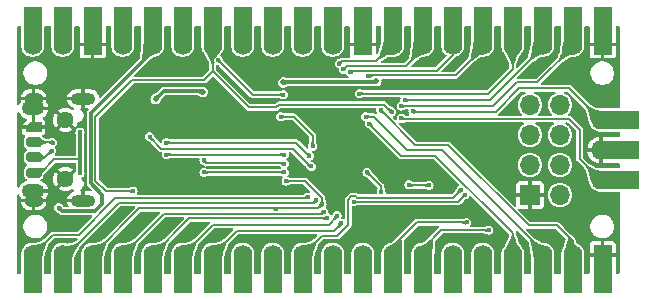
<source format=gbr>
%TF.GenerationSoftware,KiCad,Pcbnew,8.0.1*%
%TF.CreationDate,2024-04-07T18:53:55+05:30*%
%TF.ProjectId,Mitayi-Pico-RP2040,4d697461-7969-42d5-9069-636f2d525032,0.6*%
%TF.SameCoordinates,PX73df160PY5f2d3c0*%
%TF.FileFunction,Copper,L2,Bot*%
%TF.FilePolarity,Positive*%
%FSLAX46Y46*%
G04 Gerber Fmt 4.6, Leading zero omitted, Abs format (unit mm)*
G04 Created by KiCad (PCBNEW 8.0.1) date 2024-04-07 18:53:55*
%MOMM*%
%LPD*%
G01*
G04 APERTURE LIST*
G04 Aperture macros list*
%AMRoundRect*
0 Rectangle with rounded corners*
0 $1 Rounding radius*
0 $2 $3 $4 $5 $6 $7 $8 $9 X,Y pos of 4 corners*
0 Add a 4 corners polygon primitive as box body*
4,1,4,$2,$3,$4,$5,$6,$7,$8,$9,$2,$3,0*
0 Add four circle primitives for the rounded corners*
1,1,$1+$1,$2,$3*
1,1,$1+$1,$4,$5*
1,1,$1+$1,$6,$7*
1,1,$1+$1,$8,$9*
0 Add four rect primitives between the rounded corners*
20,1,$1+$1,$2,$3,$4,$5,0*
20,1,$1+$1,$4,$5,$6,$7,0*
20,1,$1+$1,$6,$7,$8,$9,0*
20,1,$1+$1,$8,$9,$2,$3,0*%
%AMOutline5P*
0 Free polygon, 5 corners , with rotation*
0 The origin of the aperture is its center*
0 number of corners: always 5*
0 $1 to $10 corner X, Y*
0 $11 Rotation angle, in degrees counterclockwise*
0 create outline with 5 corners*
4,1,5,$1,$2,$3,$4,$5,$6,$7,$8,$9,$10,$1,$2,$11*%
%AMOutline6P*
0 Free polygon, 6 corners , with rotation*
0 The origin of the aperture is its center*
0 number of corners: always 6*
0 $1 to $12 corner X, Y*
0 $13 Rotation angle, in degrees counterclockwise*
0 create outline with 6 corners*
4,1,6,$1,$2,$3,$4,$5,$6,$7,$8,$9,$10,$11,$12,$1,$2,$13*%
%AMOutline7P*
0 Free polygon, 7 corners , with rotation*
0 The origin of the aperture is its center*
0 number of corners: always 7*
0 $1 to $14 corner X, Y*
0 $15 Rotation angle, in degrees counterclockwise*
0 create outline with 7 corners*
4,1,7,$1,$2,$3,$4,$5,$6,$7,$8,$9,$10,$11,$12,$13,$14,$1,$2,$15*%
%AMOutline8P*
0 Free polygon, 8 corners , with rotation*
0 The origin of the aperture is its center*
0 number of corners: always 8*
0 $1 to $16 corner X, Y*
0 $17 Rotation angle, in degrees counterclockwise*
0 create outline with 8 corners*
4,1,8,$1,$2,$3,$4,$5,$6,$7,$8,$9,$10,$11,$12,$13,$14,$15,$16,$1,$2,$17*%
G04 Aperture macros list end*
%TA.AperFunction,ComponentPad*%
%ADD10R,1.600000X3.200000*%
%TD*%
%TA.AperFunction,ComponentPad*%
%ADD11O,1.600000X1.700000*%
%TD*%
%TA.AperFunction,ComponentPad*%
%ADD12R,1.600000X1.700000*%
%TD*%
%TA.AperFunction,ComponentPad*%
%ADD13C,0.600000*%
%TD*%
%TA.AperFunction,ComponentPad*%
%ADD14R,3.200000X1.600000*%
%TD*%
%TA.AperFunction,ComponentPad*%
%ADD15O,1.700000X1.600000*%
%TD*%
%TA.AperFunction,ComponentPad*%
%ADD16O,2.100000X1.000000*%
%TD*%
%TA.AperFunction,ComponentPad*%
%ADD17O,1.600000X1.000000*%
%TD*%
%TA.AperFunction,ComponentPad*%
%ADD18O,1.900000X1.200000*%
%TD*%
%TA.AperFunction,ComponentPad*%
%ADD19C,1.450000*%
%TD*%
%TA.AperFunction,SMDPad,CuDef*%
%ADD20RoundRect,0.200000X-0.450000X0.200000X-0.450000X-0.200000X0.450000X-0.200000X0.450000X0.200000X0*%
%TD*%
%TA.AperFunction,ComponentPad*%
%ADD21R,1.700000X1.700000*%
%TD*%
%TA.AperFunction,ComponentPad*%
%ADD22O,1.700000X1.700000*%
%TD*%
%TA.AperFunction,SMDPad,CuDef*%
%ADD23Outline5P,-0.400000X0.650000X0.400000X0.650000X0.400000X-0.650000X-0.080000X-0.650000X-0.400000X-0.330000X270.000000*%
%TD*%
%TA.AperFunction,ViaPad*%
%ADD24C,0.400000*%
%TD*%
%TA.AperFunction,ViaPad*%
%ADD25C,0.508000*%
%TD*%
%TA.AperFunction,Conductor*%
%ADD26C,0.200000*%
%TD*%
%TA.AperFunction,Conductor*%
%ADD27C,0.300000*%
%TD*%
G04 APERTURE END LIST*
D10*
%TO.P,J4,1,Pin_1*%
%TO.N,VBUS*%
X1300000Y21010000D03*
D11*
X1300000Y19400000D03*
D10*
%TO.P,J4,2,Pin_2*%
%TO.N,/VSYS*%
X3840000Y21010000D03*
D11*
X3840000Y19400000D03*
D10*
%TO.P,J4,3,Pin_3*%
%TO.N,GND*%
X6380000Y21010000D03*
D12*
X6380000Y19400000D03*
D10*
%TO.P,J4,4,Pin_4*%
%TO.N,/V_EN*%
X8920000Y21010000D03*
D11*
X8920000Y19400000D03*
D10*
%TO.P,J4,5,Pin_5*%
%TO.N,+3V3*%
X11460000Y21010000D03*
D11*
X11460000Y19400000D03*
D10*
%TO.P,J4,6,Pin_6*%
%TO.N,/AREF*%
X14000000Y21010000D03*
D11*
X14000000Y19400000D03*
D10*
%TO.P,J4,7,Pin_7*%
%TO.N,/RUN*%
X16540000Y21010000D03*
D11*
X16540000Y19400000D03*
D10*
%TO.P,J4,8,Pin_8*%
%TO.N,/GPIO29*%
X19080000Y21010000D03*
D11*
X19080000Y19400000D03*
D10*
%TO.P,J4,9,Pin_9*%
%TO.N,/GPIO28*%
X21620000Y21010000D03*
D11*
X21620000Y19400000D03*
D10*
%TO.P,J4,10,Pin_10*%
%TO.N,/GPIO27*%
X24160000Y21010000D03*
D11*
X24160000Y19400000D03*
D10*
%TO.P,J4,11,Pin_11*%
%TO.N,/GPIO26*%
X26700000Y21010000D03*
D11*
X26700000Y19400000D03*
D10*
%TO.P,J4,12,Pin_12*%
%TO.N,GND*%
X29240000Y21010000D03*
D12*
X29240000Y19400000D03*
D10*
%TO.P,J4,13,Pin_13*%
%TO.N,/GPIO25*%
X31780000Y21010000D03*
D11*
X31780000Y19400000D03*
D10*
%TO.P,J4,14,Pin_14*%
%TO.N,/GPIO24*%
X34320000Y21010000D03*
D11*
X34320000Y19400000D03*
D10*
%TO.P,J4,15,Pin_15*%
%TO.N,/GPIO23*%
X36860000Y21010000D03*
D11*
X36860000Y19400000D03*
D10*
%TO.P,J4,16,Pin_16*%
%TO.N,/GPIO22*%
X39400000Y21010000D03*
D11*
X39400000Y19400000D03*
D10*
%TO.P,J4,17,Pin_17*%
%TO.N,/GPIO21*%
X41940000Y21010000D03*
D11*
X41940000Y19400000D03*
D10*
%TO.P,J4,18,Pin_18*%
%TO.N,/GPIO20*%
X44480000Y21010000D03*
D11*
X44480000Y19400000D03*
D10*
%TO.P,J4,19,Pin_19*%
%TO.N,/GPIO19*%
X47020000Y21010000D03*
D11*
X47020000Y19400000D03*
D10*
%TO.P,J4,20,Pin_20*%
%TO.N,GND*%
X49560000Y21010000D03*
D12*
X49560000Y19400000D03*
%TD*%
D10*
%TO.P,J3,1,Pin_1*%
%TO.N,/GPIO0*%
X1300000Y-10000D03*
D11*
X1300000Y1600000D03*
D10*
%TO.P,J3,2,Pin_2*%
%TO.N,/GPIO1*%
X3840000Y-10000D03*
D11*
X3840000Y1600000D03*
D10*
%TO.P,J3,3,Pin_3*%
%TO.N,/GPIO2*%
X6380000Y-10000D03*
D11*
X6380000Y1600000D03*
D10*
%TO.P,J3,4,Pin_4*%
%TO.N,/GPIO3*%
X8920000Y-10000D03*
D11*
X8920000Y1600000D03*
D10*
%TO.P,J3,5,Pin_5*%
%TO.N,/GPIO4*%
X11460000Y-10000D03*
D11*
X11460000Y1600000D03*
D10*
%TO.P,J3,6,Pin_6*%
%TO.N,/GPIO5*%
X14000000Y-10000D03*
D11*
X14000000Y1600000D03*
D10*
%TO.P,J3,7,Pin_7*%
%TO.N,/GPIO6*%
X16540000Y-10000D03*
D11*
X16540000Y1600000D03*
D10*
%TO.P,J3,8,Pin_8*%
%TO.N,/GPIO7*%
X19080000Y-10000D03*
D11*
X19080000Y1600000D03*
D10*
%TO.P,J3,9,Pin_9*%
%TO.N,/GPIO8*%
X21620000Y-10000D03*
D11*
X21620000Y1600000D03*
D10*
%TO.P,J3,10,Pin_10*%
%TO.N,/GPIO9*%
X24160000Y-10000D03*
D11*
X24160000Y1600000D03*
D10*
%TO.P,J3,11,Pin_11*%
%TO.N,/GPIO10*%
X26700000Y-10000D03*
D11*
X26700000Y1600000D03*
D10*
%TO.P,J3,12,Pin_12*%
%TO.N,/GPIO11*%
X29240000Y-10000D03*
D11*
X29240000Y1600000D03*
D10*
%TO.P,J3,13,Pin_13*%
%TO.N,/GPIO12*%
X31780000Y-10000D03*
D11*
X31780000Y1600000D03*
D10*
%TO.P,J3,14,Pin_14*%
%TO.N,/GPIO13*%
X34320000Y-10000D03*
D11*
X34320000Y1600000D03*
D10*
%TO.P,J3,15,Pin_15*%
%TO.N,/GPIO14*%
X36860000Y-10000D03*
D11*
X36860000Y1600000D03*
D10*
%TO.P,J3,16,Pin_16*%
%TO.N,/GPIO15*%
X39400000Y-10000D03*
D11*
X39400000Y1600000D03*
D10*
%TO.P,J3,17,Pin_17*%
%TO.N,/GPIO16*%
X41940000Y-10000D03*
D11*
X41940000Y1600000D03*
D10*
%TO.P,J3,18,Pin_18*%
%TO.N,/GPIO17*%
X44480000Y-10000D03*
D11*
X44480000Y1600000D03*
D10*
%TO.P,J3,19,Pin_19*%
%TO.N,/GPIO18*%
X47020000Y-10000D03*
D11*
X47020000Y1600000D03*
D10*
%TO.P,J3,20,Pin_20*%
%TO.N,GND*%
X49560000Y-10000D03*
D12*
X49560000Y1600000D03*
%TD*%
D13*
%TO.P,U3,57,GND*%
%TO.N,GND*%
X26095000Y9545000D03*
X27370000Y9545000D03*
X28645000Y9545000D03*
X26095000Y10820000D03*
X27370000Y10820000D03*
X28645000Y10820000D03*
X26095000Y12095000D03*
X27370000Y12095000D03*
X28645000Y12095000D03*
%TD*%
D14*
%TO.P,J5,1,Pin_1*%
%TO.N,/SWCLK*%
X51010000Y7950000D03*
D15*
X49400000Y7950000D03*
D14*
%TO.P,J5,2,Pin_2*%
%TO.N,GND*%
X51010000Y10490000D03*
D15*
X49400000Y10490000D03*
D14*
%TO.P,J5,3,Pin_3*%
%TO.N,/SWDIO*%
X51010000Y13030000D03*
D15*
X49400000Y13030000D03*
%TD*%
D16*
%TO.P,J2,S1,SHIELD*%
%TO.N,GND*%
X5560000Y14830000D03*
D17*
X1380000Y14830000D03*
D16*
X5560000Y6190000D03*
D17*
X1380000Y6190000D03*
%TD*%
D18*
%TO.P,J6,6,Shield*%
%TO.N,GND*%
X1362500Y14010000D03*
D19*
X4062500Y13010000D03*
X4062500Y8010000D03*
D18*
X1362500Y7010000D03*
%TD*%
D20*
%TO.P,J9,1,Pin_1*%
%TO.N,/USB_D+*%
X1375000Y9858334D03*
%TD*%
D21*
%TO.P,J1,1,Pin_1*%
%TO.N,GND*%
X43400000Y6675000D03*
D22*
%TO.P,J1,2,Pin_2*%
%TO.N,+3V3*%
X45940000Y6675000D03*
%TO.P,J1,3,Pin_3*%
%TO.N,/GPIO12*%
X43400000Y9215000D03*
%TO.P,J1,4,Pin_4*%
%TO.N,/GPIO13*%
X45940000Y9215000D03*
%TO.P,J1,5,Pin_5*%
%TO.N,/GPIO15*%
X43400000Y11755000D03*
%TO.P,J1,6,Pin_6*%
%TO.N,/GPIO14*%
X45940000Y11755000D03*
%TO.P,J1,7,Pin_7*%
%TO.N,/GPIO8*%
X43400000Y14295000D03*
%TO.P,J1,8,Pin_8*%
%TO.N,/GPIO9*%
X45940000Y14295000D03*
%TD*%
D20*
%TO.P,J8,1,Pin_1*%
%TO.N,/USB_D-*%
X1375000Y11141667D03*
%TD*%
%TO.P,J7,1,Pin_1*%
%TO.N,VBUS*%
X1375000Y8575000D03*
%TD*%
D23*
%TO.P,J10,1,Pin_1*%
%TO.N,GND*%
X1375000Y12425000D03*
%TD*%
D24*
%TO.N,+1V1*%
X22300000Y13300000D03*
X25000000Y10800000D03*
%TO.N,GND*%
X49200000Y15300000D03*
X24200000Y15700000D03*
X39300000Y9800000D03*
X10100000Y18600000D03*
X50100000Y5600000D03*
X12700000Y15000000D03*
X21900000Y14700000D03*
X41600000Y13900000D03*
X14700000Y14900000D03*
X23000000Y13800000D03*
X20100000Y17000000D03*
X40500000Y12400000D03*
X14400000Y11800000D03*
X17600000Y7100000D03*
X27900000Y18600000D03*
X13200000Y8200000D03*
X47100000Y13500000D03*
X44700000Y13700000D03*
X12700000Y4200000D03*
X35600000Y18500000D03*
X45700000Y2500000D03*
X21300000Y14700000D03*
X6500000Y3000000D03*
X33100000Y2600000D03*
X50100000Y15300000D03*
X35800000Y2600000D03*
X37700000Y16100000D03*
X33743750Y12156250D03*
X14700000Y13900000D03*
X45800000Y18900000D03*
X48500000Y11800000D03*
X10700000Y14800000D03*
X16600000Y3100000D03*
X14700000Y14400000D03*
X33000000Y18600000D03*
X12500000Y8200000D03*
X42900000Y2600000D03*
X38000000Y2600000D03*
X35600000Y8500000D03*
X18700000Y11800000D03*
X14700000Y13400000D03*
X30600000Y2600000D03*
X7700000Y18600000D03*
X13900000Y8200000D03*
X44675000Y10575000D03*
X49200000Y5600000D03*
X40700000Y18500000D03*
X48300000Y15300000D03*
X48300000Y5600000D03*
X14400000Y3100000D03*
X12000000Y11800000D03*
X12700000Y14500000D03*
X32300000Y7000000D03*
X48200000Y18300000D03*
X40700000Y2600000D03*
X24600000Y15300000D03*
%TO.N,+3V3*%
X3500000Y5600000D03*
X29600000Y8600000D03*
D25*
X30400000Y16296500D03*
D24*
X30800000Y6900000D03*
D25*
X22500000Y16200000D03*
D24*
%TO.N,VBUS*%
X5300000Y8500000D03*
X5300000Y12000000D03*
%TO.N,/RUN*%
X9800000Y7000000D03*
X31682094Y13711781D03*
%TO.N,/USB_D+*%
X2900000Y10400000D03*
%TO.N,/USB_D-*%
X3000000Y11100000D03*
%TO.N,/GPIO0*%
X24600000Y6500000D03*
%TO.N,/GPIO1*%
X25300000Y6250000D03*
%TO.N,/GPIO2*%
X21865002Y5530500D03*
X22759290Y7850000D03*
X25800000Y5900000D03*
%TO.N,/GPIO3*%
X25939713Y5260287D03*
%TO.N,/GPIO4*%
X26250000Y4750000D03*
%TO.N,/GPIO5*%
X27070500Y4934529D03*
%TO.N,/GPIO6*%
X27401576Y4297924D03*
%TO.N,/GPIO8*%
X28469500Y6100000D03*
X37900000Y6700000D03*
%TO.N,/GPIO9*%
X37546319Y7120551D03*
%TO.N,/GPIO12*%
X38050000Y4350000D03*
%TO.N,/GPIO13*%
X39900000Y3700000D03*
%TO.N,/GPIO14*%
X33150000Y7550000D03*
X34850000Y7500000D03*
%TO.N,/GPIO16*%
X29800000Y12700000D03*
%TO.N,/GPIO17*%
X29500000Y13300000D03*
%TO.N,/GPIO18*%
X30750000Y13869500D03*
%TO.N,/AREF*%
X22513898Y15163000D03*
X17000000Y18100000D03*
%TO.N,/GPIO25*%
X27250000Y17800000D03*
%TO.N,/GPIO24*%
X27600000Y17300000D03*
%TO.N,/GPIO23*%
X28200000Y17050500D03*
%TO.N,/GPIO22*%
X29700000Y16719500D03*
%TO.N,/GPIO21*%
X28967186Y15247114D03*
%TO.N,/GPIO20*%
X32800000Y14700000D03*
%TO.N,/GPIO19*%
X32500000Y14200000D03*
%TO.N,/SWCLK*%
X32507101Y13185709D03*
%TO.N,/SWDIO*%
X33500000Y13750500D03*
%TO.N,/QSPI_SD1*%
X15800000Y8600000D03*
X22600000Y8600000D03*
%TO.N,/QSPI_SD2*%
X22600000Y9300000D03*
X15800000Y9600500D03*
%TO.N,/QSPI_SD0*%
X24900000Y9100000D03*
X11200000Y11600000D03*
%TO.N,/QSPI_SCLK*%
X24730312Y9986439D03*
X12600000Y11100000D03*
%TO.N,/QSPI_SD3*%
X22600000Y10100000D03*
X12600000Y10100000D03*
D25*
%TO.N,/VSYS*%
X15700000Y15400000D03*
X11700000Y14800000D03*
%TD*%
D26*
%TO.N,+1V1*%
X25000000Y11700000D02*
X25000000Y10800000D01*
X22300000Y13300000D02*
X23400000Y13300000D01*
X23400000Y13300000D02*
X25000000Y11700000D01*
%TO.N,+3V3*%
X30800000Y7400000D02*
X29600000Y8600000D01*
D27*
X3800000Y5300000D02*
X6600000Y5300000D01*
X22520000Y16220000D02*
X22500000Y16200000D01*
X6200000Y13600000D02*
X11460000Y18860000D01*
X30323500Y16220000D02*
X22520000Y16220000D01*
D26*
X30800000Y6900000D02*
X30800000Y7400000D01*
D27*
X6200000Y7700000D02*
X6200000Y13600000D01*
X7200000Y5900000D02*
X7200000Y6700000D01*
X7200000Y6700000D02*
X6200000Y7700000D01*
X6600000Y5300000D02*
X7200000Y5900000D01*
X3500000Y5600000D02*
X3800000Y5300000D01*
X11460000Y18860000D02*
X11460000Y19400000D01*
X30400000Y16296500D02*
X30323500Y16220000D01*
%TO.N,VBUS*%
X5300000Y8500000D02*
X5300000Y9700000D01*
D26*
X3100000Y9700000D02*
X5300000Y9700000D01*
X1975000Y8575000D02*
X3100000Y9700000D01*
X1375000Y8575000D02*
X1975000Y8575000D01*
D27*
X5300000Y9700000D02*
X5300000Y12000000D01*
D26*
%TO.N,/RUN*%
X9700000Y16400000D02*
X15800000Y16400000D01*
X9800000Y7000000D02*
X7500000Y7000000D01*
X22155897Y14319500D02*
X21936397Y14100000D01*
X6600000Y7900000D02*
X6600000Y13300000D01*
X31682094Y13711781D02*
X31074375Y14319500D01*
X7500000Y7000000D02*
X6600000Y7900000D01*
X15800000Y16400000D02*
X16540000Y17140000D01*
X31074375Y14319500D02*
X22155897Y14319500D01*
X16540000Y17140000D02*
X16540000Y19400000D01*
X6600000Y13300000D02*
X9700000Y16400000D01*
X21936397Y14100000D02*
X19580000Y14100000D01*
X19580000Y14100000D02*
X16540000Y17140000D01*
%TO.N,/USB_D+*%
X2358334Y9858334D02*
X2900000Y10400000D01*
X1375000Y9858334D02*
X2358334Y9858334D01*
%TO.N,/USB_D-*%
X1375000Y11141667D02*
X2958333Y11141667D01*
X2958333Y11141667D02*
X3000000Y11100000D01*
%TO.N,/GPIO0*%
X3000000Y3300000D02*
X1300000Y1600000D01*
X24500000Y6400000D02*
X8300000Y6400000D01*
X8300000Y6400000D02*
X5200000Y3300000D01*
X5200000Y3300000D02*
X3000000Y3300000D01*
X24600000Y6500000D02*
X24500000Y6400000D01*
%TO.N,/GPIO1*%
X8620500Y6020500D02*
X4200000Y1600000D01*
X25070500Y6020500D02*
X8620500Y6020500D01*
X4200000Y1600000D02*
X3840000Y1600000D01*
X25300000Y6250000D02*
X25070500Y6020500D01*
%TO.N,/GPIO2*%
X10330000Y5550000D02*
X6380000Y1600000D01*
X22759290Y7850000D02*
X24336397Y7850000D01*
X24336397Y7850000D02*
X25800000Y6386397D01*
X25800000Y5900000D02*
X25450000Y5550000D01*
X25450000Y5550000D02*
X10330000Y5550000D01*
X25800000Y6386397D02*
X25800000Y5900000D01*
%TO.N,/GPIO3*%
X25759926Y5080500D02*
X12400500Y5080500D01*
X25939713Y5260287D02*
X25759926Y5080500D01*
X12400500Y5080500D02*
X8920000Y1600000D01*
%TO.N,/GPIO4*%
X14560000Y4700000D02*
X11460000Y1600000D01*
X26250000Y4750000D02*
X26200000Y4700000D01*
X26200000Y4700000D02*
X14560000Y4700000D01*
%TO.N,/GPIO5*%
X16550000Y4150000D02*
X14000000Y1600000D01*
X27070500Y4934529D02*
X27070500Y4870500D01*
X26350000Y4150000D02*
X16550000Y4150000D01*
X27070500Y4870500D02*
X26350000Y4150000D01*
%TO.N,/GPIO6*%
X26850000Y3650000D02*
X18590000Y3650000D01*
X27401576Y4297924D02*
X27401576Y4201576D01*
X27401576Y4201576D02*
X26850000Y3650000D01*
X18590000Y3650000D02*
X16540000Y1600000D01*
%TO.N,/GPIO8*%
X37900000Y6700000D02*
X37300000Y6100000D01*
X37300000Y6100000D02*
X28469500Y6100000D01*
%TO.N,/GPIO9*%
X36875768Y6450000D02*
X28755897Y6450000D01*
X28655897Y6550000D02*
X28283103Y6550000D01*
X25760000Y3200000D02*
X24160000Y1600000D01*
X27100000Y3200000D02*
X25760000Y3200000D01*
X37546319Y7120551D02*
X36875768Y6450000D01*
X28755897Y6450000D02*
X28655897Y6550000D01*
X28283103Y6550000D02*
X28019500Y6286397D01*
X28019500Y6286397D02*
X28019500Y4119500D01*
X28019500Y4119500D02*
X27100000Y3200000D01*
%TO.N,/GPIO12*%
X31780000Y2330000D02*
X31780000Y1600000D01*
X33800000Y4350000D02*
X31780000Y2330000D01*
X38050000Y4350000D02*
X33800000Y4350000D01*
%TO.N,/GPIO13*%
X34320000Y2120000D02*
X34320000Y1600000D01*
X39900000Y3700000D02*
X35900000Y3700000D01*
X35900000Y3700000D02*
X34320000Y2120000D01*
%TO.N,/GPIO14*%
X33200000Y7500000D02*
X33150000Y7550000D01*
X34850000Y7500000D02*
X33200000Y7500000D01*
%TO.N,/GPIO16*%
X35400000Y10000000D02*
X41940000Y3460000D01*
X32500000Y10000000D02*
X35400000Y10000000D01*
X41940000Y3460000D02*
X41940000Y1600000D01*
X29800000Y12700000D02*
X32500000Y10000000D01*
%TO.N,/GPIO17*%
X30153553Y13300000D02*
X33003553Y10450000D01*
X29500000Y13300000D02*
X30153553Y13300000D01*
X44480000Y1910000D02*
X44480000Y1600000D01*
X35940000Y10450000D02*
X44480000Y1910000D01*
X33003553Y10450000D02*
X35940000Y10450000D01*
%TO.N,/GPIO18*%
X45700000Y4100000D02*
X47020000Y2780000D01*
X30750000Y13869500D02*
X30750000Y13850000D01*
X47020000Y2780000D02*
X47020000Y1600000D01*
X36500000Y10900000D02*
X43300000Y4100000D01*
X33700000Y10900000D02*
X36500000Y10900000D01*
X30750000Y13850000D02*
X33700000Y10900000D01*
X43300000Y4100000D02*
X45700000Y4100000D01*
%TO.N,/AREF*%
X22513898Y15163000D02*
X19937000Y15163000D01*
X19937000Y15163000D02*
X17000000Y18100000D01*
%TO.N,/GPIO25*%
X27250000Y17800000D02*
X27450000Y18000000D01*
X27450000Y18000000D02*
X30380000Y18000000D01*
X30380000Y18000000D02*
X31780000Y19400000D01*
%TO.N,/GPIO24*%
X34320000Y19020000D02*
X34320000Y19400000D01*
X27900000Y17600000D02*
X32900000Y17600000D01*
X32900000Y17600000D02*
X34320000Y19020000D01*
X27600000Y17300000D02*
X27900000Y17600000D01*
%TO.N,/GPIO23*%
X28200000Y17050500D02*
X28349500Y17200000D01*
X35500000Y17200000D02*
X36860000Y18560000D01*
X36860000Y18560000D02*
X36860000Y19400000D01*
X28349500Y17200000D02*
X35500000Y17200000D01*
%TO.N,/GPIO22*%
X37100000Y16800000D02*
X39400000Y19100000D01*
X29700000Y16719500D02*
X29780500Y16800000D01*
X29780500Y16800000D02*
X37100000Y16800000D01*
X39400000Y19100000D02*
X39400000Y19400000D01*
%TO.N,/GPIO21*%
X28967186Y15247114D02*
X39847114Y15247114D01*
X41940000Y17340000D02*
X41940000Y19400000D01*
X39847114Y15247114D02*
X41940000Y17340000D01*
%TO.N,/GPIO20*%
X44480000Y19180000D02*
X44480000Y19400000D01*
X32800000Y14700000D02*
X40000000Y14700000D01*
X40000000Y14700000D02*
X44480000Y19180000D01*
%TO.N,/GPIO19*%
X44000000Y16200000D02*
X47020000Y19220000D01*
X40300000Y14200000D02*
X42300000Y16200000D01*
X47020000Y19220000D02*
X47020000Y19400000D01*
X32500000Y14200000D02*
X40300000Y14200000D01*
X42300000Y16200000D02*
X44000000Y16200000D01*
%TO.N,/SWCLK*%
X47600000Y9750000D02*
X49400000Y7950000D01*
X32507101Y13185709D02*
X32592810Y13100000D01*
X47600000Y12200000D02*
X47600000Y9750000D01*
X32592810Y13100000D02*
X46700000Y13100000D01*
X46700000Y13100000D02*
X47600000Y12200000D01*
%TO.N,/SWDIO*%
X33500000Y13750500D02*
X33550500Y13700000D01*
X42500000Y15700000D02*
X46730000Y15700000D01*
X40500000Y13700000D02*
X42500000Y15700000D01*
X46730000Y15700000D02*
X49400000Y13030000D01*
X33550500Y13700000D02*
X40500000Y13700000D01*
%TO.N,/QSPI_SD1*%
X22596800Y8603200D02*
X15803200Y8603200D01*
X15803200Y8603200D02*
X15800000Y8600000D01*
X22600000Y8600000D02*
X22596800Y8603200D01*
%TO.N,/QSPI_SD2*%
X22600000Y9300000D02*
X22500000Y9400000D01*
X22500000Y9400000D02*
X16000500Y9400000D01*
X16000500Y9400000D02*
X15800000Y9600500D01*
%TO.N,/QSPI_SD0*%
X24800000Y9100000D02*
X23300000Y10600000D01*
X24900000Y9100000D02*
X24800000Y9100000D01*
X12200000Y10600000D02*
X11200000Y11600000D01*
X23300000Y10600000D02*
X12200000Y10600000D01*
%TO.N,/QSPI_SCLK*%
X23600000Y11100000D02*
X24713561Y9986439D01*
X24713561Y9986439D02*
X24730312Y9986439D01*
X12600000Y11100000D02*
X23600000Y11100000D01*
%TO.N,/QSPI_SD3*%
X12600000Y10100000D02*
X22600000Y10100000D01*
D27*
%TO.N,/VSYS*%
X11700000Y14800000D02*
X12400000Y15500000D01*
X12400000Y15500000D02*
X15600000Y15500000D01*
X15600000Y15500000D02*
X15700000Y15400000D01*
%TD*%
%TA.AperFunction,Conductor*%
%TO.N,GND*%
G36*
X4937708Y9398678D02*
G01*
X4968148Y9345955D01*
X4969500Y9330500D01*
X4969500Y8927509D01*
X4967187Y8907350D01*
X4964233Y8894649D01*
X4964232Y8894641D01*
X4962780Y8849550D01*
X4962310Y8842849D01*
X4958898Y8811290D01*
X4957897Y8804492D01*
X4953157Y8779152D01*
X4952187Y8774623D01*
X4942282Y8733611D01*
X4935567Y8705806D01*
X4934432Y8700804D01*
X4934428Y8700784D01*
X4934315Y8700257D01*
X4933425Y8695804D01*
X4932274Y8689652D01*
X4907727Y8643097D01*
X4451266Y8186636D01*
X4402584Y8270956D01*
X4323456Y8350084D01*
X4239134Y8398768D01*
X4674277Y8833911D01*
X4674277Y8833912D01*
X4634714Y8866381D01*
X4456653Y8961557D01*
X4263431Y9020171D01*
X4263426Y9020172D01*
X4062505Y9039960D01*
X4062495Y9039960D01*
X3861573Y9020172D01*
X3861568Y9020171D01*
X3668346Y8961557D01*
X3490283Y8866379D01*
X3450721Y8833912D01*
X3885865Y8398768D01*
X3801544Y8350084D01*
X3722416Y8270956D01*
X3673732Y8186635D01*
X3238588Y8621779D01*
X3206121Y8582217D01*
X3110943Y8404154D01*
X3052329Y8210932D01*
X3052328Y8210927D01*
X3032540Y8010005D01*
X3032540Y8009996D01*
X3052328Y7809074D01*
X3052329Y7809069D01*
X3110943Y7615847D01*
X3206119Y7437786D01*
X3238588Y7398223D01*
X3238589Y7398223D01*
X3673732Y7833366D01*
X3722416Y7749044D01*
X3801544Y7669916D01*
X3885864Y7621233D01*
X3450721Y7186091D01*
X3450721Y7186090D01*
X3490285Y7153620D01*
X3668346Y7058444D01*
X3861568Y6999830D01*
X3861573Y6999829D01*
X4062495Y6980040D01*
X4062505Y6980040D01*
X4263426Y6999829D01*
X4263431Y6999830D01*
X4456653Y7058444D01*
X4618135Y7144759D01*
X4678403Y7153363D01*
X4704589Y7143345D01*
X4743731Y7120747D01*
X4764050Y7109016D01*
X4803183Y7062380D01*
X4803184Y7001500D01*
X4764052Y6954863D01*
X4753610Y6949714D01*
X4631062Y6898953D01*
X4631058Y6898951D01*
X4500032Y6811403D01*
X4388597Y6699968D01*
X4301049Y6568942D01*
X4301047Y6568938D01*
X4240744Y6423357D01*
X4240743Y6423351D01*
X4224163Y6340001D01*
X4224164Y6340000D01*
X4750192Y6340000D01*
X4730444Y6305796D01*
X4710000Y6229496D01*
X4710000Y6150504D01*
X4730444Y6074204D01*
X4750192Y6040000D01*
X4224164Y6040000D01*
X4240743Y5956650D01*
X4240744Y5956644D01*
X4301047Y5811063D01*
X4301049Y5811059D01*
X4329188Y5768946D01*
X4343658Y5709811D01*
X4316732Y5655210D01*
X4261008Y5630691D01*
X4255187Y5630500D01*
X4003031Y5630500D01*
X3945823Y5651322D01*
X3927083Y5673101D01*
X3903243Y5712123D01*
X3900717Y5716142D01*
X3900403Y5716628D01*
X3898792Y5719048D01*
X3897667Y5720739D01*
X3878891Y5748157D01*
X3873463Y5756084D01*
X3872926Y5756835D01*
X3869198Y5762056D01*
X3869173Y5762090D01*
X3869157Y5762112D01*
X3868697Y5762730D01*
X3864427Y5768245D01*
X3862991Y5770029D01*
X3831911Y5808642D01*
X3827518Y5813899D01*
X3826941Y5814564D01*
X3822147Y5819878D01*
X3784942Y5859556D01*
X3783008Y5861588D01*
X3782806Y5861797D01*
X3769061Y5871202D01*
X3756396Y5881712D01*
X3726440Y5911668D01*
X3726437Y5911670D01*
X3619047Y5966388D01*
X3619041Y5966390D01*
X3500002Y5985243D01*
X3499998Y5985243D01*
X3380958Y5966390D01*
X3380952Y5966388D01*
X3273562Y5911670D01*
X3188330Y5826438D01*
X3133612Y5719048D01*
X3133610Y5719042D01*
X3114757Y5600003D01*
X3114757Y5599998D01*
X3133610Y5480959D01*
X3133612Y5480953D01*
X3188332Y5373560D01*
X3219203Y5342688D01*
X3228644Y5331554D01*
X3240464Y5315039D01*
X3255523Y5300919D01*
X3280139Y5277837D01*
X3285419Y5273074D01*
X3285436Y5273059D01*
X3286101Y5272482D01*
X3291358Y5268089D01*
X3321990Y5243433D01*
X3331755Y5235573D01*
X3337255Y5231314D01*
X3337888Y5230843D01*
X3337910Y5230827D01*
X3337944Y5230802D01*
X3343912Y5226540D01*
X3379261Y5202333D01*
X3383363Y5199603D01*
X3383858Y5199283D01*
X3387858Y5196768D01*
X3389189Y5195955D01*
X3448216Y5159894D01*
X3452102Y5157379D01*
X3473421Y5142781D01*
X3478922Y5138693D01*
X3492866Y5127469D01*
X3503620Y5118813D01*
X3508687Y5114409D01*
X3536782Y5088067D01*
X3541631Y5083521D01*
X3551925Y5076997D01*
X3553652Y5075902D01*
X3568938Y5063663D01*
X3597068Y5035534D01*
X3672432Y4992023D01*
X3756489Y4969500D01*
X3843511Y4969500D01*
X6257948Y4969500D01*
X6315156Y4948678D01*
X6345596Y4895955D01*
X6335024Y4836000D01*
X6320881Y4817567D01*
X5109881Y3606567D01*
X5054705Y3580839D01*
X5046948Y3580500D01*
X3036929Y3580500D01*
X2963071Y3580500D01*
X2917422Y3568268D01*
X2907453Y3565597D01*
X2891732Y3561385D01*
X2891730Y3561384D01*
X2827769Y3524457D01*
X2775543Y3472232D01*
X2775544Y3472231D01*
X2775542Y3472229D01*
X2775541Y3472229D01*
X2283902Y2980591D01*
X2268584Y2969343D01*
X2269014Y2968686D01*
X2127710Y2876338D01*
X2122234Y2873034D01*
X1986381Y2797582D01*
X1980177Y2794447D01*
X1846580Y2733362D01*
X1839649Y2730539D01*
X1708242Y2683353D01*
X1700636Y2681000D01*
X1571143Y2647209D01*
X1562970Y2645481D01*
X1445921Y2626428D01*
X1414262Y2626982D01*
X1396573Y2630500D01*
X1396571Y2630500D01*
X1203429Y2630500D01*
X1203425Y2630500D01*
X1203422Y2630499D01*
X1152503Y2620371D01*
X1143182Y2619098D01*
X1143188Y2619046D01*
X1132313Y2617939D01*
X1129437Y2616882D01*
X1116109Y2613132D01*
X1014000Y2592821D01*
X835562Y2518910D01*
X835559Y2518908D01*
X674970Y2411606D01*
X538394Y2275030D01*
X431092Y2114441D01*
X431090Y2114438D01*
X357181Y1936007D01*
X357180Y1936001D01*
X319500Y1746576D01*
X319500Y89000D01*
X298678Y31792D01*
X245955Y1352D01*
X230500Y0D01*
X89000Y0D01*
X31792Y20822D01*
X1352Y73545D01*
X0Y89000D01*
X0Y3901455D01*
X509500Y3901455D01*
X547948Y3708166D01*
X547950Y3708159D01*
X608747Y3561384D01*
X623368Y3526086D01*
X732861Y3362218D01*
X872218Y3222861D01*
X1036086Y3113368D01*
X1052457Y3106587D01*
X1218158Y3037951D01*
X1218165Y3037949D01*
X1411459Y2999500D01*
X1411463Y2999500D01*
X1608537Y2999500D01*
X1608541Y2999500D01*
X1801835Y3037949D01*
X1801837Y3037950D01*
X1801841Y3037951D01*
X1879199Y3069995D01*
X1983914Y3113368D01*
X2147782Y3222861D01*
X2287139Y3362218D01*
X2396632Y3526086D01*
X2452913Y3661962D01*
X2472049Y3708159D01*
X2472051Y3708166D01*
X2477588Y3736000D01*
X2510500Y3901459D01*
X2510500Y4098541D01*
X2472051Y4291835D01*
X2472049Y4291842D01*
X2398648Y4469047D01*
X2396632Y4473914D01*
X2287139Y4637782D01*
X2147782Y4777139D01*
X1983914Y4886632D01*
X1983911Y4886634D01*
X1983910Y4886634D01*
X1801841Y4962050D01*
X1801834Y4962052D01*
X1608545Y5000500D01*
X1608541Y5000500D01*
X1411459Y5000500D01*
X1411454Y5000500D01*
X1218165Y4962052D01*
X1218158Y4962050D01*
X1036089Y4886634D01*
X1036086Y4886632D01*
X872220Y4777141D01*
X732859Y4637780D01*
X623368Y4473914D01*
X623366Y4473911D01*
X547950Y4291842D01*
X547948Y4291835D01*
X509500Y4098546D01*
X509500Y3901455D01*
X0Y3901455D01*
X0Y6655144D01*
X20822Y6712352D01*
X73545Y6742792D01*
X133500Y6732220D01*
X171225Y6689203D01*
X214928Y6583694D01*
X214930Y6583691D01*
X292859Y6467061D01*
X307329Y6407926D01*
X306148Y6400253D01*
X294163Y6340001D01*
X294164Y6340000D01*
X820192Y6340000D01*
X800444Y6305796D01*
X780000Y6229496D01*
X780000Y6150504D01*
X800444Y6074204D01*
X820192Y6040000D01*
X294164Y6040000D01*
X310743Y5956650D01*
X310744Y5956644D01*
X371047Y5811063D01*
X371049Y5811059D01*
X458597Y5680033D01*
X570032Y5568598D01*
X701058Y5481050D01*
X701061Y5481048D01*
X846649Y5420744D01*
X846651Y5420743D01*
X1001202Y5390001D01*
X1001211Y5390000D01*
X1229999Y5390000D01*
X1230000Y5390001D01*
X1230000Y5890000D01*
X1530000Y5890000D01*
X1530000Y5390001D01*
X1530001Y5390000D01*
X1758789Y5390000D01*
X1758797Y5390001D01*
X1913348Y5420743D01*
X1913350Y5420744D01*
X2058938Y5481048D01*
X2058941Y5481050D01*
X2189967Y5568598D01*
X2301402Y5680033D01*
X2388950Y5811059D01*
X2388952Y5811063D01*
X2449255Y5956644D01*
X2449256Y5956650D01*
X2465836Y6040000D01*
X1939808Y6040000D01*
X1959556Y6074204D01*
X1980000Y6150504D01*
X1980000Y6229496D01*
X1959556Y6305796D01*
X1939808Y6340000D01*
X2465836Y6340000D01*
X2465836Y6340001D01*
X2449257Y6423350D01*
X2447988Y6427533D01*
X2449482Y6427987D01*
X2447079Y6483019D01*
X2457959Y6505702D01*
X2510069Y6583691D01*
X2510071Y6583695D01*
X2577912Y6747475D01*
X2577913Y6747481D01*
X2600295Y6860000D01*
X1972308Y6860000D01*
X1992056Y6894204D01*
X2012500Y6970504D01*
X2012500Y7049496D01*
X1992056Y7125796D01*
X1972308Y7160000D01*
X2600295Y7160000D01*
X2600295Y7160001D01*
X2577913Y7272520D01*
X2577912Y7272526D01*
X2510071Y7436306D01*
X2510069Y7436310D01*
X2411577Y7583715D01*
X2286214Y7709078D01*
X2138809Y7807570D01*
X2138805Y7807572D01*
X1991905Y7868421D01*
X1947020Y7909551D01*
X1939074Y7969910D01*
X1971785Y8021255D01*
X1986861Y8030595D01*
X2049157Y8061049D01*
X2138951Y8150843D01*
X2194724Y8264928D01*
X2200497Y8304563D01*
X2210543Y8334546D01*
X2229337Y8368789D01*
X2230973Y8371642D01*
X2269485Y8435931D01*
X2271501Y8439138D01*
X2308690Y8495531D01*
X2311192Y8499128D01*
X2346691Y8547538D01*
X2349827Y8551565D01*
X2354598Y8557343D01*
X2360283Y8563599D01*
X2467529Y8670845D01*
X2476958Y8679033D01*
X2479316Y8680805D01*
X2489421Y8688978D01*
X2490660Y8690054D01*
X2492632Y8691792D01*
X2498437Y8699975D01*
X2508083Y8711399D01*
X3190120Y9393433D01*
X3245295Y9419161D01*
X3253052Y9419500D01*
X4880500Y9419500D01*
X4937708Y9398678D01*
G37*
%TD.AperFunction*%
%TA.AperFunction,Conductor*%
G36*
X9965655Y5719178D02*
G01*
X9996095Y5666455D01*
X9985523Y5606500D01*
X9971379Y5588067D01*
X7363902Y2980591D01*
X7348584Y2969343D01*
X7349014Y2968686D01*
X7207710Y2876338D01*
X7202234Y2873034D01*
X7066381Y2797582D01*
X7060177Y2794447D01*
X6926580Y2733362D01*
X6919649Y2730539D01*
X6788242Y2683353D01*
X6780636Y2681000D01*
X6651143Y2647209D01*
X6642970Y2645481D01*
X6525921Y2626428D01*
X6494262Y2626982D01*
X6476573Y2630500D01*
X6476571Y2630500D01*
X6283429Y2630500D01*
X6283425Y2630500D01*
X6283422Y2630499D01*
X6232503Y2620371D01*
X6223182Y2619098D01*
X6223188Y2619046D01*
X6212313Y2617939D01*
X6209437Y2616882D01*
X6196109Y2613132D01*
X6094000Y2592821D01*
X5915562Y2518910D01*
X5915559Y2518908D01*
X5754970Y2411606D01*
X5618394Y2275030D01*
X5511092Y2114441D01*
X5511090Y2114438D01*
X5437181Y1936007D01*
X5437180Y1936001D01*
X5399500Y1746576D01*
X5399500Y89000D01*
X5378678Y31792D01*
X5325955Y1352D01*
X5310500Y0D01*
X4909499Y0D01*
X4852291Y20822D01*
X4821851Y73545D01*
X4820499Y89000D01*
X4820499Y1382503D01*
X4827217Y1416423D01*
X4848079Y1467029D01*
X4849103Y1469416D01*
X4932061Y1654903D01*
X4933302Y1657557D01*
X5015402Y1825556D01*
X5016942Y1828557D01*
X5097885Y1978833D01*
X5099882Y1982344D01*
X5179277Y2114680D01*
X5181846Y2118707D01*
X5259126Y2232859D01*
X5262504Y2237514D01*
X5337176Y2333644D01*
X5339036Y2337089D01*
X5354410Y2357726D01*
X8710619Y5713933D01*
X8765794Y5739661D01*
X8773551Y5740000D01*
X9908447Y5740000D01*
X9965655Y5719178D01*
G37*
%TD.AperFunction*%
%TA.AperFunction,Conductor*%
G36*
X14105657Y4779178D02*
G01*
X14136097Y4726455D01*
X14125525Y4666500D01*
X14111381Y4648067D01*
X12443904Y2980592D01*
X12428584Y2969343D01*
X12429014Y2968686D01*
X12287710Y2876338D01*
X12282234Y2873034D01*
X12146381Y2797582D01*
X12140177Y2794447D01*
X12006580Y2733362D01*
X11999649Y2730539D01*
X11868242Y2683353D01*
X11860636Y2681000D01*
X11731143Y2647209D01*
X11722970Y2645481D01*
X11605921Y2626428D01*
X11574262Y2626982D01*
X11556573Y2630500D01*
X11556571Y2630500D01*
X11363429Y2630500D01*
X11363425Y2630500D01*
X11363422Y2630499D01*
X11312503Y2620371D01*
X11303182Y2619098D01*
X11303188Y2619046D01*
X11292313Y2617939D01*
X11289437Y2616882D01*
X11276109Y2613132D01*
X11174000Y2592821D01*
X10995562Y2518910D01*
X10995559Y2518908D01*
X10834970Y2411606D01*
X10698394Y2275030D01*
X10591092Y2114441D01*
X10591090Y2114438D01*
X10517181Y1936007D01*
X10517180Y1936001D01*
X10479500Y1746576D01*
X10479500Y89000D01*
X10458678Y31792D01*
X10405955Y1352D01*
X10390500Y0D01*
X9989499Y0D01*
X9932291Y20822D01*
X9901851Y73545D01*
X9900499Y89000D01*
X9900499Y1401544D01*
X9903162Y1423152D01*
X9909881Y1449999D01*
X9937923Y1562040D01*
X9938286Y1563436D01*
X9990856Y1758041D01*
X9991318Y1759683D01*
X10043500Y1937527D01*
X10044149Y1939635D01*
X10095782Y2100453D01*
X10096630Y2102964D01*
X10100698Y2114438D01*
X10147557Y2246633D01*
X10148684Y2249636D01*
X10152326Y2258841D01*
X10198577Y2375737D01*
X10200095Y2379336D01*
X10248497Y2487458D01*
X10250612Y2491853D01*
X10289004Y2566342D01*
X10305177Y2588493D01*
X12490620Y4773933D01*
X12545795Y4799661D01*
X12553552Y4800000D01*
X14048449Y4800000D01*
X14105657Y4779178D01*
G37*
%TD.AperFunction*%
%TA.AperFunction,Conductor*%
G36*
X16265156Y4398678D02*
G01*
X16295596Y4345955D01*
X16285024Y4286000D01*
X16270880Y4267567D01*
X14983902Y2980591D01*
X14968584Y2969343D01*
X14969014Y2968686D01*
X14827710Y2876338D01*
X14822234Y2873034D01*
X14686381Y2797582D01*
X14680177Y2794447D01*
X14546580Y2733362D01*
X14539649Y2730539D01*
X14408242Y2683353D01*
X14400636Y2681000D01*
X14271143Y2647209D01*
X14262970Y2645481D01*
X14145921Y2626428D01*
X14114262Y2626982D01*
X14096573Y2630500D01*
X14096571Y2630500D01*
X13903429Y2630500D01*
X13903425Y2630500D01*
X13903422Y2630499D01*
X13852503Y2620371D01*
X13843182Y2619098D01*
X13843188Y2619046D01*
X13832313Y2617939D01*
X13829437Y2616882D01*
X13816109Y2613132D01*
X13714000Y2592821D01*
X13535562Y2518910D01*
X13535559Y2518908D01*
X13374970Y2411606D01*
X13238394Y2275030D01*
X13131092Y2114441D01*
X13131090Y2114438D01*
X13057181Y1936007D01*
X13057180Y1936001D01*
X13019500Y1746576D01*
X13019500Y89000D01*
X12998678Y31792D01*
X12945955Y1352D01*
X12930500Y0D01*
X12529499Y0D01*
X12472291Y20822D01*
X12441851Y73545D01*
X12440499Y89000D01*
X12440499Y1401544D01*
X12443162Y1423152D01*
X12449881Y1449999D01*
X12477923Y1562040D01*
X12478286Y1563436D01*
X12530856Y1758041D01*
X12531318Y1759683D01*
X12583500Y1937527D01*
X12584149Y1939635D01*
X12635782Y2100453D01*
X12636630Y2102964D01*
X12640698Y2114438D01*
X12687557Y2246633D01*
X12688684Y2249636D01*
X12692326Y2258841D01*
X12738577Y2375737D01*
X12740095Y2379336D01*
X12788497Y2487458D01*
X12790612Y2491853D01*
X12829004Y2566342D01*
X12845177Y2588493D01*
X14650119Y4393433D01*
X14705294Y4419161D01*
X14713051Y4419500D01*
X16207948Y4419500D01*
X16265156Y4398678D01*
G37*
%TD.AperFunction*%
%TA.AperFunction,Conductor*%
G36*
X18255156Y3848678D02*
G01*
X18285596Y3795955D01*
X18275024Y3736000D01*
X18260880Y3717567D01*
X17523901Y2980590D01*
X17508583Y2969342D01*
X17509013Y2968685D01*
X17367710Y2876339D01*
X17362234Y2873035D01*
X17226381Y2797582D01*
X17220177Y2794447D01*
X17086580Y2733362D01*
X17079649Y2730539D01*
X16948242Y2683353D01*
X16940636Y2681000D01*
X16811143Y2647209D01*
X16802970Y2645481D01*
X16685921Y2626428D01*
X16654262Y2626982D01*
X16636573Y2630500D01*
X16636571Y2630500D01*
X16443429Y2630500D01*
X16443425Y2630500D01*
X16443422Y2630499D01*
X16392503Y2620371D01*
X16383182Y2619098D01*
X16383188Y2619046D01*
X16372313Y2617939D01*
X16369437Y2616882D01*
X16356109Y2613132D01*
X16254000Y2592821D01*
X16075562Y2518910D01*
X16075559Y2518908D01*
X15914970Y2411606D01*
X15778394Y2275030D01*
X15671092Y2114441D01*
X15671090Y2114438D01*
X15597181Y1936007D01*
X15597180Y1936001D01*
X15559500Y1746576D01*
X15559500Y89000D01*
X15538678Y31792D01*
X15485955Y1352D01*
X15470500Y0D01*
X15069499Y0D01*
X15012291Y20822D01*
X14981851Y73545D01*
X14980499Y89000D01*
X14980499Y1401544D01*
X14983162Y1423152D01*
X14989881Y1449999D01*
X15017923Y1562040D01*
X15018286Y1563436D01*
X15070856Y1758041D01*
X15071318Y1759683D01*
X15123500Y1937527D01*
X15124149Y1939635D01*
X15175782Y2100453D01*
X15176630Y2102964D01*
X15180698Y2114438D01*
X15227557Y2246633D01*
X15228684Y2249636D01*
X15232326Y2258841D01*
X15278577Y2375736D01*
X15280095Y2379336D01*
X15328507Y2487480D01*
X15330594Y2491819D01*
X15369004Y2566342D01*
X15385175Y2588490D01*
X16640120Y3843433D01*
X16695295Y3869161D01*
X16703052Y3869500D01*
X18197948Y3869500D01*
X18255156Y3848678D01*
G37*
%TD.AperFunction*%
%TA.AperFunction,Conductor*%
G36*
X38405654Y6597660D02*
G01*
X41633433Y3369881D01*
X41659161Y3314705D01*
X41659500Y3306948D01*
X41659500Y3296666D01*
X41654163Y3266311D01*
X41596211Y3106587D01*
X41595383Y3104395D01*
X41527587Y2931848D01*
X41526560Y2929345D01*
X41459466Y2772748D01*
X41458173Y2769872D01*
X41392028Y2629450D01*
X41390376Y2626126D01*
X41325558Y2502205D01*
X41323419Y2498351D01*
X41312800Y2480289D01*
X41260361Y2391105D01*
X41257534Y2386611D01*
X41197000Y2296437D01*
X41193221Y2291226D01*
X41191666Y2289237D01*
X41184487Y2281124D01*
X41178395Y2275032D01*
X41167576Y2258841D01*
X41163685Y2253462D01*
X41136004Y2218069D01*
X41133976Y2215426D01*
X41133854Y2215263D01*
X41124960Y2196687D01*
X41118690Y2185679D01*
X41071094Y2114444D01*
X41071090Y2114438D01*
X40997181Y1936007D01*
X40997180Y1936001D01*
X40959500Y1746576D01*
X40959500Y89000D01*
X40938678Y31792D01*
X40885955Y1352D01*
X40870500Y0D01*
X40469499Y0D01*
X40412291Y20822D01*
X40381851Y73545D01*
X40380499Y89000D01*
X40380499Y1447963D01*
X40380500Y1447980D01*
X40380500Y1746568D01*
X40380499Y1746576D01*
X40365948Y1819728D01*
X40342820Y1936001D01*
X40335054Y1954749D01*
X40289004Y2065925D01*
X40268908Y2114441D01*
X40161604Y2275032D01*
X40025032Y2411604D01*
X39864441Y2518908D01*
X39864438Y2518910D01*
X39864437Y2518910D01*
X39686006Y2592819D01*
X39686001Y2592820D01*
X39631153Y2603730D01*
X39496575Y2630500D01*
X39496571Y2630500D01*
X39303429Y2630500D01*
X39303424Y2630500D01*
X39113999Y2592820D01*
X39113993Y2592819D01*
X38935562Y2518910D01*
X38935559Y2518908D01*
X38774970Y2411606D01*
X38638394Y2275030D01*
X38531092Y2114441D01*
X38531090Y2114438D01*
X38457181Y1936007D01*
X38457180Y1936001D01*
X38419500Y1746576D01*
X38419500Y89000D01*
X38398678Y31792D01*
X38345955Y1352D01*
X38330500Y0D01*
X37929499Y0D01*
X37872291Y20822D01*
X37841851Y73545D01*
X37840499Y89000D01*
X37840499Y1447963D01*
X37840500Y1447980D01*
X37840500Y1746568D01*
X37840499Y1746576D01*
X37825948Y1819728D01*
X37802820Y1936001D01*
X37795054Y1954749D01*
X37749004Y2065925D01*
X37728908Y2114441D01*
X37621604Y2275032D01*
X37485032Y2411604D01*
X37324441Y2518908D01*
X37324438Y2518910D01*
X37324437Y2518910D01*
X37146006Y2592819D01*
X37146001Y2592820D01*
X37091153Y2603730D01*
X36956575Y2630500D01*
X36956571Y2630500D01*
X36763429Y2630500D01*
X36763424Y2630500D01*
X36573999Y2592820D01*
X36573993Y2592819D01*
X36395562Y2518910D01*
X36395559Y2518908D01*
X36234970Y2411606D01*
X36098394Y2275030D01*
X35991092Y2114441D01*
X35991090Y2114438D01*
X35917181Y1936007D01*
X35917180Y1936001D01*
X35879500Y1746576D01*
X35879500Y89000D01*
X35858678Y31792D01*
X35805955Y1352D01*
X35790500Y0D01*
X35389499Y0D01*
X35332291Y20822D01*
X35301851Y73545D01*
X35300499Y89000D01*
X35300499Y1447963D01*
X35300500Y1447980D01*
X35300500Y1518789D01*
X35303386Y1541270D01*
X35304804Y1546702D01*
X35305869Y1550781D01*
X35318231Y1760238D01*
X35331238Y1965056D01*
X35344242Y2154191D01*
X35357199Y2327104D01*
X35357224Y2327429D01*
X35370159Y2484564D01*
X35370193Y2484960D01*
X35383043Y2625656D01*
X35383105Y2626295D01*
X35395853Y2750604D01*
X35395958Y2751564D01*
X35398684Y2774872D01*
X35424147Y2827463D01*
X35990120Y3393433D01*
X36045295Y3419161D01*
X36053052Y3419500D01*
X39474744Y3419500D01*
X39493703Y3417457D01*
X39495450Y3417077D01*
X39508086Y3414321D01*
X39544597Y3413653D01*
X39549455Y3413430D01*
X39574129Y3411610D01*
X39581585Y3410741D01*
X39590110Y3409380D01*
X39591718Y3409123D01*
X39600761Y3407193D01*
X39606041Y3405774D01*
X39613886Y3403270D01*
X39625915Y3398805D01*
X39630300Y3397043D01*
X39650416Y3388331D01*
X39656022Y3385903D01*
X39656919Y3385509D01*
X39696346Y3367898D01*
X39698956Y3366756D01*
X39709543Y3362221D01*
X39739656Y3349321D01*
X39739658Y3349320D01*
X39739660Y3349320D01*
X39739664Y3349318D01*
X39745632Y3348080D01*
X39767952Y3340237D01*
X39780953Y3333612D01*
X39780958Y3333612D01*
X39780959Y3333611D01*
X39899998Y3314757D01*
X39900000Y3314757D01*
X39900002Y3314757D01*
X40019041Y3333611D01*
X40019041Y3333612D01*
X40019047Y3333612D01*
X40126440Y3388332D01*
X40211668Y3473560D01*
X40266388Y3580953D01*
X40278378Y3656657D01*
X40285243Y3699998D01*
X40285243Y3700003D01*
X40266389Y3819042D01*
X40266388Y3819044D01*
X40266388Y3819047D01*
X40211668Y3926440D01*
X40126440Y4011668D01*
X40126437Y4011670D01*
X40019047Y4066388D01*
X40019041Y4066390D01*
X39900002Y4085243D01*
X39899998Y4085243D01*
X39780956Y4066390D01*
X39780950Y4066388D01*
X39767980Y4059779D01*
X39745985Y4052004D01*
X39739587Y4050652D01*
X39699010Y4033271D01*
X39696496Y4032170D01*
X39657148Y4014596D01*
X39656227Y4014191D01*
X39630296Y4002960D01*
X39625899Y4001193D01*
X39613907Y3996741D01*
X39606030Y3994227D01*
X39600787Y3992818D01*
X39591718Y3990881D01*
X39581582Y3989263D01*
X39574101Y3988391D01*
X39549497Y3986576D01*
X39544582Y3986350D01*
X39508087Y3985681D01*
X39492971Y3982457D01*
X39474410Y3980500D01*
X38432401Y3980500D01*
X38375193Y4001322D01*
X38344753Y4054045D01*
X38355325Y4114000D01*
X38360396Y4121809D01*
X38361664Y4123557D01*
X38361668Y4123560D01*
X38416388Y4230953D01*
X38418729Y4245733D01*
X38435243Y4349998D01*
X38435243Y4350003D01*
X38416389Y4469042D01*
X38416388Y4469044D01*
X38416388Y4469047D01*
X38361668Y4576440D01*
X38276440Y4661668D01*
X38276437Y4661670D01*
X38169047Y4716388D01*
X38169041Y4716390D01*
X38050002Y4735243D01*
X38049998Y4735243D01*
X37930956Y4716390D01*
X37930950Y4716388D01*
X37917980Y4709779D01*
X37895985Y4702004D01*
X37889587Y4700652D01*
X37849010Y4683271D01*
X37846496Y4682170D01*
X37807148Y4664596D01*
X37806227Y4664191D01*
X37780296Y4652960D01*
X37775899Y4651193D01*
X37763907Y4646741D01*
X37756030Y4644227D01*
X37750787Y4642818D01*
X37741718Y4640881D01*
X37731582Y4639263D01*
X37724101Y4638391D01*
X37699497Y4636576D01*
X37694582Y4636350D01*
X37658087Y4635681D01*
X37642971Y4632457D01*
X37624410Y4630500D01*
X33763070Y4630500D01*
X33698058Y4613080D01*
X33691736Y4611387D01*
X33691731Y4611384D01*
X33627769Y4574457D01*
X33627760Y4574448D01*
X32259769Y3206458D01*
X32250671Y3198518D01*
X32232501Y3184717D01*
X32232499Y3184715D01*
X32191424Y3138342D01*
X32187733Y3134421D01*
X31880361Y2827050D01*
X31876884Y2823756D01*
X31871124Y2818585D01*
X31866486Y2814697D01*
X31751530Y2724823D01*
X31746052Y2720866D01*
X31633890Y2646156D01*
X31627461Y2642256D01*
X31574387Y2613048D01*
X31548842Y2603730D01*
X31493998Y2592820D01*
X31315562Y2518910D01*
X31315553Y2518905D01*
X31267012Y2486471D01*
X31259340Y2482004D01*
X31256802Y2480289D01*
X31250505Y2475442D01*
X31154970Y2411606D01*
X31018394Y2275030D01*
X30911092Y2114441D01*
X30911090Y2114438D01*
X30837181Y1936007D01*
X30837180Y1936001D01*
X30799500Y1746576D01*
X30799500Y89000D01*
X30778678Y31792D01*
X30725955Y1352D01*
X30710500Y0D01*
X30309499Y0D01*
X30252291Y20822D01*
X30221851Y73545D01*
X30220499Y89000D01*
X30220499Y1447963D01*
X30220500Y1447980D01*
X30220500Y1746568D01*
X30220499Y1746576D01*
X30205948Y1819728D01*
X30182820Y1936001D01*
X30175054Y1954749D01*
X30129004Y2065925D01*
X30108908Y2114441D01*
X30001604Y2275032D01*
X29865032Y2411604D01*
X29704441Y2518908D01*
X29704438Y2518910D01*
X29704437Y2518910D01*
X29526006Y2592819D01*
X29526001Y2592820D01*
X29471153Y2603730D01*
X29336575Y2630500D01*
X29336571Y2630500D01*
X29143429Y2630500D01*
X29143424Y2630500D01*
X28953999Y2592820D01*
X28953993Y2592819D01*
X28775562Y2518910D01*
X28775559Y2518908D01*
X28614970Y2411606D01*
X28478394Y2275030D01*
X28371092Y2114441D01*
X28371090Y2114438D01*
X28297181Y1936007D01*
X28297180Y1936001D01*
X28259500Y1746576D01*
X28259500Y89000D01*
X28238678Y31792D01*
X28185955Y1352D01*
X28170500Y0D01*
X27769499Y0D01*
X27712291Y20822D01*
X27681851Y73545D01*
X27680499Y89000D01*
X27680499Y1447963D01*
X27680500Y1447980D01*
X27680500Y1746568D01*
X27680499Y1746576D01*
X27665948Y1819728D01*
X27642820Y1936001D01*
X27635054Y1954749D01*
X27589004Y2065925D01*
X27568908Y2114441D01*
X27461604Y2275032D01*
X27325032Y2411604D01*
X27164441Y2518908D01*
X27164438Y2518910D01*
X27164437Y2518910D01*
X26986006Y2592819D01*
X26986001Y2592820D01*
X26931153Y2603730D01*
X26796575Y2630500D01*
X26796571Y2630500D01*
X26603429Y2630500D01*
X26603424Y2630500D01*
X26413999Y2592820D01*
X26413993Y2592819D01*
X26235562Y2518910D01*
X26235559Y2518908D01*
X26074970Y2411606D01*
X25938394Y2275030D01*
X25831092Y2114441D01*
X25831090Y2114438D01*
X25757181Y1936007D01*
X25757180Y1936001D01*
X25719500Y1746576D01*
X25719500Y89000D01*
X25698678Y31792D01*
X25645955Y1352D01*
X25630500Y0D01*
X25229499Y0D01*
X25172291Y20822D01*
X25141851Y73545D01*
X25140499Y89000D01*
X25140499Y1401544D01*
X25143162Y1423152D01*
X25149881Y1449999D01*
X25177923Y1562040D01*
X25178286Y1563436D01*
X25230856Y1758041D01*
X25231318Y1759683D01*
X25283500Y1937527D01*
X25284149Y1939635D01*
X25335782Y2100453D01*
X25336630Y2102964D01*
X25340698Y2114438D01*
X25387557Y2246633D01*
X25388684Y2249636D01*
X25392326Y2258841D01*
X25438577Y2375736D01*
X25440095Y2379336D01*
X25488507Y2487480D01*
X25490594Y2491819D01*
X25529004Y2566342D01*
X25545175Y2588490D01*
X25850120Y2893433D01*
X25905295Y2919161D01*
X25913052Y2919500D01*
X27136929Y2919500D01*
X27208269Y2938616D01*
X27231851Y2952231D01*
X27272231Y2975544D01*
X27324456Y3027769D01*
X27324456Y3027771D01*
X27331783Y3035097D01*
X27331784Y3035100D01*
X28243955Y3947268D01*
X28251350Y3960076D01*
X28254055Y3964760D01*
X28264272Y3982457D01*
X28280884Y4011231D01*
X28290732Y4047982D01*
X28300000Y4082571D01*
X28300000Y4156428D01*
X28300000Y5637398D01*
X28320822Y5694606D01*
X28373545Y5725046D01*
X28402920Y5725302D01*
X28446884Y5718339D01*
X28469499Y5714757D01*
X28469500Y5714757D01*
X28469501Y5714757D01*
X28492116Y5718339D01*
X28588547Y5733612D01*
X28601520Y5740223D01*
X28623527Y5748002D01*
X28629911Y5749351D01*
X28670373Y5766683D01*
X28672980Y5767823D01*
X28712738Y5785582D01*
X28713161Y5785768D01*
X28739202Y5797045D01*
X28743552Y5798794D01*
X28755582Y5803259D01*
X28763445Y5805769D01*
X28766158Y5806499D01*
X28768722Y5807188D01*
X28777773Y5809122D01*
X28787922Y5810743D01*
X28795358Y5811609D01*
X28820042Y5813430D01*
X28824902Y5813653D01*
X28861413Y5814321D01*
X28876523Y5817544D01*
X28895084Y5819500D01*
X37336929Y5819500D01*
X37408269Y5838616D01*
X37420198Y5845504D01*
X37420200Y5845504D01*
X37448420Y5861797D01*
X37472231Y5875544D01*
X37524456Y5927769D01*
X37524456Y5927771D01*
X37531783Y5935097D01*
X37531784Y5935100D01*
X37797649Y6200964D01*
X37812489Y6212917D01*
X37824888Y6220877D01*
X37851169Y6246216D01*
X37854751Y6249483D01*
X37873491Y6265648D01*
X37879368Y6270299D01*
X37887693Y6276332D01*
X37895459Y6281364D01*
X37900187Y6284090D01*
X37907525Y6287877D01*
X37919178Y6293221D01*
X37923518Y6295072D01*
X37949733Y6305441D01*
X37950674Y6305807D01*
X37990856Y6321176D01*
X37993505Y6322212D01*
X38034594Y6338655D01*
X38050146Y6348863D01*
X38058563Y6353748D01*
X38126436Y6388330D01*
X38126435Y6388330D01*
X38126440Y6388332D01*
X38211668Y6473560D01*
X38263422Y6575133D01*
X38307946Y6616652D01*
X38368742Y6619838D01*
X38405654Y6597660D01*
G37*
%TD.AperFunction*%
%TA.AperFunction,Conductor*%
G36*
X35715156Y4048678D02*
G01*
X35745596Y3995955D01*
X35735024Y3936000D01*
X35720880Y3917567D01*
X34973160Y3169849D01*
X34958460Y3157985D01*
X34945892Y3149881D01*
X34945885Y3149876D01*
X34809059Y3017452D01*
X34805163Y3013899D01*
X34667240Y2895401D01*
X34662662Y2891723D01*
X34526995Y2789909D01*
X34521645Y2786192D01*
X34388499Y2700739D01*
X34382296Y2697103D01*
X34276987Y2640963D01*
X34235119Y2630500D01*
X34223424Y2630500D01*
X34033999Y2592820D01*
X34033993Y2592819D01*
X33855562Y2518910D01*
X33855559Y2518908D01*
X33694970Y2411606D01*
X33558394Y2275030D01*
X33451092Y2114441D01*
X33451090Y2114438D01*
X33377181Y1936007D01*
X33377180Y1936001D01*
X33339500Y1746576D01*
X33339500Y89000D01*
X33318678Y31792D01*
X33265955Y1352D01*
X33250500Y0D01*
X32849499Y0D01*
X32792291Y20822D01*
X32761851Y73545D01*
X32760499Y89000D01*
X32760499Y1447963D01*
X32760500Y1447980D01*
X32760500Y1540784D01*
X32761283Y1552566D01*
X32762749Y1563539D01*
X32764282Y1575021D01*
X32760679Y1631603D01*
X32760500Y1637256D01*
X32760500Y1746568D01*
X32760500Y1746571D01*
X32752550Y1786538D01*
X32750980Y1798922D01*
X32750506Y1807416D01*
X32750481Y1807908D01*
X32749840Y1820787D01*
X32743177Y1954749D01*
X32735843Y2118267D01*
X32728495Y2298220D01*
X32721147Y2494307D01*
X32713785Y2706935D01*
X32710031Y2823574D01*
X32729002Y2881421D01*
X32736044Y2889360D01*
X33890120Y4043433D01*
X33945295Y4069161D01*
X33953052Y4069500D01*
X35657948Y4069500D01*
X35715156Y4048678D01*
G37*
%TD.AperFunction*%
%TA.AperFunction,Conductor*%
G36*
X42354384Y3638929D02*
G01*
X42808596Y3184717D01*
X43241931Y2751382D01*
X43264762Y2712228D01*
X43279946Y2657455D01*
X43280581Y2655167D01*
X43281276Y2652499D01*
X43313014Y2522493D01*
X43313509Y2520351D01*
X43345767Y2372445D01*
X43346131Y2370690D01*
X43378699Y2205447D01*
X43378974Y2203987D01*
X43380301Y2196608D01*
X43411793Y2021414D01*
X43412006Y2020178D01*
X43444955Y1820787D01*
X43445124Y1819728D01*
X43478241Y1603119D01*
X43478376Y1602203D01*
X43487044Y1541270D01*
X43497605Y1467029D01*
X43498613Y1459948D01*
X43499500Y1447413D01*
X43499500Y89000D01*
X43478678Y31792D01*
X43425955Y1352D01*
X43410500Y0D01*
X43009499Y0D01*
X42952291Y20822D01*
X42921851Y73545D01*
X42920499Y89000D01*
X42920499Y1447963D01*
X42920500Y1447980D01*
X42920500Y1746568D01*
X42920499Y1746576D01*
X42905948Y1819728D01*
X42882820Y1936001D01*
X42875054Y1954749D01*
X42829004Y2065925D01*
X42808908Y2114441D01*
X42760245Y2187270D01*
X42754797Y2196608D01*
X42743911Y2218176D01*
X42720477Y2248137D01*
X42716328Y2253442D01*
X42712446Y2258807D01*
X42701604Y2275032D01*
X42695498Y2281138D01*
X42688325Y2289244D01*
X42686762Y2291243D01*
X42682996Y2296439D01*
X42622466Y2386608D01*
X42619647Y2391091D01*
X42556581Y2498349D01*
X42554445Y2502197D01*
X42550090Y2510522D01*
X42489622Y2626126D01*
X42487973Y2629445D01*
X42482547Y2640963D01*
X42453896Y2701788D01*
X42421814Y2769896D01*
X42420522Y2772771D01*
X42353449Y2929318D01*
X42352440Y2931774D01*
X42284597Y3104443D01*
X42283819Y3106499D01*
X42225835Y3266314D01*
X42220500Y3296665D01*
X42220500Y3496926D01*
X42220500Y3496928D01*
X42205486Y3552961D01*
X42210793Y3613609D01*
X42253842Y3656657D01*
X42314490Y3661962D01*
X42354384Y3638929D01*
G37*
%TD.AperFunction*%
%TA.AperFunction,Conductor*%
G36*
X43186033Y3839890D02*
G01*
X43186097Y3840126D01*
X43187286Y3839808D01*
X43189152Y3839685D01*
X43191725Y3838619D01*
X43191731Y3838616D01*
X43263071Y3819500D01*
X43263072Y3819500D01*
X45546948Y3819500D01*
X45604156Y3798678D01*
X45609881Y3793433D01*
X46389521Y3013793D01*
X46415249Y2958617D01*
X46413163Y2930227D01*
X46398878Y2870288D01*
X46398498Y2868755D01*
X46350755Y2683102D01*
X46350281Y2681333D01*
X46302880Y2511571D01*
X46302278Y2509510D01*
X46255334Y2355802D01*
X46254554Y2353373D01*
X46208269Y2216045D01*
X46207236Y2213148D01*
X46198224Y2189179D01*
X46188920Y2171057D01*
X46151094Y2114445D01*
X46151090Y2114438D01*
X46077180Y1936002D01*
X46066647Y1883053D01*
X46065178Y1877650D01*
X46064285Y1873501D01*
X46063080Y1865126D01*
X46039501Y1746578D01*
X46039500Y1746566D01*
X46039500Y89000D01*
X46018678Y31792D01*
X45965955Y1352D01*
X45950500Y0D01*
X45549499Y0D01*
X45492291Y20822D01*
X45461851Y73545D01*
X45460499Y89000D01*
X45460499Y1447963D01*
X45460500Y1447980D01*
X45460500Y1746568D01*
X45460499Y1746576D01*
X45445948Y1819728D01*
X45422820Y1936001D01*
X45415054Y1954749D01*
X45369004Y2065925D01*
X45348908Y2114441D01*
X45241604Y2275032D01*
X45105032Y2411604D01*
X44944441Y2518908D01*
X44944438Y2518910D01*
X44944437Y2518910D01*
X44766006Y2592819D01*
X44766001Y2592820D01*
X44711153Y2603730D01*
X44576575Y2630500D01*
X44576571Y2630500D01*
X44449280Y2630500D01*
X44414166Y2637720D01*
X44329531Y2674060D01*
X44323204Y2677077D01*
X44172095Y2756584D01*
X44166479Y2759805D01*
X44150729Y2769616D01*
X44013224Y2855273D01*
X44008294Y2858578D01*
X44003392Y2862106D01*
X43853012Y2970338D01*
X43848717Y2973632D01*
X43846377Y2975543D01*
X43693858Y3100076D01*
X43693856Y3100077D01*
X43693857Y3100077D01*
X43687837Y3103472D01*
X43668632Y3118055D01*
X43092158Y3694529D01*
X43066431Y3749703D01*
X43082187Y3808508D01*
X43132057Y3843427D01*
X43186033Y3839890D01*
G37*
%TD.AperFunction*%
%TA.AperFunction,Conductor*%
G36*
X42907384Y12798678D02*
G01*
X42937824Y12745955D01*
X42927252Y12686000D01*
X42892130Y12652009D01*
X42824714Y12615976D01*
X42667806Y12487204D01*
X42667796Y12487194D01*
X42539024Y12330286D01*
X42443338Y12151268D01*
X42443337Y12151266D01*
X42443336Y12151263D01*
X42406151Y12028679D01*
X42384410Y11957010D01*
X42384409Y11957006D01*
X42364514Y11755004D01*
X42364514Y11754997D01*
X42384409Y11552995D01*
X42384410Y11552991D01*
X42384410Y11552989D01*
X42384411Y11552987D01*
X42443336Y11358737D01*
X42443337Y11358734D01*
X42443338Y11358733D01*
X42539024Y11179715D01*
X42651286Y11042924D01*
X42667801Y11022801D01*
X42667806Y11022797D01*
X42824714Y10894025D01*
X42904631Y10851309D01*
X43003737Y10798336D01*
X43197987Y10739411D01*
X43197991Y10739411D01*
X43197994Y10739410D01*
X43399996Y10719514D01*
X43400000Y10719514D01*
X43400004Y10719514D01*
X43602005Y10739410D01*
X43602006Y10739411D01*
X43602013Y10739411D01*
X43796263Y10798336D01*
X43975285Y10894025D01*
X44132199Y11022801D01*
X44260975Y11179715D01*
X44356664Y11358737D01*
X44415589Y11552987D01*
X44416853Y11565823D01*
X44435486Y11754997D01*
X44435486Y11755004D01*
X44415590Y11957006D01*
X44415589Y11957010D01*
X44415589Y11957013D01*
X44356664Y12151263D01*
X44310875Y12236929D01*
X44260975Y12330286D01*
X44132203Y12487194D01*
X44132199Y12487199D01*
X44091997Y12520192D01*
X43975285Y12615976D01*
X43907870Y12652009D01*
X43867232Y12697340D01*
X43865240Y12758187D01*
X43902826Y12806079D01*
X43949824Y12819500D01*
X45390176Y12819500D01*
X45447384Y12798678D01*
X45477824Y12745955D01*
X45467252Y12686000D01*
X45432130Y12652009D01*
X45364714Y12615976D01*
X45207806Y12487204D01*
X45207796Y12487194D01*
X45079024Y12330286D01*
X44983338Y12151268D01*
X44983337Y12151266D01*
X44983336Y12151263D01*
X44946151Y12028679D01*
X44924410Y11957010D01*
X44924409Y11957006D01*
X44904514Y11755004D01*
X44904514Y11754997D01*
X44924409Y11552995D01*
X44924410Y11552991D01*
X44924410Y11552989D01*
X44924411Y11552987D01*
X44983336Y11358737D01*
X44983337Y11358734D01*
X44983338Y11358733D01*
X45079024Y11179715D01*
X45191286Y11042924D01*
X45207801Y11022801D01*
X45207806Y11022797D01*
X45364714Y10894025D01*
X45444631Y10851309D01*
X45543737Y10798336D01*
X45737987Y10739411D01*
X45737991Y10739411D01*
X45737994Y10739410D01*
X45939996Y10719514D01*
X45940000Y10719514D01*
X45940004Y10719514D01*
X46142005Y10739410D01*
X46142006Y10739411D01*
X46142013Y10739411D01*
X46336263Y10798336D01*
X46515285Y10894025D01*
X46672199Y11022801D01*
X46800975Y11179715D01*
X46896664Y11358737D01*
X46955589Y11552987D01*
X46956853Y11565823D01*
X46975486Y11754997D01*
X46975486Y11755004D01*
X46955590Y11957006D01*
X46955589Y11957010D01*
X46955589Y11957013D01*
X46896664Y12151263D01*
X46850875Y12236929D01*
X46800975Y12330286D01*
X46705191Y12446998D01*
X46684994Y12504430D01*
X46685326Y12505313D01*
X46650845Y12508329D01*
X46631997Y12520192D01*
X46515285Y12615975D01*
X46447870Y12652009D01*
X46407232Y12697340D01*
X46405240Y12758187D01*
X46442826Y12806079D01*
X46489824Y12819500D01*
X46546948Y12819500D01*
X46604156Y12798678D01*
X46609881Y12793433D01*
X46751391Y12651923D01*
X46777119Y12596747D01*
X46774878Y12588384D01*
X46819327Y12580045D01*
X46836922Y12566392D01*
X47293433Y12109881D01*
X47319161Y12054705D01*
X47319500Y12046948D01*
X47319500Y9713071D01*
X47330672Y9671378D01*
X47330673Y9671376D01*
X47338615Y9641733D01*
X47338616Y9641731D01*
X47375541Y9577773D01*
X47375542Y9577772D01*
X47375544Y9577769D01*
X47427769Y9525544D01*
X47427771Y9525543D01*
X48012552Y8940762D01*
X48030097Y8915834D01*
X48060743Y8850939D01*
X48062589Y8846754D01*
X48105460Y8742400D01*
X48106780Y8738988D01*
X48150968Y8617437D01*
X48151941Y8614615D01*
X48197038Y8476286D01*
X48197772Y8473922D01*
X48243464Y8319297D01*
X48244031Y8317292D01*
X48290181Y8146509D01*
X48290627Y8144791D01*
X48337103Y7958093D01*
X48337460Y7956605D01*
X48382100Y7763149D01*
X48382101Y7763144D01*
X48388058Y7749527D01*
X48393808Y7731222D01*
X48407179Y7664001D01*
X48479160Y7490222D01*
X48481092Y7485559D01*
X48588396Y7324968D01*
X48724968Y7188396D01*
X48885559Y7081092D01*
X48930734Y7062380D01*
X49063993Y7007182D01*
X49063994Y7007182D01*
X49063999Y7007180D01*
X49253429Y6969500D01*
X49253433Y6969500D01*
X49583414Y6969500D01*
X49583437Y6969501D01*
X50911000Y6969501D01*
X50968208Y6948679D01*
X50998648Y6895956D01*
X51000000Y6880501D01*
X51000000Y89000D01*
X50979178Y31792D01*
X50926455Y1352D01*
X50911000Y0D01*
X50748999Y0D01*
X50691791Y20822D01*
X50661351Y73545D01*
X50659999Y89000D01*
X50659999Y701518D01*
X50660000Y701543D01*
X50660000Y1449999D01*
X50659999Y1450000D01*
X50037445Y1450000D01*
X50060000Y1534174D01*
X50060000Y1665826D01*
X50037445Y1750000D01*
X50659998Y1750000D01*
X50659999Y1750001D01*
X50659999Y2494784D01*
X50657089Y2519876D01*
X50657088Y2519879D01*
X50611788Y2622476D01*
X50532476Y2701788D01*
X50429872Y2747091D01*
X50429874Y2747091D01*
X50404793Y2750000D01*
X49710001Y2750000D01*
X49710000Y2749999D01*
X49710000Y2077446D01*
X49625826Y2100000D01*
X49494174Y2100000D01*
X49410000Y2077446D01*
X49410000Y2749999D01*
X49409999Y2750000D01*
X48715215Y2750000D01*
X48690124Y2747090D01*
X48690121Y2747089D01*
X48587524Y2701789D01*
X48508212Y2622477D01*
X48462909Y2519874D01*
X48460000Y2494793D01*
X48460000Y1750001D01*
X48460001Y1750000D01*
X49082555Y1750000D01*
X49060000Y1665826D01*
X49060000Y1534174D01*
X49082555Y1450000D01*
X48460001Y1450000D01*
X48460000Y1449999D01*
X48460000Y89000D01*
X48439178Y31792D01*
X48386455Y1352D01*
X48371000Y0D01*
X48089499Y0D01*
X48032291Y20822D01*
X48001851Y73545D01*
X48000499Y89000D01*
X48000499Y1447963D01*
X48000500Y1447980D01*
X48000500Y1746568D01*
X48000499Y1746576D01*
X47985948Y1819728D01*
X47962820Y1936001D01*
X47955054Y1954749D01*
X47909004Y2065925D01*
X47888908Y2114441D01*
X47781604Y2275032D01*
X47645032Y2411604D01*
X47484441Y2518908D01*
X47484438Y2518910D01*
X47467281Y2526017D01*
X47435354Y2548522D01*
X47370294Y2620413D01*
X47366823Y2624487D01*
X47320040Y2682885D01*
X47300500Y2738530D01*
X47300500Y2816929D01*
X47289805Y2856840D01*
X47289804Y2856843D01*
X47286931Y2867567D01*
X47281384Y2888269D01*
X47244456Y2952231D01*
X47087237Y3109450D01*
X46926109Y3270579D01*
X46920714Y3276482D01*
X46913476Y3285156D01*
X46912900Y3285565D01*
X46901470Y3295216D01*
X46295231Y3901455D01*
X48509500Y3901455D01*
X48547948Y3708166D01*
X48547950Y3708159D01*
X48608747Y3561384D01*
X48623368Y3526086D01*
X48732861Y3362218D01*
X48872218Y3222861D01*
X49036086Y3113368D01*
X49052457Y3106587D01*
X49218158Y3037951D01*
X49218165Y3037949D01*
X49411459Y2999500D01*
X49411463Y2999500D01*
X49608537Y2999500D01*
X49608541Y2999500D01*
X49801835Y3037949D01*
X49801837Y3037950D01*
X49801841Y3037951D01*
X49879199Y3069995D01*
X49983914Y3113368D01*
X50147782Y3222861D01*
X50287139Y3362218D01*
X50396632Y3526086D01*
X50452913Y3661962D01*
X50472049Y3708159D01*
X50472051Y3708166D01*
X50477588Y3736000D01*
X50510500Y3901459D01*
X50510500Y4098541D01*
X50472051Y4291835D01*
X50472049Y4291842D01*
X50398648Y4469047D01*
X50396632Y4473914D01*
X50287139Y4637782D01*
X50147782Y4777139D01*
X49983914Y4886632D01*
X49983911Y4886634D01*
X49983910Y4886634D01*
X49801841Y4962050D01*
X49801834Y4962052D01*
X49608545Y5000500D01*
X49608541Y5000500D01*
X49411459Y5000500D01*
X49411454Y5000500D01*
X49218165Y4962052D01*
X49218158Y4962050D01*
X49036089Y4886634D01*
X49036086Y4886632D01*
X48872220Y4777141D01*
X48732859Y4637780D01*
X48623368Y4473914D01*
X48623366Y4473911D01*
X48547950Y4291842D01*
X48547948Y4291835D01*
X48509500Y4098546D01*
X48509500Y3901455D01*
X46295231Y3901455D01*
X45924457Y4272229D01*
X45924456Y4272231D01*
X45872231Y4324456D01*
X45872228Y4324458D01*
X45872227Y4324459D01*
X45808270Y4361384D01*
X45801525Y4363191D01*
X45794782Y4364998D01*
X45794781Y4364999D01*
X45736935Y4380499D01*
X45736931Y4380500D01*
X45736929Y4380500D01*
X45736928Y4380500D01*
X45736925Y4380500D01*
X43453052Y4380500D01*
X43395844Y4401322D01*
X43390130Y4406557D01*
X42421844Y5374843D01*
X42396117Y5430017D01*
X42411873Y5488822D01*
X42461743Y5523741D01*
X42495039Y5526181D01*
X42505214Y5525001D01*
X43249998Y5525001D01*
X43250000Y5525002D01*
X43250000Y6197555D01*
X43334174Y6175000D01*
X43465826Y6175000D01*
X43550000Y6197555D01*
X43550000Y5525002D01*
X43550001Y5525001D01*
X44294784Y5525001D01*
X44319875Y5527911D01*
X44319878Y5527912D01*
X44422475Y5573212D01*
X44501787Y5652524D01*
X44547090Y5755127D01*
X44550000Y5780208D01*
X44550000Y6524999D01*
X44549999Y6525000D01*
X43877445Y6525000D01*
X43900000Y6609174D01*
X43900000Y6674997D01*
X44904514Y6674997D01*
X44924409Y6472995D01*
X44924410Y6472991D01*
X44924410Y6472989D01*
X44924411Y6472987D01*
X44983336Y6278737D01*
X44983337Y6278734D01*
X44983338Y6278733D01*
X45079024Y6099715D01*
X45196435Y5956650D01*
X45207801Y5942801D01*
X45207806Y5942797D01*
X45364714Y5814025D01*
X45451153Y5767823D01*
X45543737Y5718336D01*
X45737987Y5659411D01*
X45737991Y5659411D01*
X45737994Y5659410D01*
X45939996Y5639514D01*
X45940000Y5639514D01*
X45940004Y5639514D01*
X46142005Y5659410D01*
X46142006Y5659411D01*
X46142013Y5659411D01*
X46336263Y5718336D01*
X46515285Y5814025D01*
X46672199Y5942801D01*
X46800975Y6099715D01*
X46896664Y6278737D01*
X46955589Y6472987D01*
X46955590Y6472995D01*
X46975486Y6674997D01*
X46975486Y6675004D01*
X46955590Y6877006D01*
X46955589Y6877010D01*
X46955589Y6877013D01*
X46896664Y7071263D01*
X46858920Y7141877D01*
X46800975Y7250286D01*
X46672203Y7407194D01*
X46672199Y7407199D01*
X46643255Y7430953D01*
X46515285Y7535976D01*
X46336267Y7631662D01*
X46336266Y7631663D01*
X46336263Y7631664D01*
X46142013Y7690589D01*
X46142011Y7690590D01*
X46142009Y7690590D01*
X46142005Y7690591D01*
X45940004Y7710486D01*
X45939996Y7710486D01*
X45737994Y7690591D01*
X45737990Y7690590D01*
X45737987Y7690589D01*
X45543737Y7631664D01*
X45543734Y7631663D01*
X45543732Y7631662D01*
X45364714Y7535976D01*
X45207806Y7407204D01*
X45207796Y7407194D01*
X45079024Y7250286D01*
X44983338Y7071268D01*
X44983337Y7071266D01*
X44983336Y7071263D01*
X44948027Y6954863D01*
X44924410Y6877010D01*
X44924409Y6877006D01*
X44904514Y6675004D01*
X44904514Y6674997D01*
X43900000Y6674997D01*
X43900000Y6740826D01*
X43877445Y6825000D01*
X44549998Y6825000D01*
X44549999Y6825001D01*
X44549999Y7569784D01*
X44547089Y7594876D01*
X44547088Y7594879D01*
X44501788Y7697476D01*
X44422476Y7776788D01*
X44319872Y7822091D01*
X44319874Y7822091D01*
X44294793Y7825000D01*
X43550001Y7825000D01*
X43550000Y7824999D01*
X43550000Y7152446D01*
X43465826Y7175000D01*
X43334174Y7175000D01*
X43250000Y7152446D01*
X43250000Y7824999D01*
X43249999Y7825000D01*
X42505215Y7825000D01*
X42480124Y7822090D01*
X42480121Y7822089D01*
X42377524Y7776789D01*
X42298212Y7697477D01*
X42252909Y7594874D01*
X42250000Y7569793D01*
X42250000Y6825001D01*
X42250001Y6825000D01*
X42922555Y6825000D01*
X42900000Y6740826D01*
X42900000Y6609174D01*
X42922555Y6525000D01*
X42250002Y6525000D01*
X42250001Y6524999D01*
X42250001Y5780215D01*
X42251182Y5770029D01*
X42237087Y5710803D01*
X42188221Y5674493D01*
X42127447Y5678089D01*
X42099842Y5696845D01*
X38581689Y9214997D01*
X42364514Y9214997D01*
X42384409Y9012995D01*
X42384410Y9012991D01*
X42384410Y9012989D01*
X42384411Y9012987D01*
X42443336Y8818737D01*
X42443337Y8818734D01*
X42443338Y8818733D01*
X42539024Y8639715D01*
X42667796Y8482807D01*
X42667801Y8482801D01*
X42678620Y8473922D01*
X42824714Y8354025D01*
X42911993Y8307374D01*
X43003737Y8258336D01*
X43197987Y8199411D01*
X43197991Y8199411D01*
X43197994Y8199410D01*
X43399996Y8179514D01*
X43400000Y8179514D01*
X43400004Y8179514D01*
X43602005Y8199410D01*
X43602006Y8199411D01*
X43602013Y8199411D01*
X43796263Y8258336D01*
X43975285Y8354025D01*
X44132199Y8482801D01*
X44260975Y8639715D01*
X44356664Y8818737D01*
X44415589Y9012987D01*
X44415590Y9012995D01*
X44435486Y9214997D01*
X44904514Y9214997D01*
X44924409Y9012995D01*
X44924410Y9012991D01*
X44924410Y9012989D01*
X44924411Y9012987D01*
X44983336Y8818737D01*
X44983337Y8818734D01*
X44983338Y8818733D01*
X45079024Y8639715D01*
X45207796Y8482807D01*
X45207801Y8482801D01*
X45218620Y8473922D01*
X45364714Y8354025D01*
X45451993Y8307374D01*
X45543737Y8258336D01*
X45737987Y8199411D01*
X45737991Y8199411D01*
X45737994Y8199410D01*
X45939996Y8179514D01*
X45940000Y8179514D01*
X45940004Y8179514D01*
X46142005Y8199410D01*
X46142006Y8199411D01*
X46142013Y8199411D01*
X46336263Y8258336D01*
X46515285Y8354025D01*
X46672199Y8482801D01*
X46800975Y8639715D01*
X46896664Y8818737D01*
X46955589Y9012987D01*
X46955590Y9012995D01*
X46975486Y9214997D01*
X46975486Y9215004D01*
X46955590Y9417006D01*
X46955589Y9417010D01*
X46955589Y9417013D01*
X46896664Y9611263D01*
X46842247Y9713071D01*
X46800975Y9790286D01*
X46672203Y9947194D01*
X46672199Y9947199D01*
X46631070Y9980953D01*
X46515285Y10075976D01*
X46336267Y10171662D01*
X46336266Y10171663D01*
X46336263Y10171664D01*
X46142013Y10230589D01*
X46142011Y10230590D01*
X46142009Y10230590D01*
X46142005Y10230591D01*
X45940004Y10250486D01*
X45939996Y10250486D01*
X45737994Y10230591D01*
X45737990Y10230590D01*
X45737987Y10230589D01*
X45543737Y10171664D01*
X45543734Y10171663D01*
X45543732Y10171662D01*
X45364714Y10075976D01*
X45207806Y9947204D01*
X45207796Y9947194D01*
X45079024Y9790286D01*
X44983338Y9611268D01*
X44983337Y9611266D01*
X44983336Y9611263D01*
X44939034Y9465219D01*
X44924410Y9417010D01*
X44924409Y9417006D01*
X44904514Y9215004D01*
X44904514Y9214997D01*
X44435486Y9214997D01*
X44435486Y9215004D01*
X44415590Y9417006D01*
X44415589Y9417010D01*
X44415589Y9417013D01*
X44356664Y9611263D01*
X44302247Y9713071D01*
X44260975Y9790286D01*
X44132203Y9947194D01*
X44132199Y9947199D01*
X44091070Y9980953D01*
X43975285Y10075976D01*
X43796267Y10171662D01*
X43796266Y10171663D01*
X43796263Y10171664D01*
X43602013Y10230589D01*
X43602011Y10230590D01*
X43602009Y10230590D01*
X43602005Y10230591D01*
X43400004Y10250486D01*
X43399996Y10250486D01*
X43197994Y10230591D01*
X43197990Y10230590D01*
X43197987Y10230589D01*
X43003737Y10171664D01*
X43003734Y10171663D01*
X43003732Y10171662D01*
X42824714Y10075976D01*
X42667806Y9947204D01*
X42667796Y9947194D01*
X42539024Y9790286D01*
X42443338Y9611268D01*
X42443337Y9611266D01*
X42443336Y9611263D01*
X42399034Y9465219D01*
X42384410Y9417010D01*
X42384409Y9417006D01*
X42364514Y9215004D01*
X42364514Y9214997D01*
X38581689Y9214997D01*
X36729532Y11067154D01*
X36729529Y11067158D01*
X36729529Y11067157D01*
X36724457Y11072229D01*
X36724456Y11072231D01*
X36672231Y11124456D01*
X36672228Y11124458D01*
X36672227Y11124459D01*
X36608269Y11161384D01*
X36608264Y11161386D01*
X36593872Y11165242D01*
X36589596Y11166388D01*
X36589594Y11166389D01*
X36589594Y11166388D01*
X36536929Y11180500D01*
X36536928Y11180500D01*
X33853052Y11180500D01*
X33795844Y11201322D01*
X33790119Y11206567D01*
X32331402Y12665284D01*
X32305674Y12720460D01*
X32321430Y12779265D01*
X32371300Y12814184D01*
X32408258Y12816121D01*
X32507100Y12800466D01*
X32514106Y12800466D01*
X32514106Y12799888D01*
X32516306Y12799966D01*
X32516303Y12800290D01*
X32533300Y12800457D01*
X32571648Y12800832D01*
X32573305Y12800856D01*
X32573572Y12800861D01*
X32576154Y12800927D01*
X32625454Y12802537D01*
X32627486Y12802614D01*
X32627761Y12802626D01*
X32630097Y12802743D01*
X32630169Y12802748D01*
X32630208Y12802749D01*
X32670593Y12805022D01*
X32673562Y12805213D01*
X32685512Y12806079D01*
X32743796Y12810303D01*
X32745191Y12810393D01*
X32780558Y12812383D01*
X32782495Y12812470D01*
X32825889Y12813887D01*
X32827756Y12813927D01*
X32875971Y12814396D01*
X32891782Y12817661D01*
X32909781Y12819500D01*
X42850176Y12819500D01*
X42907384Y12798678D01*
G37*
%TD.AperFunction*%
%TA.AperFunction,Conductor*%
G36*
X16591047Y16690352D02*
G01*
X16602932Y16680381D01*
X19355544Y13927769D01*
X19355543Y13927769D01*
X19382885Y13900428D01*
X19407769Y13875544D01*
X19471731Y13838616D01*
X19543071Y13819500D01*
X21973326Y13819500D01*
X22044666Y13838616D01*
X22108628Y13875544D01*
X22160853Y13927769D01*
X22160854Y13927771D01*
X22246017Y14012933D01*
X22301193Y14038661D01*
X22308949Y14039000D01*
X30287397Y14039000D01*
X30344605Y14018178D01*
X30375045Y13965455D01*
X30375301Y13936078D01*
X30364757Y13869503D01*
X30364757Y13869498D01*
X30383610Y13750459D01*
X30383611Y13750456D01*
X30383611Y13750455D01*
X30383612Y13750453D01*
X30434453Y13650673D01*
X30441873Y13590248D01*
X30408716Y13539190D01*
X30350497Y13521390D01*
X30310655Y13533191D01*
X30261822Y13561384D01*
X30261818Y13561386D01*
X30239738Y13567302D01*
X30228698Y13570260D01*
X30228697Y13570261D01*
X30228697Y13570260D01*
X30190482Y13580500D01*
X30190481Y13580500D01*
X29925261Y13580500D01*
X29906302Y13582543D01*
X29891914Y13585680D01*
X29891911Y13585681D01*
X29855414Y13586350D01*
X29850499Y13586576D01*
X29825895Y13588391D01*
X29818414Y13589263D01*
X29808278Y13590881D01*
X29799209Y13592818D01*
X29793966Y13594227D01*
X29786089Y13596741D01*
X29774097Y13601193D01*
X29769698Y13602961D01*
X29743801Y13614178D01*
X29742881Y13614582D01*
X29703585Y13632133D01*
X29701033Y13633249D01*
X29701024Y13633253D01*
X29660334Y13650683D01*
X29660332Y13650684D01*
X29660331Y13650684D01*
X29660326Y13650686D01*
X29654355Y13651925D01*
X29632045Y13659766D01*
X29619048Y13666388D01*
X29619044Y13666390D01*
X29500002Y13685243D01*
X29499998Y13685243D01*
X29380958Y13666390D01*
X29380952Y13666388D01*
X29273562Y13611670D01*
X29188330Y13526438D01*
X29133612Y13419048D01*
X29133610Y13419042D01*
X29114757Y13300003D01*
X29114757Y13299998D01*
X29133610Y13180959D01*
X29133612Y13180953D01*
X29183762Y13082528D01*
X29188332Y13073560D01*
X29273560Y12988332D01*
X29273562Y12988331D01*
X29387194Y12930432D01*
X29386020Y12928129D01*
X29425585Y12897213D01*
X29438239Y12837663D01*
X29434751Y12822556D01*
X29433611Y12819048D01*
X29414757Y12700003D01*
X29414757Y12699998D01*
X29433610Y12580959D01*
X29433612Y12580953D01*
X29481382Y12487199D01*
X29488332Y12473560D01*
X29573560Y12388332D01*
X29640988Y12353976D01*
X29649120Y12349275D01*
X29665480Y12338626D01*
X29706320Y12322281D01*
X29708967Y12321245D01*
X29749548Y12305721D01*
X29750137Y12305492D01*
X29776492Y12295066D01*
X29780808Y12293225D01*
X29792462Y12287881D01*
X29799791Y12284099D01*
X29804549Y12281357D01*
X29812309Y12276328D01*
X29820615Y12270309D01*
X29826510Y12265644D01*
X29845209Y12249515D01*
X29848850Y12246194D01*
X29875107Y12220879D01*
X29875109Y12220878D01*
X29875112Y12220875D01*
X29888091Y12212458D01*
X29902592Y12200722D01*
X32275543Y9827770D01*
X32275545Y9827767D01*
X32304513Y9798800D01*
X32327769Y9775544D01*
X32391731Y9738616D01*
X32463072Y9719500D01*
X32536929Y9719500D01*
X35246949Y9719500D01*
X35304157Y9698678D01*
X35309882Y9693432D01*
X37399680Y7603633D01*
X37425408Y7548458D01*
X37409652Y7489653D01*
X37377153Y7461402D01*
X37319880Y7432220D01*
X37234649Y7346989D01*
X37200300Y7279576D01*
X37195591Y7271430D01*
X37184945Y7255075D01*
X37168552Y7214118D01*
X37167505Y7211442D01*
X37152092Y7171150D01*
X37151728Y7170213D01*
X37150353Y7166736D01*
X37143464Y7149320D01*
X37141392Y7144083D01*
X37139531Y7139722D01*
X37134196Y7128088D01*
X37130408Y7120747D01*
X37127681Y7116015D01*
X37122640Y7108236D01*
X37116625Y7099936D01*
X37111959Y7094040D01*
X37095842Y7075356D01*
X37092528Y7071723D01*
X37067186Y7045434D01*
X37058774Y7032461D01*
X37047034Y7017954D01*
X36785650Y6756568D01*
X36730474Y6730839D01*
X36722717Y6730500D01*
X31262603Y6730500D01*
X31205395Y6751322D01*
X31174955Y6804045D01*
X31174699Y6833422D01*
X31185243Y6899998D01*
X31185243Y6900003D01*
X31166389Y7019045D01*
X31159777Y7032021D01*
X31152000Y7054024D01*
X31150650Y7060412D01*
X31133318Y7100875D01*
X31132176Y7103483D01*
X31114541Y7142967D01*
X31114152Y7143851D01*
X31114094Y7143984D01*
X31102957Y7169703D01*
X31101197Y7174084D01*
X31101095Y7174358D01*
X31096737Y7186098D01*
X31094222Y7193977D01*
X31092812Y7199225D01*
X31090878Y7208281D01*
X31089432Y7217334D01*
X31089261Y7218408D01*
X31088390Y7225871D01*
X31086570Y7250546D01*
X31086347Y7255408D01*
X31085679Y7291914D01*
X31085678Y7291920D01*
X31082457Y7307025D01*
X31080500Y7325586D01*
X31080500Y7436929D01*
X31067099Y7486939D01*
X31067098Y7486942D01*
X31063599Y7500000D01*
X31061384Y7508269D01*
X31039201Y7546691D01*
X31037292Y7549998D01*
X32764757Y7549998D01*
X32783610Y7430959D01*
X32783612Y7430953D01*
X32837614Y7324968D01*
X32838332Y7323560D01*
X32923560Y7238332D01*
X33030953Y7183612D01*
X33030956Y7183612D01*
X33030958Y7183611D01*
X33149999Y7164757D01*
X33157008Y7164757D01*
X33157008Y7164692D01*
X33166298Y7165119D01*
X33168132Y7165000D01*
X33168143Y7164998D01*
X33220814Y7166736D01*
X33220845Y7166738D01*
X33220856Y7166738D01*
X33223992Y7166903D01*
X33228014Y7167114D01*
X33228917Y7167179D01*
X33236034Y7167829D01*
X33286226Y7173392D01*
X33293621Y7174363D01*
X33294537Y7174502D01*
X33301666Y7175726D01*
X33342615Y7183584D01*
X33347297Y7184545D01*
X33347905Y7184678D01*
X33352874Y7185837D01*
X33419605Y7202371D01*
X33424202Y7203381D01*
X33448080Y7207963D01*
X33455028Y7209013D01*
X33484785Y7212313D01*
X33491636Y7212805D01*
X33534852Y7214228D01*
X33545717Y7216671D01*
X33548672Y7217334D01*
X33568187Y7219500D01*
X34424744Y7219500D01*
X34443703Y7217457D01*
X34445450Y7217077D01*
X34458086Y7214321D01*
X34494597Y7213653D01*
X34499455Y7213430D01*
X34524129Y7211610D01*
X34531585Y7210741D01*
X34540110Y7209380D01*
X34541718Y7209123D01*
X34550761Y7207193D01*
X34556041Y7205774D01*
X34563886Y7203270D01*
X34574821Y7199211D01*
X34575915Y7198805D01*
X34580300Y7197043D01*
X34605588Y7186091D01*
X34606022Y7185903D01*
X34606919Y7185509D01*
X34646346Y7167898D01*
X34648956Y7166756D01*
X34665930Y7159485D01*
X34689656Y7149321D01*
X34689658Y7149320D01*
X34689660Y7149320D01*
X34689664Y7149318D01*
X34695632Y7148080D01*
X34717952Y7140237D01*
X34730953Y7133612D01*
X34730958Y7133612D01*
X34730959Y7133611D01*
X34849998Y7114757D01*
X34850000Y7114757D01*
X34850002Y7114757D01*
X34969041Y7133611D01*
X34969041Y7133612D01*
X34969047Y7133612D01*
X35076440Y7188332D01*
X35161668Y7273560D01*
X35216388Y7380953D01*
X35216389Y7380959D01*
X35235243Y7499998D01*
X35235243Y7500003D01*
X35216389Y7619042D01*
X35216388Y7619044D01*
X35216388Y7619047D01*
X35161668Y7726440D01*
X35076440Y7811668D01*
X35076437Y7811670D01*
X34969047Y7866388D01*
X34969041Y7866390D01*
X34850002Y7885243D01*
X34849998Y7885243D01*
X34730956Y7866390D01*
X34730950Y7866388D01*
X34717980Y7859779D01*
X34695985Y7852004D01*
X34689587Y7850652D01*
X34649010Y7833271D01*
X34646496Y7832170D01*
X34607148Y7814596D01*
X34606227Y7814191D01*
X34580296Y7802960D01*
X34575899Y7801193D01*
X34563907Y7796741D01*
X34556030Y7794227D01*
X34550787Y7792818D01*
X34541718Y7790881D01*
X34531582Y7789263D01*
X34524101Y7788391D01*
X34499497Y7786576D01*
X34494582Y7786350D01*
X34458087Y7785681D01*
X34442971Y7782457D01*
X34424410Y7780500D01*
X33571274Y7780500D01*
X33549095Y7783308D01*
X33539304Y7785828D01*
X33539300Y7785829D01*
X33539298Y7785829D01*
X33522871Y7786742D01*
X33519904Y7786907D01*
X33472699Y7803647D01*
X33458733Y7813745D01*
X33457617Y7814545D01*
X33425800Y7837157D01*
X33420079Y7841062D01*
X33419364Y7841531D01*
X33413692Y7845105D01*
X33374839Y7868620D01*
X33374835Y7868622D01*
X33374819Y7868632D01*
X33366799Y7873217D01*
X33366771Y7873232D01*
X33365767Y7873774D01*
X33357247Y7878087D01*
X33317075Y7897141D01*
X33313418Y7898827D01*
X33312903Y7899058D01*
X33307119Y7900307D01*
X33285511Y7908000D01*
X33269048Y7916388D01*
X33269044Y7916390D01*
X33150002Y7935243D01*
X33149998Y7935243D01*
X33030958Y7916390D01*
X33030952Y7916388D01*
X32923562Y7861670D01*
X32838330Y7776438D01*
X32783612Y7669048D01*
X32783610Y7669042D01*
X32764757Y7550003D01*
X32764757Y7549998D01*
X31037292Y7549998D01*
X31024456Y7572231D01*
X31001808Y7594879D01*
X30972233Y7624455D01*
X30972230Y7624457D01*
X30535639Y8061048D01*
X30099044Y8497642D01*
X30087088Y8512484D01*
X30079125Y8524887D01*
X30053814Y8551141D01*
X30050496Y8554779D01*
X30034351Y8573497D01*
X30029684Y8579396D01*
X30023672Y8587692D01*
X30018633Y8595467D01*
X30015916Y8600180D01*
X30012128Y8607517D01*
X30006770Y8619203D01*
X30004934Y8623508D01*
X29994518Y8649839D01*
X29994270Y8650477D01*
X29978823Y8690861D01*
X29977786Y8693509D01*
X29976870Y8695797D01*
X29961343Y8734597D01*
X29961342Y8734599D01*
X29951142Y8750143D01*
X29946253Y8758564D01*
X29911669Y8826438D01*
X29911668Y8826440D01*
X29826440Y8911668D01*
X29826437Y8911670D01*
X29719047Y8966388D01*
X29719041Y8966390D01*
X29600002Y8985243D01*
X29599998Y8985243D01*
X29480958Y8966390D01*
X29480952Y8966388D01*
X29373562Y8911670D01*
X29288330Y8826438D01*
X29233612Y8719048D01*
X29233610Y8719042D01*
X29214757Y8600003D01*
X29214757Y8599998D01*
X29233610Y8480959D01*
X29233612Y8480953D01*
X29237194Y8473922D01*
X29288332Y8373560D01*
X29373560Y8288332D01*
X29440988Y8253976D01*
X29449120Y8249275D01*
X29465480Y8238626D01*
X29506320Y8222281D01*
X29508967Y8221245D01*
X29549548Y8205721D01*
X29550137Y8205492D01*
X29576492Y8195066D01*
X29580808Y8193225D01*
X29592462Y8187881D01*
X29599791Y8184099D01*
X29604549Y8181357D01*
X29612309Y8176328D01*
X29620615Y8170309D01*
X29626505Y8165648D01*
X29643263Y8151193D01*
X29645209Y8149515D01*
X29648850Y8146194D01*
X29675107Y8120879D01*
X29675109Y8120878D01*
X29675112Y8120875D01*
X29688091Y8112458D01*
X29702592Y8100722D01*
X30487304Y7316009D01*
X30513032Y7260834D01*
X30513130Y7246533D01*
X30511609Y7225903D01*
X30510737Y7218418D01*
X30509119Y7208282D01*
X30507182Y7199211D01*
X30505771Y7193961D01*
X30503257Y7186085D01*
X30502326Y7183578D01*
X30498959Y7174507D01*
X30498806Y7174096D01*
X30497040Y7169703D01*
X30485902Y7143984D01*
X30485500Y7143069D01*
X30474772Y7119047D01*
X30467847Y7103543D01*
X30466696Y7100914D01*
X30449314Y7060335D01*
X30449311Y7060326D01*
X30448072Y7054353D01*
X30440232Y7032042D01*
X30433611Y7019047D01*
X30433610Y7019045D01*
X30414757Y6900003D01*
X30414757Y6899998D01*
X30425301Y6833422D01*
X30413685Y6773661D01*
X30366372Y6735349D01*
X30337397Y6730500D01*
X28908949Y6730500D01*
X28851741Y6751322D01*
X28846027Y6756557D01*
X28828128Y6774456D01*
X28828125Y6774458D01*
X28828124Y6774459D01*
X28764166Y6811384D01*
X28764164Y6811385D01*
X28747914Y6815739D01*
X28722282Y6822607D01*
X28692826Y6830500D01*
X28692825Y6830500D01*
X28320032Y6830500D01*
X28246174Y6830500D01*
X28174833Y6811384D01*
X28110872Y6774457D01*
X27842196Y6505783D01*
X27842197Y6505782D01*
X27842194Y6505779D01*
X27842193Y6505780D01*
X27795045Y6458630D01*
X27795044Y6458630D01*
X27779220Y6431222D01*
X27773428Y6421187D01*
X27767823Y6411479D01*
X27758115Y6394666D01*
X27750969Y6367993D01*
X27739595Y6325544D01*
X27739000Y6323325D01*
X27739000Y6323324D01*
X27739000Y4698278D01*
X27718178Y4641070D01*
X27665455Y4610630D01*
X27609595Y4618978D01*
X27583141Y4632457D01*
X27520623Y4664312D01*
X27520621Y4664313D01*
X27520618Y4664314D01*
X27492855Y4668711D01*
X27439609Y4698227D01*
X27417793Y4755063D01*
X27427479Y4797018D01*
X27436888Y4815482D01*
X27455743Y4934529D01*
X27452799Y4953115D01*
X27436889Y5053571D01*
X27436888Y5053573D01*
X27436888Y5053576D01*
X27382168Y5160969D01*
X27296940Y5246197D01*
X27296937Y5246199D01*
X27189547Y5300917D01*
X27189541Y5300919D01*
X27070502Y5319772D01*
X27070498Y5319772D01*
X26951458Y5300919D01*
X26951452Y5300917D01*
X26844062Y5246199D01*
X26758830Y5160967D01*
X26718742Y5082290D01*
X26715667Y5076751D01*
X26707080Y5062506D01*
X26693280Y5024230D01*
X26654289Y4977475D01*
X26594366Y4966723D01*
X26546625Y4991483D01*
X26476440Y5061668D01*
X26369047Y5116388D01*
X26369046Y5116389D01*
X26364772Y5118566D01*
X26323253Y5163090D01*
X26317274Y5211787D01*
X26324956Y5260287D01*
X26323720Y5268089D01*
X26306102Y5379329D01*
X26306101Y5379331D01*
X26306101Y5379334D01*
X26251381Y5486727D01*
X26166153Y5571955D01*
X26161096Y5574532D01*
X26119577Y5619055D01*
X26116391Y5679851D01*
X26122200Y5694232D01*
X26166388Y5780953D01*
X26170149Y5804698D01*
X26185243Y5899998D01*
X26185243Y5900003D01*
X26166389Y6019045D01*
X26159777Y6032021D01*
X26152000Y6054024D01*
X26150650Y6060412D01*
X26133318Y6100875D01*
X26132176Y6103483D01*
X26114541Y6142967D01*
X26114152Y6143851D01*
X26102962Y6169691D01*
X26101197Y6174084D01*
X26096738Y6186095D01*
X26094222Y6193977D01*
X26092812Y6199225D01*
X26090878Y6208281D01*
X26089262Y6218399D01*
X26088390Y6225871D01*
X26086570Y6250546D01*
X26086347Y6255408D01*
X26085679Y6291914D01*
X26085006Y6295072D01*
X26082457Y6307025D01*
X26080500Y6325586D01*
X26080500Y6423324D01*
X26080500Y6423325D01*
X26077122Y6435930D01*
X26077123Y6435931D01*
X26077121Y6435934D01*
X26061384Y6494666D01*
X26061383Y6494668D01*
X26053531Y6508268D01*
X26053529Y6508270D01*
X26043871Y6524999D01*
X26024456Y6558628D01*
X25972231Y6610853D01*
X25972231Y6610854D01*
X25972230Y6610854D01*
X25271414Y7311670D01*
X24565928Y8017155D01*
X24565926Y8017158D01*
X24565926Y8017157D01*
X24560854Y8022229D01*
X24560853Y8022231D01*
X24508628Y8074456D01*
X24508625Y8074458D01*
X24508624Y8074459D01*
X24444666Y8111384D01*
X24440643Y8112462D01*
X24409246Y8120875D01*
X24373326Y8130500D01*
X23184551Y8130500D01*
X23165592Y8132543D01*
X23151204Y8135680D01*
X23151201Y8135681D01*
X23114704Y8136350D01*
X23109789Y8136576D01*
X23085185Y8138391D01*
X23077704Y8139263D01*
X23067568Y8140881D01*
X23058499Y8142818D01*
X23053256Y8144227D01*
X23045379Y8146741D01*
X23033387Y8151193D01*
X23028988Y8152961D01*
X23003091Y8164178D01*
X23002171Y8164582D01*
X22962875Y8182133D01*
X22960323Y8183249D01*
X22953525Y8186161D01*
X22919624Y8200683D01*
X22919621Y8200684D01*
X22915530Y8202436D01*
X22916335Y8204317D01*
X22873761Y8236926D01*
X22860533Y8296351D01*
X22885850Y8347743D01*
X22911668Y8373560D01*
X22966388Y8480953D01*
X22968694Y8495513D01*
X22985243Y8599998D01*
X22985243Y8600003D01*
X22966389Y8719042D01*
X22966388Y8719044D01*
X22966388Y8719047D01*
X22911668Y8826440D01*
X22851039Y8887069D01*
X22825312Y8942243D01*
X22841068Y9001048D01*
X22851034Y9012927D01*
X22911668Y9073560D01*
X22966388Y9180953D01*
X22969002Y9197457D01*
X22985243Y9299998D01*
X22985243Y9300003D01*
X22966389Y9419042D01*
X22966388Y9419044D01*
X22966388Y9419047D01*
X22911668Y9526440D01*
X22826440Y9611668D01*
X22808710Y9620702D01*
X22767191Y9665224D01*
X22764005Y9726020D01*
X22800642Y9774641D01*
X22808697Y9779292D01*
X22826440Y9788332D01*
X22911668Y9873560D01*
X22966388Y9980953D01*
X22980134Y10067742D01*
X22985243Y10099998D01*
X22985243Y10100003D01*
X22966780Y10216578D01*
X22978396Y10276339D01*
X23025709Y10314651D01*
X23054684Y10319500D01*
X23146949Y10319500D01*
X23204157Y10298678D01*
X23209881Y10293433D01*
X23786735Y9716578D01*
X24360748Y9142565D01*
X24372769Y9127621D01*
X24378247Y9119065D01*
X24380628Y9115346D01*
X24406007Y9088952D01*
X24412812Y9081875D01*
X24415577Y9078863D01*
X24440516Y9050419D01*
X24443213Y9047193D01*
X24462419Y9023078D01*
X24464141Y9020843D01*
X24505868Y8964852D01*
X24506800Y8963623D01*
X24507718Y8962412D01*
X24507733Y8962393D01*
X24507939Y8962125D01*
X24509809Y8959738D01*
X24531182Y8932904D01*
X24535429Y8927572D01*
X24538262Y8924103D01*
X24538272Y8924091D01*
X24538573Y8923731D01*
X24541419Y8920407D01*
X24572400Y8885072D01*
X24574402Y8882789D01*
X24575796Y8881233D01*
X24577103Y8879774D01*
X24577348Y8879507D01*
X24577385Y8879467D01*
X24577413Y8879437D01*
X24580389Y8876265D01*
X24580560Y8876083D01*
X24616606Y8838595D01*
X24618114Y8837043D01*
X24618219Y8836937D01*
X24618222Y8836935D01*
X24632111Y8827522D01*
X24645109Y8816782D01*
X24673559Y8788333D01*
X24673560Y8788332D01*
X24780953Y8733612D01*
X24780956Y8733612D01*
X24780958Y8733611D01*
X24899998Y8714757D01*
X24900000Y8714757D01*
X24900002Y8714757D01*
X25019041Y8733611D01*
X25019041Y8733612D01*
X25019047Y8733612D01*
X25126440Y8788332D01*
X25211668Y8873560D01*
X25266388Y8980953D01*
X25266919Y8984303D01*
X25285243Y9099998D01*
X25285243Y9100003D01*
X25266389Y9219042D01*
X25266388Y9219044D01*
X25266388Y9219047D01*
X25211668Y9326440D01*
X25126440Y9411668D01*
X25037712Y9456878D01*
X25033621Y9459098D01*
X25024386Y9464430D01*
X25022644Y9465219D01*
X25012397Y9468550D01*
X25012418Y9468617D01*
X25011067Y9468951D01*
X24981872Y9478861D01*
X24969917Y9482474D01*
X24968369Y9482886D01*
X24956171Y9485690D01*
X24941690Y9488506D01*
X24889510Y9519869D01*
X24869697Y9577434D01*
X24891521Y9634267D01*
X24918271Y9655165D01*
X24956752Y9674771D01*
X25041980Y9759999D01*
X25096700Y9867392D01*
X25111587Y9961384D01*
X25115555Y9986437D01*
X25115555Y9986442D01*
X25096701Y10105481D01*
X25096700Y10105483D01*
X25096700Y10105486D01*
X25041980Y10212879D01*
X24985475Y10269384D01*
X24959748Y10324558D01*
X24975504Y10383363D01*
X25025374Y10418282D01*
X25034487Y10420219D01*
X25119041Y10433611D01*
X25119041Y10433612D01*
X25119047Y10433612D01*
X25226440Y10488332D01*
X25311668Y10573560D01*
X25366388Y10680953D01*
X25368235Y10692614D01*
X25385243Y10799998D01*
X25385243Y10800003D01*
X25366389Y10919045D01*
X25359777Y10932021D01*
X25352000Y10954024D01*
X25350650Y10960412D01*
X25333318Y11000875D01*
X25332176Y11003483D01*
X25314541Y11042967D01*
X25314152Y11043851D01*
X25314094Y11043984D01*
X25302957Y11069703D01*
X25301197Y11074084D01*
X25296738Y11086095D01*
X25294222Y11093977D01*
X25292812Y11099225D01*
X25290878Y11108281D01*
X25290190Y11112584D01*
X25289261Y11118408D01*
X25288390Y11125871D01*
X25286570Y11150546D01*
X25286347Y11155418D01*
X25285679Y11191914D01*
X25282797Y11205431D01*
X25282457Y11207025D01*
X25280500Y11225586D01*
X25280500Y11736926D01*
X25280500Y11736928D01*
X25261384Y11808269D01*
X25224456Y11872231D01*
X25172233Y11924455D01*
X25172230Y11924457D01*
X24405238Y12691449D01*
X23629531Y13467155D01*
X23629529Y13467158D01*
X23629529Y13467157D01*
X23624457Y13472229D01*
X23624456Y13472231D01*
X23572231Y13524456D01*
X23572228Y13524458D01*
X23572227Y13524459D01*
X23508269Y13561384D01*
X23508265Y13561386D01*
X23486185Y13567302D01*
X23475145Y13570260D01*
X23475144Y13570261D01*
X23475144Y13570260D01*
X23436929Y13580500D01*
X23436928Y13580500D01*
X22725261Y13580500D01*
X22706302Y13582543D01*
X22691914Y13585680D01*
X22691911Y13585681D01*
X22655414Y13586350D01*
X22650499Y13586576D01*
X22625895Y13588391D01*
X22618414Y13589263D01*
X22608278Y13590881D01*
X22599209Y13592818D01*
X22593966Y13594227D01*
X22586089Y13596741D01*
X22574097Y13601193D01*
X22569698Y13602961D01*
X22543801Y13614178D01*
X22542881Y13614582D01*
X22503585Y13632133D01*
X22501033Y13633249D01*
X22501024Y13633253D01*
X22460334Y13650683D01*
X22460332Y13650684D01*
X22460331Y13650684D01*
X22460326Y13650686D01*
X22454355Y13651925D01*
X22432045Y13659766D01*
X22419048Y13666388D01*
X22419044Y13666390D01*
X22300002Y13685243D01*
X22299998Y13685243D01*
X22180958Y13666390D01*
X22180952Y13666388D01*
X22073562Y13611670D01*
X21988330Y13526438D01*
X21933612Y13419048D01*
X21933610Y13419042D01*
X21914757Y13300003D01*
X21914757Y13299998D01*
X21933610Y13180959D01*
X21933612Y13180953D01*
X21983762Y13082528D01*
X21988332Y13073560D01*
X22073560Y12988332D01*
X22180953Y12933612D01*
X22180956Y12933612D01*
X22180958Y12933611D01*
X22299998Y12914757D01*
X22300000Y12914757D01*
X22300001Y12914757D01*
X22316309Y12917340D01*
X22419047Y12933612D01*
X22432020Y12940223D01*
X22454027Y12948002D01*
X22460411Y12949351D01*
X22500873Y12966683D01*
X22503480Y12967823D01*
X22543238Y12985582D01*
X22543661Y12985768D01*
X22569702Y12997045D01*
X22574052Y12998794D01*
X22586082Y13003259D01*
X22593945Y13005769D01*
X22596658Y13006499D01*
X22599222Y13007188D01*
X22608273Y13009122D01*
X22618422Y13010743D01*
X22625858Y13011609D01*
X22650542Y13013430D01*
X22655402Y13013653D01*
X22691913Y13014321D01*
X22707023Y13017544D01*
X22725584Y13019500D01*
X23246948Y13019500D01*
X23304156Y12998678D01*
X23309881Y12993433D01*
X24693433Y11609881D01*
X24719161Y11554705D01*
X24719500Y11546948D01*
X24719500Y11225263D01*
X24717457Y11206304D01*
X24714320Y11191917D01*
X24714319Y11191914D01*
X24713650Y11155418D01*
X24713424Y11150503D01*
X24711609Y11125899D01*
X24710737Y11118418D01*
X24709119Y11108282D01*
X24707182Y11099211D01*
X24705771Y11093961D01*
X24703257Y11086085D01*
X24698806Y11074096D01*
X24697040Y11069703D01*
X24685902Y11043984D01*
X24685496Y11043059D01*
X24667847Y11003543D01*
X24666696Y11000914D01*
X24649314Y10960335D01*
X24649311Y10960326D01*
X24648072Y10954353D01*
X24640232Y10932042D01*
X24633611Y10919047D01*
X24633610Y10919045D01*
X24614757Y10800003D01*
X24614757Y10799998D01*
X24631764Y10692614D01*
X24620148Y10632853D01*
X24572835Y10594541D01*
X24511965Y10595604D01*
X24480927Y10615759D01*
X23824457Y11272229D01*
X23824456Y11272231D01*
X23772231Y11324456D01*
X23772228Y11324458D01*
X23772227Y11324459D01*
X23708269Y11361384D01*
X23708266Y11361386D01*
X23690612Y11366116D01*
X23683762Y11367951D01*
X23683761Y11367952D01*
X23683761Y11367951D01*
X23636929Y11380500D01*
X23636928Y11380500D01*
X13025261Y11380500D01*
X13006302Y11382543D01*
X12991914Y11385680D01*
X12991911Y11385681D01*
X12955414Y11386350D01*
X12950499Y11386576D01*
X12925895Y11388391D01*
X12918414Y11389263D01*
X12908278Y11390881D01*
X12899209Y11392818D01*
X12893966Y11394227D01*
X12886089Y11396741D01*
X12874097Y11401193D01*
X12869698Y11402961D01*
X12843801Y11414178D01*
X12842881Y11414582D01*
X12803585Y11432133D01*
X12801033Y11433249D01*
X12786830Y11439333D01*
X12760334Y11450683D01*
X12760332Y11450684D01*
X12760331Y11450684D01*
X12760326Y11450686D01*
X12754355Y11451925D01*
X12732045Y11459766D01*
X12719048Y11466388D01*
X12719044Y11466390D01*
X12600002Y11485243D01*
X12599998Y11485243D01*
X12480958Y11466390D01*
X12480952Y11466388D01*
X12373562Y11411670D01*
X12288330Y11326438D01*
X12233612Y11219048D01*
X12233610Y11219042D01*
X12225937Y11170596D01*
X12196422Y11117349D01*
X12139586Y11095533D01*
X12082023Y11115353D01*
X12075100Y11121586D01*
X11699042Y11497644D01*
X11687086Y11512487D01*
X11679125Y11524887D01*
X11653814Y11551141D01*
X11650496Y11554779D01*
X11643479Y11562914D01*
X11634351Y11573497D01*
X11629684Y11579396D01*
X11627903Y11581853D01*
X11623672Y11587692D01*
X11618633Y11595467D01*
X11615912Y11600188D01*
X11612128Y11607517D01*
X11606770Y11619203D01*
X11604934Y11623508D01*
X11594518Y11649839D01*
X11594270Y11650477D01*
X11578823Y11690861D01*
X11577786Y11693509D01*
X11576998Y11695477D01*
X11565925Y11723147D01*
X11561344Y11734595D01*
X11561343Y11734597D01*
X11561342Y11734599D01*
X11551142Y11750143D01*
X11546253Y11758564D01*
X11511669Y11826438D01*
X11511668Y11826440D01*
X11426440Y11911668D01*
X11426437Y11911670D01*
X11319047Y11966388D01*
X11319041Y11966390D01*
X11200002Y11985243D01*
X11199998Y11985243D01*
X11080958Y11966390D01*
X11080952Y11966388D01*
X10973562Y11911670D01*
X10888330Y11826438D01*
X10833612Y11719048D01*
X10833610Y11719042D01*
X10814757Y11600003D01*
X10814757Y11599998D01*
X10833610Y11480959D01*
X10833612Y11480953D01*
X10884795Y11380500D01*
X10888332Y11373560D01*
X10973560Y11288332D01*
X11040988Y11253976D01*
X11049120Y11249275D01*
X11065480Y11238626D01*
X11106320Y11222281D01*
X11108967Y11221245D01*
X11149548Y11205721D01*
X11150137Y11205492D01*
X11176492Y11195066D01*
X11180808Y11193225D01*
X11192462Y11187881D01*
X11199791Y11184099D01*
X11204549Y11181357D01*
X11212309Y11176328D01*
X11220615Y11170309D01*
X11226505Y11165648D01*
X11244063Y11150503D01*
X11245209Y11149515D01*
X11248850Y11146194D01*
X11275107Y11120879D01*
X11275109Y11120878D01*
X11275112Y11120875D01*
X11288091Y11112458D01*
X11302591Y11100723D01*
X11641222Y10762091D01*
X11975543Y10427770D01*
X11975545Y10427767D01*
X12001909Y10401404D01*
X12027769Y10375544D01*
X12091731Y10338616D01*
X12163072Y10319500D01*
X12163076Y10319500D01*
X12168596Y10318021D01*
X12218466Y10283102D01*
X12234223Y10224297D01*
X12233466Y10218131D01*
X12214757Y10100003D01*
X12214757Y10099998D01*
X12233610Y9980959D01*
X12233612Y9980953D01*
X12267992Y9913478D01*
X12288332Y9873560D01*
X12373560Y9788332D01*
X12480953Y9733612D01*
X12480956Y9733612D01*
X12480958Y9733611D01*
X12599998Y9714757D01*
X12600000Y9714757D01*
X12600001Y9714757D01*
X12629946Y9719500D01*
X12719047Y9733612D01*
X12732020Y9740223D01*
X12754027Y9748002D01*
X12760411Y9749351D01*
X12800873Y9766683D01*
X12803480Y9767823D01*
X12843238Y9785582D01*
X12843661Y9785768D01*
X12869702Y9797045D01*
X12874052Y9798794D01*
X12886082Y9803259D01*
X12893945Y9805769D01*
X12896658Y9806499D01*
X12899222Y9807188D01*
X12908273Y9809122D01*
X12918422Y9810743D01*
X12925858Y9811609D01*
X12950542Y9813430D01*
X12955402Y9813653D01*
X12991913Y9814321D01*
X13007023Y9817544D01*
X13025584Y9819500D01*
X15345237Y9819500D01*
X15402445Y9798678D01*
X15432885Y9745955D01*
X15433141Y9716578D01*
X15414757Y9600503D01*
X15414757Y9600498D01*
X15433610Y9481459D01*
X15433612Y9481453D01*
X15480209Y9390001D01*
X15488332Y9374060D01*
X15573560Y9288832D01*
X15633851Y9258112D01*
X15644322Y9251836D01*
X15659594Y9241193D01*
X15659599Y9241190D01*
X15691773Y9227120D01*
X15707960Y9220041D01*
X15710576Y9218846D01*
X15718649Y9214997D01*
X15755440Y9197457D01*
X15755764Y9197302D01*
X15796079Y9177775D01*
X15796118Y9177757D01*
X15796142Y9177745D01*
X15799585Y9176122D01*
X15799937Y9175960D01*
X15799991Y9175936D01*
X15800006Y9175929D01*
X15803347Y9174436D01*
X15839849Y9158552D01*
X15846988Y9155639D01*
X15892086Y9114744D01*
X15900348Y9054428D01*
X15867906Y9002912D01*
X15809940Y8984303D01*
X15800348Y8985243D01*
X15799998Y8985243D01*
X15680958Y8966390D01*
X15680952Y8966388D01*
X15573562Y8911670D01*
X15488330Y8826438D01*
X15433612Y8719048D01*
X15433610Y8719042D01*
X15414757Y8600003D01*
X15414757Y8599998D01*
X15433610Y8480959D01*
X15433612Y8480953D01*
X15437194Y8473922D01*
X15488332Y8373560D01*
X15573560Y8288332D01*
X15680953Y8233612D01*
X15680956Y8233612D01*
X15680958Y8233611D01*
X15799998Y8214757D01*
X15800000Y8214757D01*
X15800001Y8214757D01*
X15816277Y8217336D01*
X15919047Y8233612D01*
X15932395Y8240414D01*
X15954172Y8248143D01*
X15960855Y8249573D01*
X16001469Y8267091D01*
X16005026Y8268670D01*
X16045183Y8287000D01*
X16072470Y8299272D01*
X16076456Y8300947D01*
X16089005Y8305866D01*
X16096800Y8308513D01*
X16101593Y8309896D01*
X16110957Y8312057D01*
X16119663Y8313575D01*
X16127656Y8314599D01*
X16150642Y8316485D01*
X16156043Y8316763D01*
X16191755Y8317503D01*
X16206658Y8320710D01*
X16225377Y8322700D01*
X22174981Y8322700D01*
X22194146Y8320612D01*
X22198326Y8319691D01*
X22208245Y8317503D01*
X22243951Y8316763D01*
X22249356Y8316485D01*
X22272329Y8314600D01*
X22280329Y8313576D01*
X22289034Y8312058D01*
X22298392Y8309899D01*
X22303181Y8308517D01*
X22310972Y8305874D01*
X22323551Y8300944D01*
X22327526Y8299273D01*
X22354747Y8287031D01*
X22394972Y8268670D01*
X22398528Y8267092D01*
X22418821Y8258339D01*
X22443365Y8247752D01*
X22442648Y8246091D01*
X22485688Y8212982D01*
X22498794Y8153530D01*
X22473503Y8102322D01*
X22447622Y8076441D01*
X22392902Y7969048D01*
X22392900Y7969042D01*
X22374047Y7850003D01*
X22374047Y7849998D01*
X22392900Y7730959D01*
X22392902Y7730953D01*
X22447164Y7624457D01*
X22447622Y7623560D01*
X22532850Y7538332D01*
X22640243Y7483612D01*
X22640246Y7483612D01*
X22640248Y7483611D01*
X22759288Y7464757D01*
X22759290Y7464757D01*
X22759291Y7464757D01*
X22775567Y7467336D01*
X22878337Y7483612D01*
X22891310Y7490223D01*
X22913317Y7498002D01*
X22919701Y7499351D01*
X22960163Y7516683D01*
X22962770Y7517823D01*
X23002528Y7535582D01*
X23002951Y7535768D01*
X23028992Y7547045D01*
X23033342Y7548794D01*
X23045372Y7553259D01*
X23053235Y7555769D01*
X23055948Y7556499D01*
X23058512Y7557188D01*
X23067563Y7559122D01*
X23077712Y7560743D01*
X23085148Y7561609D01*
X23109832Y7563430D01*
X23114692Y7563653D01*
X23151203Y7564321D01*
X23166313Y7567544D01*
X23184874Y7569500D01*
X24183346Y7569500D01*
X24240554Y7548678D01*
X24246266Y7543445D01*
X24768080Y7021631D01*
X24793807Y6966457D01*
X24778051Y6907652D01*
X24728181Y6872733D01*
X24691224Y6870796D01*
X24600002Y6885243D01*
X24599998Y6885243D01*
X24480956Y6866390D01*
X24480954Y6866389D01*
X24455389Y6853363D01*
X24440163Y6847300D01*
X24425997Y6843122D01*
X24425994Y6843121D01*
X24386896Y6822609D01*
X24386852Y6822585D01*
X24371656Y6813663D01*
X24371623Y6813643D01*
X24369806Y6812456D01*
X24369790Y6812445D01*
X24355607Y6802196D01*
X24319702Y6773572D01*
X24309128Y6764470D01*
X24307819Y6763255D01*
X24297701Y6753105D01*
X24270190Y6723286D01*
X24266151Y6718764D01*
X24265681Y6718218D01*
X24262199Y6714069D01*
X24261562Y6713286D01*
X24209285Y6682085D01*
X24192562Y6680500D01*
X10209486Y6680500D01*
X10152278Y6701322D01*
X10121838Y6754045D01*
X10130187Y6809905D01*
X10138283Y6825795D01*
X10166388Y6880953D01*
X10166389Y6880959D01*
X10185243Y6999998D01*
X10185243Y7000003D01*
X10166389Y7119042D01*
X10166388Y7119044D01*
X10166388Y7119047D01*
X10111668Y7226440D01*
X10026440Y7311668D01*
X10026437Y7311670D01*
X9919047Y7366388D01*
X9919041Y7366390D01*
X9800002Y7385243D01*
X9799998Y7385243D01*
X9680956Y7366390D01*
X9680950Y7366388D01*
X9667980Y7359779D01*
X9645985Y7352004D01*
X9639587Y7350652D01*
X9599010Y7333271D01*
X9596496Y7332170D01*
X9557148Y7314596D01*
X9556227Y7314191D01*
X9530296Y7302960D01*
X9525899Y7301193D01*
X9513907Y7296741D01*
X9506030Y7294227D01*
X9500787Y7292818D01*
X9491718Y7290881D01*
X9481582Y7289263D01*
X9474101Y7288391D01*
X9449497Y7286576D01*
X9444582Y7286350D01*
X9408087Y7285681D01*
X9392971Y7282457D01*
X9374410Y7280500D01*
X7653053Y7280500D01*
X7595845Y7301322D01*
X7590120Y7306567D01*
X6906567Y7990120D01*
X6880839Y8045296D01*
X6880500Y8053053D01*
X6880500Y13146948D01*
X6901322Y13204156D01*
X6906567Y13209881D01*
X8496686Y14800000D01*
X11261032Y14800000D01*
X11278812Y14676329D01*
X11330715Y14562679D01*
X11330716Y14562678D01*
X11330717Y14562676D01*
X11412537Y14468250D01*
X11517646Y14400701D01*
X11637528Y14365500D01*
X11637530Y14365500D01*
X11762470Y14365500D01*
X11762472Y14365500D01*
X11882354Y14400701D01*
X11987463Y14468250D01*
X12069283Y14562676D01*
X12092472Y14613456D01*
X12099495Y14626026D01*
X12110412Y14642311D01*
X12132033Y14694298D01*
X12132533Y14695471D01*
X12134499Y14699997D01*
X12151479Y14739084D01*
X12153065Y14742529D01*
X12166011Y14769114D01*
X12169168Y14775016D01*
X12178090Y14790274D01*
X12182616Y14797241D01*
X12192407Y14810871D01*
X12196865Y14816569D01*
X12214680Y14837514D01*
X12217717Y14840902D01*
X12248752Y14873774D01*
X12250208Y14875279D01*
X12255336Y14880457D01*
X12288899Y14914353D01*
X12298020Y14928115D01*
X12309265Y14941868D01*
X12510831Y15143433D01*
X12566006Y15169161D01*
X12573763Y15169500D01*
X15180591Y15169500D01*
X15203543Y15166490D01*
X15212195Y15164180D01*
X15248479Y15161838D01*
X15263364Y15159600D01*
X15264374Y15159360D01*
X15294633Y15145799D01*
X15298999Y15142756D01*
X15304709Y15138424D01*
X15330811Y15116914D01*
X15332391Y15115642D01*
X15333978Y15114363D01*
X15372979Y15083628D01*
X15379962Y15078388D01*
X15379988Y15078368D01*
X15380877Y15077733D01*
X15387885Y15072966D01*
X15402747Y15063348D01*
X15436327Y15041616D01*
X15441442Y15038522D01*
X15445954Y15035792D01*
X15447182Y15035099D01*
X15447192Y15035094D01*
X15457288Y15029798D01*
X15510599Y15003895D01*
X15515357Y15001667D01*
X15515953Y15001398D01*
X15515954Y15001398D01*
X15517218Y15000827D01*
X15517645Y15000702D01*
X15517646Y15000701D01*
X15637528Y14965500D01*
X15637529Y14965500D01*
X15762470Y14965500D01*
X15762472Y14965500D01*
X15882354Y15000701D01*
X15987463Y15068250D01*
X16069283Y15162676D01*
X16121187Y15276328D01*
X16138968Y15400000D01*
X16121187Y15523672D01*
X16087333Y15597800D01*
X16069284Y15637322D01*
X16069283Y15637323D01*
X16069283Y15637324D01*
X15987463Y15731750D01*
X15882354Y15799299D01*
X15762472Y15834500D01*
X15762470Y15834500D01*
X15721893Y15834500D01*
X15704716Y15836174D01*
X15687929Y15839476D01*
X15622584Y15839338D01*
X15622243Y15839355D01*
X15618811Y15839331D01*
X15618393Y15839329D01*
X15615030Y15839322D01*
X15614652Y15839302D01*
X15588018Y15839112D01*
X15557225Y15838892D01*
X15556852Y15838907D01*
X15553841Y15838870D01*
X15553416Y15838865D01*
X15552295Y15838857D01*
X15552047Y15838848D01*
X15505034Y15838273D01*
X15504775Y15838284D01*
X15500918Y15838223D01*
X15500624Y15838219D01*
X15497014Y15838175D01*
X15496729Y15838157D01*
X15407432Y15836749D01*
X15407118Y15836745D01*
X15356218Y15836122D01*
X15355762Y15836117D01*
X15293522Y15835674D01*
X15293081Y15835672D01*
X15224481Y15835525D01*
X15208105Y15832239D01*
X15190599Y15830500D01*
X12356489Y15830500D01*
X12272432Y15807977D01*
X12197068Y15764467D01*
X12135533Y15702933D01*
X12135534Y15702932D01*
X12135532Y15702930D01*
X12135531Y15702930D01*
X11841797Y15409197D01*
X11827943Y15397885D01*
X11814354Y15388902D01*
X11814353Y15388901D01*
X11775263Y15350198D01*
X11773740Y15348725D01*
X11740912Y15317735D01*
X11737481Y15314660D01*
X11732695Y15310589D01*
X11717119Y15297340D01*
X11716592Y15296892D01*
X11710856Y15292404D01*
X11697251Y15282630D01*
X11690249Y15278082D01*
X11675046Y15269192D01*
X11669087Y15266005D01*
X11642565Y15253089D01*
X11639061Y15251475D01*
X11595427Y15232519D01*
X11594145Y15231975D01*
X11542309Y15210414D01*
X11538475Y15208360D01*
X11538278Y15208727D01*
X11518921Y15199674D01*
X11517649Y15199301D01*
X11412538Y15131751D01*
X11412537Y15131751D01*
X11412537Y15131750D01*
X11397484Y15114378D01*
X11330715Y15037322D01*
X11278812Y14923672D01*
X11261032Y14800001D01*
X11261032Y14800000D01*
X8496686Y14800000D01*
X9790119Y16093433D01*
X9845295Y16119161D01*
X9853052Y16119500D01*
X15836929Y16119500D01*
X15908269Y16138616D01*
X15939226Y16156489D01*
X15972231Y16175544D01*
X16024456Y16227769D01*
X16024456Y16227771D01*
X16031783Y16235097D01*
X16031785Y16235100D01*
X16477067Y16680381D01*
X16532242Y16706109D01*
X16591047Y16690352D01*
G37*
%TD.AperFunction*%
%TA.AperFunction,Conductor*%
G36*
X1530000Y6490000D02*
G01*
X1212500Y6490000D01*
X1212500Y6710000D01*
X1530000Y6710000D01*
X1530000Y6490000D01*
G37*
%TD.AperFunction*%
%TA.AperFunction,Conductor*%
G36*
X287708Y20979178D02*
G01*
X318148Y20926455D01*
X319500Y20911000D01*
X319500Y19253425D01*
X357180Y19064000D01*
X357181Y19063994D01*
X430877Y18886077D01*
X431092Y18885559D01*
X538396Y18724968D01*
X674968Y18588396D01*
X835559Y18481092D01*
X836163Y18480842D01*
X1013993Y18407182D01*
X1013994Y18407182D01*
X1013999Y18407180D01*
X1203429Y18369500D01*
X1203433Y18369500D01*
X1396567Y18369500D01*
X1396571Y18369500D01*
X1586001Y18407180D01*
X1590142Y18408895D01*
X1620143Y18421322D01*
X1764441Y18481092D01*
X1925032Y18588396D01*
X2061604Y18724968D01*
X2168908Y18885559D01*
X2242820Y19063999D01*
X2280500Y19253429D01*
X2280500Y19546571D01*
X2280500Y19564271D01*
X2280499Y19564277D01*
X2280499Y20911000D01*
X2301321Y20968208D01*
X2354044Y20998648D01*
X2369499Y21000000D01*
X2770500Y21000000D01*
X2827708Y20979178D01*
X2858148Y20926455D01*
X2859500Y20911000D01*
X2859500Y19253425D01*
X2897180Y19064000D01*
X2897181Y19063994D01*
X2970877Y18886077D01*
X2971092Y18885559D01*
X3078396Y18724968D01*
X3214968Y18588396D01*
X3375559Y18481092D01*
X3376163Y18480842D01*
X3553993Y18407182D01*
X3553994Y18407182D01*
X3553999Y18407180D01*
X3743429Y18369500D01*
X3743433Y18369500D01*
X3936567Y18369500D01*
X3936571Y18369500D01*
X4126001Y18407180D01*
X4130142Y18408895D01*
X4160143Y18421322D01*
X4304441Y18481092D01*
X4465032Y18588396D01*
X4601604Y18724968D01*
X4708908Y18885559D01*
X4782820Y19063999D01*
X4820500Y19253429D01*
X4820500Y19546571D01*
X4820500Y19564271D01*
X4820499Y19564277D01*
X4820499Y20911000D01*
X4841321Y20968208D01*
X4894044Y20998648D01*
X4909499Y21000000D01*
X5191001Y21000000D01*
X5248209Y20979178D01*
X5278649Y20926455D01*
X5280001Y20911000D01*
X5280000Y20294800D01*
X5280000Y19550001D01*
X5280001Y19550000D01*
X5902555Y19550000D01*
X5880000Y19465826D01*
X5880000Y19334174D01*
X5902555Y19250000D01*
X5280002Y19250000D01*
X5280001Y19249999D01*
X5280001Y18505217D01*
X5282910Y18480125D01*
X5282911Y18480122D01*
X5328211Y18377525D01*
X5407523Y18298213D01*
X5510127Y18252910D01*
X5510125Y18252910D01*
X5535207Y18250001D01*
X6229998Y18250001D01*
X6230000Y18250002D01*
X6230000Y18922555D01*
X6314174Y18900000D01*
X6445826Y18900000D01*
X6530000Y18922555D01*
X6530000Y18250002D01*
X6530001Y18250001D01*
X7224784Y18250001D01*
X7249875Y18252911D01*
X7249878Y18252912D01*
X7352475Y18298212D01*
X7431787Y18377524D01*
X7477090Y18480127D01*
X7480000Y18505208D01*
X7480000Y19249999D01*
X7479999Y19250000D01*
X6857445Y19250000D01*
X6880000Y19334174D01*
X6880000Y19465826D01*
X6857445Y19550000D01*
X7479999Y19550000D01*
X7480000Y19550001D01*
X7480000Y20911000D01*
X7500822Y20968208D01*
X7553545Y20998648D01*
X7569000Y21000000D01*
X7850500Y21000000D01*
X7907708Y20979178D01*
X7938148Y20926455D01*
X7939500Y20911000D01*
X7939500Y19253425D01*
X7977180Y19064000D01*
X7977181Y19063994D01*
X8050877Y18886077D01*
X8051092Y18885559D01*
X8158396Y18724968D01*
X8294968Y18588396D01*
X8455559Y18481092D01*
X8456163Y18480842D01*
X8633993Y18407182D01*
X8633994Y18407182D01*
X8633999Y18407180D01*
X8823429Y18369500D01*
X8823433Y18369500D01*
X9016567Y18369500D01*
X9016571Y18369500D01*
X9206001Y18407180D01*
X9210142Y18408895D01*
X9240143Y18421322D01*
X9384441Y18481092D01*
X9545032Y18588396D01*
X9681604Y18724968D01*
X9788908Y18885559D01*
X9862820Y19063999D01*
X9900500Y19253429D01*
X9900500Y19546571D01*
X9900500Y19564271D01*
X9900499Y19564277D01*
X9900499Y20911000D01*
X9921321Y20968208D01*
X9974044Y20998648D01*
X9989499Y21000000D01*
X10390500Y21000000D01*
X10447708Y20979178D01*
X10478148Y20926455D01*
X10479500Y20911000D01*
X10479500Y19483368D01*
X10476301Y19459724D01*
X10474149Y19451914D01*
X10474148Y19451910D01*
X10459309Y19247810D01*
X10459272Y19247324D01*
X10443681Y19048000D01*
X10443635Y19047435D01*
X10428083Y18863657D01*
X10428024Y18862992D01*
X10418482Y18759474D01*
X10415098Y18722764D01*
X10412493Y18694510D01*
X10412420Y18693766D01*
X10410534Y18675123D01*
X10396977Y18541209D01*
X10396875Y18540247D01*
X10381508Y18403317D01*
X10381366Y18402124D01*
X10366173Y18281470D01*
X10365968Y18279951D01*
X10362375Y18254904D01*
X10337210Y18204609D01*
X7049538Y14916937D01*
X6994362Y14891209D01*
X6935557Y14906965D01*
X6900638Y14956835D01*
X6899315Y14962508D01*
X6879257Y15063348D01*
X6879256Y15063351D01*
X6818952Y15208939D01*
X6818950Y15208942D01*
X6731402Y15339968D01*
X6619967Y15451403D01*
X6488941Y15538951D01*
X6488938Y15538953D01*
X6343350Y15599257D01*
X6343348Y15599258D01*
X6188797Y15630000D01*
X5710001Y15630000D01*
X5710000Y15629999D01*
X5710000Y15130000D01*
X5410000Y15130000D01*
X5410000Y15629999D01*
X5409999Y15630000D01*
X4931202Y15630000D01*
X4776651Y15599258D01*
X4776649Y15599257D01*
X4631061Y15538953D01*
X4631058Y15538951D01*
X4500032Y15451403D01*
X4388597Y15339968D01*
X4301049Y15208942D01*
X4301047Y15208938D01*
X4240744Y15063357D01*
X4240743Y15063351D01*
X4224163Y14980001D01*
X4224164Y14980000D01*
X4750192Y14980000D01*
X4730444Y14945796D01*
X4710000Y14869496D01*
X4710000Y14790504D01*
X4730444Y14714204D01*
X4750192Y14680000D01*
X4224164Y14680000D01*
X4240743Y14596650D01*
X4240744Y14596644D01*
X4301047Y14451063D01*
X4301049Y14451059D01*
X4388597Y14320033D01*
X4500032Y14208598D01*
X4631058Y14121050D01*
X4631065Y14121046D01*
X4753609Y14070287D01*
X4798495Y14029158D01*
X4806441Y13968799D01*
X4773731Y13917454D01*
X4764051Y13910986D01*
X4704592Y13876657D01*
X4644638Y13866085D01*
X4618138Y13875242D01*
X4456655Y13961556D01*
X4263431Y14020171D01*
X4263426Y14020172D01*
X4062505Y14039960D01*
X4062495Y14039960D01*
X3861573Y14020172D01*
X3861568Y14020171D01*
X3668346Y13961557D01*
X3490283Y13866379D01*
X3450721Y13833912D01*
X3450721Y13833911D01*
X3885864Y13398768D01*
X3801544Y13350084D01*
X3722416Y13270956D01*
X3673732Y13186635D01*
X3238588Y13621779D01*
X3206121Y13582217D01*
X3110943Y13404154D01*
X3052329Y13210932D01*
X3052328Y13210927D01*
X3032540Y13010005D01*
X3032540Y13009996D01*
X3052328Y12809074D01*
X3052329Y12809069D01*
X3110943Y12615847D01*
X3206119Y12437786D01*
X3238588Y12398223D01*
X3238589Y12398223D01*
X3673732Y12833366D01*
X3722416Y12749044D01*
X3801544Y12669916D01*
X3885863Y12621234D01*
X3450721Y12186091D01*
X3450721Y12186090D01*
X3490285Y12153620D01*
X3668346Y12058444D01*
X3861568Y11999830D01*
X3861573Y11999829D01*
X4062495Y11980040D01*
X4062505Y11980040D01*
X4263426Y11999829D01*
X4263431Y11999830D01*
X4456653Y12058444D01*
X4634714Y12153620D01*
X4674277Y12186090D01*
X4239134Y12621233D01*
X4323456Y12669916D01*
X4402584Y12749044D01*
X4451267Y12833365D01*
X4886410Y12398222D01*
X4918880Y12437786D01*
X5014056Y12615847D01*
X5060480Y12768883D01*
X5097013Y12817583D01*
X5122610Y12829014D01*
X5252135Y12863719D01*
X5373193Y12933612D01*
X5383360Y12939482D01*
X5383360Y12939483D01*
X5383365Y12939485D01*
X5490515Y13046635D01*
X5566281Y13177865D01*
X5605500Y13324234D01*
X5605500Y13475766D01*
X5566281Y13622135D01*
X5540730Y13666390D01*
X5490518Y13753361D01*
X5490516Y13753363D01*
X5490515Y13753365D01*
X5383365Y13860515D01*
X5383362Y13860517D01*
X5377461Y13863924D01*
X5338329Y13910561D01*
X5338330Y13971441D01*
X5377463Y14018077D01*
X5405620Y14025622D01*
X5410000Y14030001D01*
X5410000Y14530000D01*
X5710000Y14530000D01*
X5710000Y14030001D01*
X5710001Y14030000D01*
X5947736Y14030000D01*
X6004944Y14009178D01*
X6035384Y13956455D01*
X6024812Y13896500D01*
X6010672Y13878072D01*
X5997068Y13864467D01*
X5997068Y13864466D01*
X5997067Y13864467D01*
X5935533Y13802932D01*
X5903516Y13747475D01*
X5892023Y13727568D01*
X5869500Y13643511D01*
X5869500Y7743511D01*
X5869500Y7656489D01*
X5892023Y7572432D01*
X5911710Y7538332D01*
X5935531Y7497072D01*
X5935532Y7497071D01*
X5935534Y7497068D01*
X6298162Y7134440D01*
X6323890Y7079265D01*
X6308134Y7020460D01*
X6258264Y6985541D01*
X6217868Y6984218D01*
X6188802Y6989999D01*
X6188789Y6990000D01*
X5710001Y6990000D01*
X5710000Y6989999D01*
X5710000Y6490000D01*
X5410000Y6490000D01*
X5410000Y6989999D01*
X5403153Y6996846D01*
X5364754Y7010822D01*
X5334314Y7063545D01*
X5344886Y7123500D01*
X5377461Y7156076D01*
X5379214Y7157089D01*
X5383365Y7159485D01*
X5490515Y7266635D01*
X5566281Y7397865D01*
X5605500Y7544234D01*
X5605500Y7695766D01*
X5566281Y7842135D01*
X5543022Y7882421D01*
X5490518Y7973361D01*
X5490516Y7973363D01*
X5490515Y7973365D01*
X5446851Y8017029D01*
X5421124Y8072203D01*
X5436880Y8131008D01*
X5469374Y8159256D01*
X5526440Y8188332D01*
X5611668Y8273560D01*
X5666388Y8380953D01*
X5684825Y8497359D01*
X5685243Y8499999D01*
X5685243Y8507008D01*
X5685325Y8507008D01*
X5684903Y8516271D01*
X5685015Y8517974D01*
X5685017Y8517980D01*
X5684066Y8547527D01*
X5683269Y8572324D01*
X5682906Y8579396D01*
X5682846Y8580241D01*
X5682845Y8580256D01*
X5682228Y8587171D01*
X5676660Y8638677D01*
X5676658Y8638691D01*
X5676656Y8638713D01*
X5675746Y8645826D01*
X5675613Y8646730D01*
X5674439Y8653749D01*
X5666581Y8695756D01*
X5666573Y8695797D01*
X5665663Y8700346D01*
X5665570Y8700784D01*
X5665535Y8700948D01*
X5665066Y8703008D01*
X5664425Y8705831D01*
X5647810Y8774623D01*
X5646847Y8779118D01*
X5642099Y8804492D01*
X5642097Y8804502D01*
X5641097Y8811296D01*
X5637687Y8842837D01*
X5637217Y8849544D01*
X5636364Y8876083D01*
X5635768Y8894636D01*
X5632654Y8908532D01*
X5630500Y8927994D01*
X5630500Y11572499D01*
X5632813Y11592657D01*
X5633466Y11595467D01*
X5635768Y11605364D01*
X5637217Y11650469D01*
X5637687Y11657177D01*
X5641094Y11688692D01*
X5642091Y11695458D01*
X5646848Y11720894D01*
X5647811Y11725390D01*
X5664424Y11794171D01*
X5665523Y11798999D01*
X5665531Y11799033D01*
X5665650Y11799591D01*
X5665958Y11801135D01*
X5666573Y11804205D01*
X5674440Y11846257D01*
X5675613Y11853272D01*
X5675745Y11854166D01*
X5676166Y11857461D01*
X5676656Y11861290D01*
X5677839Y11872231D01*
X5682228Y11912831D01*
X5682845Y11919746D01*
X5682907Y11920627D01*
X5683268Y11927664D01*
X5683269Y11927682D01*
X5683463Y11933745D01*
X5685017Y11982021D01*
X5685061Y11983744D01*
X5685080Y11984479D01*
X5685172Y11989331D01*
X5685419Y11989327D01*
X5685556Y11992993D01*
X5685243Y11992993D01*
X5685243Y12000003D01*
X5666389Y12119042D01*
X5666388Y12119044D01*
X5666388Y12119047D01*
X5611668Y12226440D01*
X5526440Y12311668D01*
X5526437Y12311670D01*
X5419047Y12366388D01*
X5419041Y12366390D01*
X5300002Y12385243D01*
X5299998Y12385243D01*
X5180958Y12366390D01*
X5180952Y12366388D01*
X5073562Y12311670D01*
X4988330Y12226438D01*
X4933612Y12119048D01*
X4933610Y12119042D01*
X4914757Y12000005D01*
X4914757Y11993000D01*
X4914676Y11993000D01*
X4915096Y11983762D01*
X4914981Y11982028D01*
X4916729Y11927674D01*
X4917096Y11920533D01*
X4917155Y11919692D01*
X4917763Y11912894D01*
X4917767Y11912857D01*
X4923337Y11861327D01*
X4923341Y11861293D01*
X4923342Y11861287D01*
X4924251Y11854177D01*
X4924253Y11854166D01*
X4924385Y11853272D01*
X4924510Y11852525D01*
X4925556Y11846264D01*
X4932665Y11808269D01*
X4933425Y11804205D01*
X4934288Y11799879D01*
X4934349Y11799591D01*
X4934415Y11799280D01*
X4935561Y11794221D01*
X4952185Y11725390D01*
X4953154Y11720862D01*
X4957896Y11695514D01*
X4958898Y11688714D01*
X4962310Y11657154D01*
X4962780Y11650452D01*
X4964232Y11605358D01*
X4965457Y11599894D01*
X4967346Y11591464D01*
X4969500Y11572002D01*
X4969500Y10069500D01*
X4948678Y10012292D01*
X4895955Y9981852D01*
X4880500Y9980500D01*
X3233473Y9980500D01*
X3176265Y10001322D01*
X3145825Y10054045D01*
X3156397Y10114000D01*
X3170536Y10132429D01*
X3211668Y10173560D01*
X3266388Y10280953D01*
X3266728Y10283102D01*
X3285243Y10399998D01*
X3285243Y10400003D01*
X3266389Y10519042D01*
X3266388Y10519044D01*
X3266388Y10519047D01*
X3211668Y10626440D01*
X3196024Y10642084D01*
X3170297Y10697258D01*
X3186053Y10756063D01*
X3218550Y10784313D01*
X3226440Y10788332D01*
X3311668Y10873560D01*
X3366388Y10980953D01*
X3369543Y11000875D01*
X3385243Y11099998D01*
X3385243Y11100003D01*
X3366389Y11219042D01*
X3366388Y11219044D01*
X3366388Y11219047D01*
X3311668Y11326440D01*
X3226440Y11411668D01*
X3226437Y11411670D01*
X3119047Y11466388D01*
X3119041Y11466390D01*
X3000003Y11485243D01*
X2993792Y11485243D01*
X2983504Y11484744D01*
X2980833Y11484905D01*
X2927883Y11482881D01*
X2922837Y11482574D01*
X2919525Y11482372D01*
X2919509Y11482371D01*
X2919498Y11482370D01*
X2918527Y11482289D01*
X2910263Y11481413D01*
X2859924Y11474934D01*
X2851575Y11473665D01*
X2850538Y11473483D01*
X2842189Y11471820D01*
X2801155Y11462660D01*
X2795620Y11461336D01*
X2795051Y11461190D01*
X2795036Y11461186D01*
X2795005Y11461178D01*
X2792492Y11460495D01*
X2789460Y11459670D01*
X2723684Y11440686D01*
X2718394Y11439333D01*
X2697041Y11434567D01*
X2689019Y11433159D01*
X2662411Y11429733D01*
X2654446Y11429069D01*
X2612452Y11427463D01*
X2599120Y11424411D01*
X2579261Y11422167D01*
X2473097Y11422167D01*
X2449608Y11425323D01*
X2446447Y11426188D01*
X2446442Y11426189D01*
X2419363Y11430806D01*
X2404490Y11433342D01*
X2395675Y11435310D01*
X2356423Y11446191D01*
X2348300Y11448870D01*
X2306676Y11464850D01*
X2299371Y11468037D01*
X2255130Y11489744D01*
X2248690Y11493239D01*
X2201806Y11521247D01*
X2196211Y11524881D01*
X2147341Y11559290D01*
X2135652Y11569123D01*
X2104880Y11599895D01*
X2079153Y11655069D01*
X2094909Y11713874D01*
X2131866Y11744243D01*
X2197475Y11773212D01*
X2276787Y11852524D01*
X2322090Y11955127D01*
X2325000Y11980208D01*
X2325000Y12274999D01*
X2324999Y12275000D01*
X425000Y12275000D01*
X425000Y11980216D01*
X427910Y11955125D01*
X427911Y11955122D01*
X473211Y11852525D01*
X552524Y11773212D01*
X618133Y11744243D01*
X662057Y11702088D01*
X668607Y11641562D01*
X645118Y11599894D01*
X611047Y11565823D01*
X555275Y11451739D01*
X555274Y11451735D01*
X544500Y11377781D01*
X544500Y10905554D01*
X555274Y10831600D01*
X555275Y10831596D01*
X611047Y10717513D01*
X611048Y10717512D01*
X611049Y10717510D01*
X700843Y10627716D01*
X700845Y10627715D01*
X700844Y10627715D01*
X725301Y10615759D01*
X798534Y10579958D01*
X840785Y10536126D01*
X844976Y10475391D01*
X809147Y10426171D01*
X798535Y10420044D01*
X700844Y10372286D01*
X611047Y10282489D01*
X555275Y10168406D01*
X555274Y10168402D01*
X544500Y10094448D01*
X544500Y9622221D01*
X555274Y9548267D01*
X555275Y9548263D01*
X611047Y9434180D01*
X611048Y9434179D01*
X611049Y9434177D01*
X700843Y9344383D01*
X798536Y9296624D01*
X840786Y9252792D01*
X844977Y9192057D01*
X809147Y9142837D01*
X798540Y9136713D01*
X763332Y9119500D01*
X700844Y9088952D01*
X611047Y8999155D01*
X555275Y8885072D01*
X555274Y8885068D01*
X544500Y8811114D01*
X544500Y8338887D01*
X555274Y8264933D01*
X555275Y8264929D01*
X611047Y8150846D01*
X611048Y8150845D01*
X611049Y8150843D01*
X700843Y8061049D01*
X700845Y8061048D01*
X700844Y8061048D01*
X751656Y8036208D01*
X793907Y7992376D01*
X798098Y7931641D01*
X762269Y7882421D01*
X746627Y7874026D01*
X586194Y7807572D01*
X586190Y7807570D01*
X438785Y7709078D01*
X313422Y7583715D01*
X214930Y7436310D01*
X214928Y7436306D01*
X171225Y7330798D01*
X130095Y7285913D01*
X69737Y7277967D01*
X18391Y7310678D01*
X0Y7364857D01*
X0Y13655144D01*
X20822Y13712352D01*
X73545Y13742792D01*
X133500Y13732220D01*
X171225Y13689203D01*
X214928Y13583694D01*
X214930Y13583691D01*
X313422Y13436286D01*
X438785Y13310923D01*
X586190Y13212431D01*
X586194Y13212429D01*
X749979Y13144586D01*
X753922Y13143390D01*
X802625Y13106861D01*
X816453Y13047572D01*
X791025Y12995289D01*
X477647Y12681910D01*
X477640Y12681903D01*
X469296Y12671617D01*
X469295Y12671615D01*
X429276Y12575000D01*
X1224999Y12575000D01*
X1225000Y12575001D01*
X1225000Y13082528D01*
X1212839Y13108608D01*
X1212500Y13116365D01*
X1212500Y13710000D01*
X1512500Y13710000D01*
X1512500Y13152473D01*
X1524661Y13126392D01*
X1525000Y13118635D01*
X1525000Y12575001D01*
X1525001Y12575000D01*
X2324998Y12575000D01*
X2324999Y12575001D01*
X2324999Y12869784D01*
X2322089Y12894876D01*
X2322088Y12894879D01*
X2276788Y12997476D01*
X2197474Y13076790D01*
X2188096Y13080931D01*
X2144174Y13123088D01*
X2137627Y13183614D01*
X2171516Y13234189D01*
X2174603Y13236347D01*
X2286212Y13310921D01*
X2411577Y13436286D01*
X2510069Y13583691D01*
X2510071Y13583695D01*
X2577912Y13747475D01*
X2577913Y13747481D01*
X2600295Y13860000D01*
X1972308Y13860000D01*
X1992056Y13894204D01*
X2012500Y13970504D01*
X2012500Y14049496D01*
X1992056Y14125796D01*
X1972308Y14160000D01*
X2600295Y14160000D01*
X2600295Y14160001D01*
X2577913Y14272520D01*
X2577912Y14272526D01*
X2510071Y14436306D01*
X2510066Y14436316D01*
X2457959Y14514301D01*
X2443489Y14573436D01*
X2448341Y14592360D01*
X2447988Y14592467D01*
X2449257Y14596651D01*
X2465836Y14680000D01*
X1939808Y14680000D01*
X1959556Y14714204D01*
X1980000Y14790504D01*
X1980000Y14869496D01*
X1959556Y14945796D01*
X1939808Y14980000D01*
X2465836Y14980000D01*
X2465836Y14980001D01*
X2449256Y15063351D01*
X2449255Y15063357D01*
X2388952Y15208938D01*
X2388950Y15208942D01*
X2301402Y15339968D01*
X2189967Y15451403D01*
X2058941Y15538951D01*
X2058938Y15538953D01*
X1913350Y15599257D01*
X1913348Y15599258D01*
X1758797Y15630000D01*
X1530001Y15630000D01*
X1530000Y15629999D01*
X1530000Y15130000D01*
X1230000Y15130000D01*
X1230000Y15629999D01*
X1229999Y15630000D01*
X1001202Y15630000D01*
X846651Y15599258D01*
X846649Y15599257D01*
X701061Y15538953D01*
X701058Y15538951D01*
X570032Y15451403D01*
X458597Y15339968D01*
X371049Y15208942D01*
X371047Y15208938D01*
X310744Y15063357D01*
X310743Y15063351D01*
X294163Y14980001D01*
X294164Y14980000D01*
X820192Y14980000D01*
X800444Y14945796D01*
X780000Y14869496D01*
X780000Y14790504D01*
X800444Y14714204D01*
X820192Y14680000D01*
X294164Y14680000D01*
X306148Y14619748D01*
X296886Y14559577D01*
X292859Y14552941D01*
X214933Y14436316D01*
X214928Y14436306D01*
X171225Y14330798D01*
X130095Y14285913D01*
X69737Y14277967D01*
X18391Y14310678D01*
X0Y14364857D01*
X0Y16901455D01*
X509500Y16901455D01*
X547948Y16708166D01*
X547950Y16708159D01*
X618178Y16538616D01*
X623368Y16526086D01*
X732861Y16362218D01*
X872218Y16222861D01*
X1036086Y16113368D01*
X1074768Y16097346D01*
X1218158Y16037951D01*
X1218165Y16037949D01*
X1411459Y15999500D01*
X1411463Y15999500D01*
X1608537Y15999500D01*
X1608541Y15999500D01*
X1801835Y16037949D01*
X1801837Y16037950D01*
X1801841Y16037951D01*
X1894493Y16076329D01*
X1983914Y16113368D01*
X2147782Y16222861D01*
X2287139Y16362218D01*
X2396632Y16526086D01*
X2441756Y16635025D01*
X2472049Y16708159D01*
X2472051Y16708166D01*
X2474305Y16719498D01*
X2510500Y16901459D01*
X2510500Y17098541D01*
X2472051Y17291835D01*
X2472049Y17291842D01*
X2412401Y17435844D01*
X2396632Y17473914D01*
X2287139Y17637782D01*
X2147782Y17777139D01*
X1983914Y17886632D01*
X1983911Y17886634D01*
X1983910Y17886634D01*
X1801841Y17962050D01*
X1801834Y17962052D01*
X1608545Y18000500D01*
X1608541Y18000500D01*
X1411459Y18000500D01*
X1411454Y18000500D01*
X1218165Y17962052D01*
X1218158Y17962050D01*
X1036089Y17886634D01*
X1036086Y17886632D01*
X872220Y17777141D01*
X732859Y17637780D01*
X623368Y17473914D01*
X623366Y17473911D01*
X547950Y17291842D01*
X547948Y17291835D01*
X509500Y17098546D01*
X509500Y16901455D01*
X0Y16901455D01*
X0Y20911000D01*
X20822Y20968208D01*
X73545Y20998648D01*
X89000Y21000000D01*
X230500Y21000000D01*
X287708Y20979178D01*
G37*
%TD.AperFunction*%
%TA.AperFunction,Conductor*%
G36*
X16011428Y9119066D02*
G01*
X16030195Y9117203D01*
X16032058Y9117053D01*
X16037001Y9116653D01*
X16037855Y9116600D01*
X16040661Y9116478D01*
X16044583Y9116305D01*
X16100167Y9114872D01*
X16102491Y9114826D01*
X16102793Y9114822D01*
X16115191Y9117203D01*
X16118837Y9117903D01*
X16135621Y9119500D01*
X22192565Y9119500D01*
X22249773Y9098678D01*
X22261569Y9086708D01*
X22262206Y9085926D01*
X22265840Y9081600D01*
X22266313Y9081054D01*
X22266339Y9081024D01*
X22270185Y9076723D01*
X22297696Y9046904D01*
X22303395Y9041182D01*
X22329012Y8985954D01*
X22313136Y8927181D01*
X22263196Y8892363D01*
X22241772Y8889389D01*
X22209158Y8888863D01*
X22196025Y8886085D01*
X22193863Y8885627D01*
X22175446Y8883700D01*
X16224263Y8883700D01*
X16205496Y8885701D01*
X16190839Y8888863D01*
X16153843Y8889460D01*
X16149403Y8889642D01*
X16123439Y8891362D01*
X16116448Y8892104D01*
X16105143Y8893758D01*
X16096351Y8895500D01*
X16090752Y8896906D01*
X16082826Y8899293D01*
X16071456Y8903303D01*
X16066723Y8905126D01*
X16042175Y8915391D01*
X16040815Y8915973D01*
X16002259Y8932854D01*
X16002219Y8932872D01*
X16002142Y8932905D01*
X16001223Y8933302D01*
X16000350Y8933679D01*
X15973554Y8945086D01*
X15965271Y8948612D01*
X15920791Y8990177D01*
X15913434Y9050610D01*
X15946644Y9101634D01*
X16000132Y9119500D01*
X16002641Y9119500D01*
X16011428Y9119066D01*
G37*
%TD.AperFunction*%
%TA.AperFunction,Conductor*%
G36*
X18067708Y20979178D02*
G01*
X18098148Y20926455D01*
X18099500Y20911000D01*
X18099500Y19253425D01*
X18137180Y19064000D01*
X18137181Y19063994D01*
X18210877Y18886077D01*
X18211092Y18885559D01*
X18318396Y18724968D01*
X18454968Y18588396D01*
X18615559Y18481092D01*
X18616163Y18480842D01*
X18793993Y18407182D01*
X18793994Y18407182D01*
X18793999Y18407180D01*
X18983429Y18369500D01*
X18983433Y18369500D01*
X19176567Y18369500D01*
X19176571Y18369500D01*
X19366001Y18407180D01*
X19370142Y18408895D01*
X19400143Y18421322D01*
X19544441Y18481092D01*
X19705032Y18588396D01*
X19841604Y18724968D01*
X19948908Y18885559D01*
X20022820Y19063999D01*
X20060500Y19253429D01*
X20060500Y19546571D01*
X20060500Y19564271D01*
X20060499Y19564277D01*
X20060499Y20911000D01*
X20081321Y20968208D01*
X20134044Y20998648D01*
X20149499Y21000000D01*
X20550500Y21000000D01*
X20607708Y20979178D01*
X20638148Y20926455D01*
X20639500Y20911000D01*
X20639500Y19253425D01*
X20677180Y19064000D01*
X20677181Y19063994D01*
X20750877Y18886077D01*
X20751092Y18885559D01*
X20858396Y18724968D01*
X20994968Y18588396D01*
X21155559Y18481092D01*
X21156163Y18480842D01*
X21333993Y18407182D01*
X21333994Y18407182D01*
X21333999Y18407180D01*
X21523429Y18369500D01*
X21523433Y18369500D01*
X21716567Y18369500D01*
X21716571Y18369500D01*
X21906001Y18407180D01*
X21910142Y18408895D01*
X21940143Y18421322D01*
X22084441Y18481092D01*
X22245032Y18588396D01*
X22381604Y18724968D01*
X22488908Y18885559D01*
X22562820Y19063999D01*
X22600500Y19253429D01*
X22600500Y19546571D01*
X22600500Y19564271D01*
X22600499Y19564277D01*
X22600499Y20911000D01*
X22621321Y20968208D01*
X22674044Y20998648D01*
X22689499Y21000000D01*
X23090500Y21000000D01*
X23147708Y20979178D01*
X23178148Y20926455D01*
X23179500Y20911000D01*
X23179500Y19253425D01*
X23217180Y19064000D01*
X23217181Y19063994D01*
X23290877Y18886077D01*
X23291092Y18885559D01*
X23398396Y18724968D01*
X23534968Y18588396D01*
X23695559Y18481092D01*
X23696163Y18480842D01*
X23873993Y18407182D01*
X23873994Y18407182D01*
X23873999Y18407180D01*
X24063429Y18369500D01*
X24063433Y18369500D01*
X24256567Y18369500D01*
X24256571Y18369500D01*
X24446001Y18407180D01*
X24450142Y18408895D01*
X24480143Y18421322D01*
X24624441Y18481092D01*
X24785032Y18588396D01*
X24921604Y18724968D01*
X25028908Y18885559D01*
X25102820Y19063999D01*
X25140500Y19253429D01*
X25140500Y19546571D01*
X25140500Y19564271D01*
X25140499Y19564277D01*
X25140499Y20911000D01*
X25161321Y20968208D01*
X25214044Y20998648D01*
X25229499Y21000000D01*
X25630500Y21000000D01*
X25687708Y20979178D01*
X25718148Y20926455D01*
X25719500Y20911000D01*
X25719500Y19253425D01*
X25757180Y19064000D01*
X25757181Y19063994D01*
X25830877Y18886077D01*
X25831092Y18885559D01*
X25938396Y18724968D01*
X26074968Y18588396D01*
X26235559Y18481092D01*
X26236163Y18480842D01*
X26413993Y18407182D01*
X26413994Y18407182D01*
X26413999Y18407180D01*
X26603429Y18369500D01*
X26603433Y18369500D01*
X26796567Y18369500D01*
X26796571Y18369500D01*
X26986001Y18407180D01*
X26990142Y18408895D01*
X27020143Y18421322D01*
X27164441Y18481092D01*
X27325032Y18588396D01*
X27461604Y18724968D01*
X27568908Y18885559D01*
X27642820Y19063999D01*
X27680500Y19253429D01*
X27680500Y19546571D01*
X27680500Y19564271D01*
X27680499Y19564277D01*
X27680499Y20911000D01*
X27701321Y20968208D01*
X27754044Y20998648D01*
X27769499Y21000000D01*
X28051001Y21000000D01*
X28108209Y20979178D01*
X28138649Y20926455D01*
X28140001Y20911000D01*
X28140000Y20294800D01*
X28140000Y19550001D01*
X28140001Y19550000D01*
X28762555Y19550000D01*
X28740000Y19465826D01*
X28740000Y19334174D01*
X28762555Y19250000D01*
X28140002Y19250000D01*
X28140001Y19249999D01*
X28140001Y18505217D01*
X28142910Y18480125D01*
X28142911Y18480122D01*
X28175882Y18405448D01*
X28179941Y18344704D01*
X28144005Y18295562D01*
X28094465Y18280500D01*
X27584924Y18280500D01*
X27569790Y18281796D01*
X27568203Y18282070D01*
X27550441Y18285135D01*
X27550440Y18285135D01*
X27494844Y18283721D01*
X27493162Y18283648D01*
X27488150Y18283430D01*
X27487321Y18283379D01*
X27487318Y18283379D01*
X27487289Y18283377D01*
X27480629Y18282846D01*
X27462582Y18281076D01*
X27461047Y18280925D01*
X27452361Y18280500D01*
X27413072Y18280500D01*
X27341732Y18261386D01*
X27338754Y18260152D01*
X27325642Y18254299D01*
X27307278Y18248293D01*
X27299266Y18245467D01*
X27298268Y18245089D01*
X27290368Y18241887D01*
X27290361Y18241884D01*
X27253813Y18226084D01*
X27253800Y18226078D01*
X27250019Y18224393D01*
X27249662Y18224230D01*
X27246439Y18222714D01*
X27206073Y18203258D01*
X27205647Y18203054D01*
X27160676Y18181673D01*
X27158129Y18180512D01*
X27137410Y18171459D01*
X27109657Y18159332D01*
X27093148Y18147982D01*
X27083138Y18142026D01*
X27023561Y18111669D01*
X26938330Y18026438D01*
X26883612Y17919048D01*
X26883610Y17919042D01*
X26864757Y17800003D01*
X26864757Y17799998D01*
X26883610Y17680959D01*
X26883612Y17680953D01*
X26917726Y17614000D01*
X26938332Y17573560D01*
X27023560Y17488332D01*
X27130953Y17433612D01*
X27145443Y17431318D01*
X27198689Y17401805D01*
X27220509Y17344970D01*
X27219427Y17329492D01*
X27214757Y17300004D01*
X27214757Y17299998D01*
X27233610Y17180959D01*
X27233612Y17180953D01*
X27284795Y17080500D01*
X27288332Y17073560D01*
X27373560Y16988332D01*
X27480953Y16933612D01*
X27480956Y16933612D01*
X27480958Y16933611D01*
X27599998Y16914757D01*
X27600000Y16914757D01*
X27600002Y16914757D01*
X27705415Y16931453D01*
X27719047Y16933612D01*
X27729825Y16939105D01*
X27790249Y16946526D01*
X27841308Y16913370D01*
X27849525Y16900222D01*
X27888332Y16824060D01*
X27973560Y16738832D01*
X28012879Y16718798D01*
X28054397Y16674275D01*
X28057583Y16613479D01*
X28020945Y16564858D01*
X27972472Y16550500D01*
X23033214Y16550500D01*
X23012143Y16553030D01*
X23000736Y16555810D01*
X22941195Y16558353D01*
X22932310Y16559180D01*
X22893734Y16564734D01*
X22884816Y16566487D01*
X22853708Y16574270D01*
X22847893Y16575937D01*
X22761922Y16603774D01*
X22761904Y16603780D01*
X22761887Y16603785D01*
X22755766Y16605651D01*
X22755767Y16605651D01*
X22755753Y16605655D01*
X22755033Y16605861D01*
X22749007Y16607476D01*
X22696218Y16620683D01*
X22686957Y16622751D01*
X22685822Y16622974D01*
X22676494Y16624561D01*
X22676485Y16624563D01*
X22676481Y16624563D01*
X22670003Y16625496D01*
X22611541Y16633916D01*
X22603252Y16634895D01*
X22602162Y16635023D01*
X22602157Y16635024D01*
X22602144Y16635025D01*
X22601017Y16635130D01*
X22591866Y16635747D01*
X22520053Y16638814D01*
X22520025Y16638815D01*
X22520023Y16638815D01*
X22519868Y16638820D01*
X22516168Y16638940D01*
X22515771Y16638949D01*
X22515765Y16638948D01*
X22499830Y16635992D01*
X22483600Y16634500D01*
X22437528Y16634500D01*
X22317646Y16599299D01*
X22317644Y16599299D01*
X22317644Y16599298D01*
X22212538Y16531751D01*
X22130715Y16437322D01*
X22078812Y16323672D01*
X22061032Y16200001D01*
X22061032Y16200000D01*
X22078812Y16076329D01*
X22130715Y15962679D01*
X22130716Y15962678D01*
X22130717Y15962676D01*
X22212537Y15868250D01*
X22317646Y15800701D01*
X22437528Y15765500D01*
X22437530Y15765500D01*
X22562469Y15765500D01*
X22562472Y15765500D01*
X22666720Y15796111D01*
X22673469Y15797807D01*
X22680886Y15799366D01*
X22680887Y15799367D01*
X22680889Y15799367D01*
X22734468Y15822245D01*
X22734551Y15822281D01*
X22736712Y15823220D01*
X22786445Y15845208D01*
X22787477Y15845656D01*
X22821476Y15860121D01*
X22826012Y15861905D01*
X22845699Y15869026D01*
X22853590Y15871471D01*
X22867169Y15874997D01*
X22876074Y15876829D01*
X22896064Y15879885D01*
X22903264Y15880685D01*
X22939972Y15883252D01*
X22944583Y15883453D01*
X22995707Y15884330D01*
X23010914Y15887559D01*
X23029399Y15889500D01*
X29882603Y15889500D01*
X29901224Y15887530D01*
X29916073Y15884353D01*
X29981874Y15883406D01*
X29984825Y15883312D01*
X30039916Y15880651D01*
X30042909Y15880455D01*
X30087925Y15876707D01*
X30089952Y15876514D01*
X30180758Y15866777D01*
X30182472Y15866601D01*
X30182748Y15866574D01*
X30182848Y15866564D01*
X30185339Y15866340D01*
X30185417Y15866333D01*
X30230574Y15862574D01*
X30238022Y15861953D01*
X30238592Y15861911D01*
X30241589Y15861690D01*
X30241996Y15861664D01*
X30243254Y15861594D01*
X30244865Y15861503D01*
X30305787Y15858561D01*
X30308930Y15858409D01*
X30311777Y15858293D01*
X30312172Y15858280D01*
X30315599Y15858199D01*
X30385625Y15857189D01*
X30402825Y15860447D01*
X30419383Y15862000D01*
X30462470Y15862000D01*
X30462472Y15862000D01*
X30582354Y15897201D01*
X30687463Y15964750D01*
X30769283Y16059176D01*
X30821187Y16172828D01*
X30838968Y16296500D01*
X30821523Y16417835D01*
X30833991Y16477423D01*
X30881846Y16515056D01*
X30909617Y16519500D01*
X37136929Y16519500D01*
X37208269Y16538616D01*
X37210806Y16540081D01*
X37210807Y16540081D01*
X37253507Y16564734D01*
X37272231Y16575544D01*
X37324456Y16627769D01*
X37324456Y16627771D01*
X37331783Y16635097D01*
X37331784Y16635100D01*
X38581502Y17884817D01*
X38602978Y17900638D01*
X38606230Y17902349D01*
X38761964Y18028516D01*
X38766217Y18031750D01*
X38922406Y18143245D01*
X38927313Y18146507D01*
X39081469Y18241708D01*
X39087057Y18244884D01*
X39239063Y18324120D01*
X39245329Y18327080D01*
X39328462Y18362412D01*
X39363269Y18369500D01*
X39496567Y18369500D01*
X39496571Y18369500D01*
X39686001Y18407180D01*
X39690142Y18408895D01*
X39720143Y18421322D01*
X39864441Y18481092D01*
X40025032Y18588396D01*
X40161604Y18724968D01*
X40268908Y18885559D01*
X40342820Y19063999D01*
X40380500Y19253429D01*
X40380500Y19546571D01*
X40380500Y19564271D01*
X40380499Y19564277D01*
X40380499Y20911000D01*
X40401321Y20968208D01*
X40454044Y20998648D01*
X40469499Y21000000D01*
X40870500Y21000000D01*
X40927708Y20979178D01*
X40958148Y20926455D01*
X40959500Y20911000D01*
X40959500Y19253425D01*
X40997180Y19064000D01*
X40997181Y19063994D01*
X41071091Y18885560D01*
X41071092Y18885558D01*
X41119750Y18812737D01*
X41125203Y18803391D01*
X41136083Y18781834D01*
X41136087Y18781827D01*
X41163670Y18746560D01*
X41167559Y18741186D01*
X41178396Y18724968D01*
X41184497Y18718867D01*
X41191670Y18710761D01*
X41193222Y18708776D01*
X41197003Y18703562D01*
X41257534Y18613392D01*
X41260353Y18608910D01*
X41323423Y18501646D01*
X41325554Y18497804D01*
X41347827Y18455223D01*
X41390376Y18373877D01*
X41392028Y18370553D01*
X41458180Y18230117D01*
X41459460Y18227270D01*
X41526538Y18070711D01*
X41527565Y18068209D01*
X41534273Y18051138D01*
X41593405Y17900641D01*
X41595388Y17895596D01*
X41596205Y17893433D01*
X41630904Y17797796D01*
X41654163Y17733692D01*
X41659500Y17703337D01*
X41659500Y17493052D01*
X41638678Y17435844D01*
X41633433Y17430120D01*
X39756996Y15553682D01*
X39701820Y15527953D01*
X39694063Y15527614D01*
X29392447Y15527614D01*
X29373488Y15529657D01*
X29359100Y15532794D01*
X29359097Y15532795D01*
X29322600Y15533464D01*
X29317685Y15533690D01*
X29293081Y15535505D01*
X29285600Y15536377D01*
X29275464Y15537995D01*
X29266395Y15539932D01*
X29261152Y15541341D01*
X29253275Y15543855D01*
X29241283Y15548307D01*
X29236884Y15550075D01*
X29210987Y15561292D01*
X29210067Y15561696D01*
X29170771Y15579247D01*
X29168219Y15580363D01*
X29168210Y15580367D01*
X29127520Y15597797D01*
X29127518Y15597798D01*
X29127517Y15597798D01*
X29127512Y15597800D01*
X29121541Y15599039D01*
X29099231Y15606880D01*
X29086234Y15613502D01*
X29086230Y15613504D01*
X28967188Y15632357D01*
X28967184Y15632357D01*
X28848144Y15613504D01*
X28848138Y15613502D01*
X28740748Y15558784D01*
X28655516Y15473552D01*
X28600798Y15366162D01*
X28600796Y15366156D01*
X28581943Y15247117D01*
X28581943Y15247112D01*
X28600796Y15128073D01*
X28600798Y15128067D01*
X28652195Y15027194D01*
X28655518Y15020674D01*
X28740746Y14935446D01*
X28848139Y14880726D01*
X28848142Y14880726D01*
X28848144Y14880725D01*
X28967184Y14861871D01*
X28967186Y14861871D01*
X28967187Y14861871D01*
X28983463Y14864450D01*
X29086233Y14880726D01*
X29099206Y14887337D01*
X29121213Y14895116D01*
X29127597Y14896465D01*
X29168059Y14913797D01*
X29170666Y14914937D01*
X29210424Y14932696D01*
X29210847Y14932882D01*
X29236888Y14944159D01*
X29241238Y14945908D01*
X29253268Y14950373D01*
X29261131Y14952883D01*
X29263844Y14953613D01*
X29266408Y14954302D01*
X29275459Y14956236D01*
X29285608Y14957857D01*
X29293044Y14958723D01*
X29317728Y14960544D01*
X29322588Y14960767D01*
X29359099Y14961435D01*
X29374209Y14964658D01*
X29392770Y14966614D01*
X32363567Y14966614D01*
X32420775Y14945792D01*
X32451215Y14893069D01*
X32442867Y14837212D01*
X32433612Y14819047D01*
X32433610Y14819043D01*
X32433610Y14819042D01*
X32414757Y14700003D01*
X32414757Y14699997D01*
X32421698Y14656168D01*
X32410081Y14596407D01*
X32374200Y14562948D01*
X32273561Y14511669D01*
X32188330Y14426438D01*
X32133612Y14319048D01*
X32133610Y14319042D01*
X32114757Y14200003D01*
X32114757Y14199998D01*
X32133610Y14080959D01*
X32133612Y14080953D01*
X32187343Y13975500D01*
X32188332Y13973560D01*
X32273560Y13888332D01*
X32380953Y13833612D01*
X32380956Y13833612D01*
X32380958Y13833611D01*
X32499998Y13814757D01*
X32500000Y13814757D01*
X32500001Y13814757D01*
X32516277Y13817336D01*
X32619047Y13833612D01*
X32632020Y13840223D01*
X32654027Y13848002D01*
X32660411Y13849351D01*
X32700873Y13866683D01*
X32703480Y13867823D01*
X32743238Y13885582D01*
X32743661Y13885768D01*
X32769702Y13897045D01*
X32774052Y13898794D01*
X32786082Y13903259D01*
X32793945Y13905769D01*
X32796658Y13906499D01*
X32799222Y13907188D01*
X32808273Y13909122D01*
X32818422Y13910743D01*
X32825858Y13911609D01*
X32850542Y13913430D01*
X32855402Y13913653D01*
X32891913Y13914321D01*
X32907023Y13917544D01*
X32925584Y13919500D01*
X33037318Y13919500D01*
X33094526Y13898678D01*
X33124966Y13845955D01*
X33125222Y13816578D01*
X33114757Y13750503D01*
X33114757Y13750498D01*
X33133610Y13631459D01*
X33133612Y13631453D01*
X33188331Y13524061D01*
X33189968Y13521808D01*
X33190596Y13519616D01*
X33191512Y13517819D01*
X33191162Y13517641D01*
X33206745Y13463285D01*
X33181979Y13407671D01*
X33127259Y13380987D01*
X33117962Y13380500D01*
X32921032Y13380500D01*
X32896601Y13383919D01*
X32890148Y13385762D01*
X32889929Y13385801D01*
X32889839Y13385850D01*
X32885945Y13386961D01*
X32886188Y13387816D01*
X32841526Y13411869D01*
X32838205Y13415344D01*
X32835274Y13418341D01*
X32834890Y13418725D01*
X32831730Y13421811D01*
X32831729Y13421812D01*
X32831687Y13421853D01*
X32802619Y13449568D01*
X32795834Y13455632D01*
X32793693Y13457546D01*
X32793685Y13457553D01*
X32793669Y13457567D01*
X32792538Y13458514D01*
X32783129Y13465891D01*
X32745960Y13493142D01*
X32733427Y13501570D01*
X32731830Y13502552D01*
X32718764Y13509875D01*
X32696121Y13521390D01*
X32678950Y13530123D01*
X32677200Y13530973D01*
X32672861Y13533081D01*
X32672065Y13533450D01*
X32672056Y13533453D01*
X32666496Y13534692D01*
X32645459Y13542258D01*
X32626146Y13552098D01*
X32626144Y13552099D01*
X32507103Y13570952D01*
X32507099Y13570952D01*
X32388059Y13552099D01*
X32388053Y13552097D01*
X32280663Y13497379D01*
X32195431Y13412147D01*
X32140713Y13304757D01*
X32140711Y13304751D01*
X32121858Y13185712D01*
X32121858Y13185707D01*
X32137512Y13086866D01*
X32125896Y13027105D01*
X32078583Y12988793D01*
X32017713Y12989856D01*
X31986675Y13010011D01*
X31788491Y13208195D01*
X31762763Y13263371D01*
X31778519Y13322176D01*
X31811013Y13350424D01*
X31908534Y13400113D01*
X31993762Y13485341D01*
X32048482Y13592734D01*
X32048495Y13592818D01*
X32067337Y13711779D01*
X32067337Y13711784D01*
X32048483Y13830823D01*
X32048482Y13830825D01*
X32048482Y13830828D01*
X31993762Y13938221D01*
X31908534Y14023449D01*
X31908531Y14023451D01*
X31841116Y14057801D01*
X31832968Y14062511D01*
X31816618Y14073154D01*
X31816615Y14073156D01*
X31775721Y14089523D01*
X31775695Y14089533D01*
X31775633Y14089558D01*
X31773061Y14090565D01*
X31732623Y14106034D01*
X31731750Y14106373D01*
X31705616Y14116712D01*
X31701272Y14118565D01*
X31689615Y14123910D01*
X31682273Y14127699D01*
X31677558Y14130417D01*
X31669780Y14135457D01*
X31661483Y14141470D01*
X31655578Y14146143D01*
X31636887Y14162266D01*
X31633266Y14165568D01*
X31620065Y14178294D01*
X31606976Y14190912D01*
X31606973Y14190914D01*
X31606972Y14190915D01*
X31594003Y14199325D01*
X31579500Y14211062D01*
X31303907Y14486654D01*
X31303904Y14486658D01*
X31303904Y14486657D01*
X31298832Y14491729D01*
X31298831Y14491731D01*
X31246606Y14543956D01*
X31246603Y14543958D01*
X31246602Y14543959D01*
X31182644Y14580884D01*
X31182640Y14580886D01*
X31159120Y14587188D01*
X31147359Y14590339D01*
X31147358Y14590340D01*
X31147358Y14590339D01*
X31111304Y14600000D01*
X31111303Y14600000D01*
X22522436Y14600000D01*
X22518864Y14601301D01*
X22505360Y14600000D01*
X22118968Y14600000D01*
X22047627Y14580884D01*
X21983666Y14543957D01*
X21846279Y14406568D01*
X21791103Y14380839D01*
X21783346Y14380500D01*
X19733053Y14380500D01*
X19675845Y14401322D01*
X19670120Y14406567D01*
X16846567Y17230120D01*
X16820839Y17285296D01*
X16820500Y17293053D01*
X16820500Y17625752D01*
X16841322Y17682960D01*
X16894045Y17713400D01*
X16941296Y17708878D01*
X16949463Y17705753D01*
X16950151Y17705487D01*
X16976492Y17695066D01*
X16980808Y17693225D01*
X16992462Y17687881D01*
X16999791Y17684099D01*
X17004549Y17681357D01*
X17012309Y17676328D01*
X17020615Y17670309D01*
X17026510Y17665644D01*
X17045209Y17649515D01*
X17048850Y17646194D01*
X17075107Y17620879D01*
X17075109Y17620878D01*
X17075112Y17620875D01*
X17088091Y17612458D01*
X17102591Y17600723D01*
X18468213Y16235100D01*
X19712543Y14990770D01*
X19712545Y14990767D01*
X19764768Y14938545D01*
X19764770Y14938543D01*
X19800164Y14918109D01*
X19800166Y14918108D01*
X19828731Y14901616D01*
X19900071Y14882500D01*
X19900072Y14882500D01*
X22088642Y14882500D01*
X22107601Y14880457D01*
X22109348Y14880077D01*
X22121984Y14877321D01*
X22158495Y14876653D01*
X22163353Y14876430D01*
X22188027Y14874610D01*
X22195483Y14873741D01*
X22204008Y14872380D01*
X22205616Y14872123D01*
X22214659Y14870193D01*
X22219939Y14868774D01*
X22227784Y14866270D01*
X22239635Y14861871D01*
X22239813Y14861805D01*
X22244198Y14860043D01*
X22264314Y14851331D01*
X22269920Y14848903D01*
X22270817Y14848509D01*
X22310244Y14830898D01*
X22312854Y14829756D01*
X22332929Y14821157D01*
X22353554Y14812321D01*
X22353556Y14812320D01*
X22353558Y14812320D01*
X22353562Y14812318D01*
X22359530Y14811080D01*
X22381850Y14803237D01*
X22394851Y14796612D01*
X22394856Y14796612D01*
X22394857Y14796611D01*
X22513898Y14777757D01*
X22632939Y14796611D01*
X22632939Y14796612D01*
X22632945Y14796612D01*
X22740338Y14851332D01*
X22825566Y14936560D01*
X22880286Y15043953D01*
X22886570Y15083628D01*
X22899141Y15162998D01*
X22899141Y15163003D01*
X22880287Y15282042D01*
X22880286Y15282044D01*
X22880286Y15282047D01*
X22825566Y15389440D01*
X22740338Y15474668D01*
X22740335Y15474670D01*
X22632945Y15529388D01*
X22632939Y15529390D01*
X22513900Y15548243D01*
X22513896Y15548243D01*
X22394854Y15529390D01*
X22394848Y15529388D01*
X22381878Y15522779D01*
X22359883Y15515004D01*
X22353485Y15513652D01*
X22312908Y15496271D01*
X22310394Y15495170D01*
X22271046Y15477596D01*
X22270125Y15477191D01*
X22244194Y15465960D01*
X22239797Y15464193D01*
X22227805Y15459741D01*
X22219928Y15457227D01*
X22214685Y15455818D01*
X22205616Y15453881D01*
X22195480Y15452263D01*
X22187999Y15451391D01*
X22163395Y15449576D01*
X22158480Y15449350D01*
X22121985Y15448681D01*
X22106869Y15445457D01*
X22088308Y15443500D01*
X20090052Y15443500D01*
X20032844Y15464322D01*
X20027120Y15469567D01*
X17499045Y17997641D01*
X17487086Y18012487D01*
X17479125Y18024887D01*
X17453814Y18051141D01*
X17450498Y18054778D01*
X17434357Y18073491D01*
X17429684Y18079396D01*
X17423672Y18087692D01*
X17418633Y18095467D01*
X17415916Y18100180D01*
X17412128Y18107517D01*
X17406770Y18119203D01*
X17404934Y18123508D01*
X17394518Y18149839D01*
X17394270Y18150477D01*
X17378823Y18190861D01*
X17377786Y18193509D01*
X17361344Y18234595D01*
X17361343Y18234597D01*
X17361342Y18234599D01*
X17351142Y18250143D01*
X17346253Y18258564D01*
X17341172Y18268535D01*
X17311668Y18326440D01*
X17226440Y18411668D01*
X17216201Y18416886D01*
X17174683Y18461408D01*
X17171497Y18522204D01*
X17179883Y18541285D01*
X17219648Y18608916D01*
X17222463Y18613391D01*
X17283005Y18703579D01*
X17286752Y18708747D01*
X17288341Y18710779D01*
X17295499Y18718864D01*
X17301604Y18724968D01*
X17312451Y18741203D01*
X17316340Y18746576D01*
X17343912Y18781827D01*
X17345302Y18783627D01*
X17345469Y18783846D01*
X17354520Y18802609D01*
X17360667Y18813364D01*
X17408908Y18885559D01*
X17482820Y19063999D01*
X17520500Y19253429D01*
X17520500Y19546571D01*
X17520500Y19564271D01*
X17520499Y19564277D01*
X17520499Y20911000D01*
X17541321Y20968208D01*
X17594044Y20998648D01*
X17609499Y21000000D01*
X18010500Y21000000D01*
X18067708Y20979178D01*
G37*
%TD.AperFunction*%
%TA.AperFunction,Conductor*%
G36*
X43019637Y15398678D02*
G01*
X43050077Y15345955D01*
X43039505Y15286000D01*
X43004383Y15252009D01*
X43003738Y15251665D01*
X43003737Y15251664D01*
X42940727Y15217985D01*
X42824714Y15155975D01*
X42667806Y15027204D01*
X42667796Y15027194D01*
X42539024Y14870286D01*
X42443338Y14691268D01*
X42443337Y14691266D01*
X42443336Y14691263D01*
X42412721Y14590339D01*
X42384410Y14497010D01*
X42384409Y14497006D01*
X42364514Y14295004D01*
X42364514Y14294997D01*
X42384409Y14092995D01*
X42384410Y14092991D01*
X42384410Y14092989D01*
X42384411Y14092987D01*
X42443336Y13898737D01*
X42443337Y13898734D01*
X42443338Y13898733D01*
X42539024Y13719715D01*
X42661680Y13570259D01*
X42667801Y13562801D01*
X42678620Y13553922D01*
X42697658Y13538298D01*
X42728671Y13485910D01*
X42718754Y13425843D01*
X42672547Y13386204D01*
X42641197Y13380500D01*
X40792052Y13380500D01*
X40734844Y13401322D01*
X40704404Y13454045D01*
X40714976Y13514000D01*
X40729119Y13532433D01*
X40731783Y13535097D01*
X40731784Y13535100D01*
X42590120Y15393433D01*
X42645295Y15419161D01*
X42653052Y15419500D01*
X42962429Y15419500D01*
X43019637Y15398678D01*
G37*
%TD.AperFunction*%
%TA.AperFunction,Conductor*%
G36*
X45559637Y15398678D02*
G01*
X45590077Y15345955D01*
X45579505Y15286000D01*
X45544383Y15252009D01*
X45543738Y15251665D01*
X45543737Y15251664D01*
X45480727Y15217985D01*
X45364714Y15155975D01*
X45207806Y15027204D01*
X45207796Y15027194D01*
X45079024Y14870286D01*
X44983338Y14691268D01*
X44983337Y14691266D01*
X44983336Y14691263D01*
X44952721Y14590339D01*
X44924410Y14497010D01*
X44924409Y14497006D01*
X44904514Y14295004D01*
X44904514Y14294997D01*
X44924409Y14092995D01*
X44924410Y14092991D01*
X44924410Y14092989D01*
X44924411Y14092987D01*
X44983336Y13898737D01*
X44983337Y13898734D01*
X44983338Y13898733D01*
X45079024Y13719715D01*
X45201680Y13570259D01*
X45207801Y13562801D01*
X45218620Y13553922D01*
X45237658Y13538298D01*
X45268671Y13485910D01*
X45258754Y13425843D01*
X45212547Y13386204D01*
X45181197Y13380500D01*
X44158803Y13380500D01*
X44101595Y13401322D01*
X44071155Y13454045D01*
X44081727Y13514000D01*
X44102342Y13538298D01*
X44107896Y13542856D01*
X44132199Y13562801D01*
X44260975Y13719715D01*
X44356664Y13898737D01*
X44415589Y14092987D01*
X44415590Y14092995D01*
X44435486Y14294997D01*
X44435486Y14295004D01*
X44415590Y14497006D01*
X44415589Y14497010D01*
X44415589Y14497013D01*
X44356664Y14691263D01*
X44315071Y14769079D01*
X44260975Y14870286D01*
X44132203Y15027194D01*
X44132199Y15027199D01*
X43975285Y15155975D01*
X43796263Y15251664D01*
X43796261Y15251665D01*
X43795617Y15252009D01*
X43754979Y15297340D01*
X43752987Y15358187D01*
X43790573Y15406079D01*
X43837571Y15419500D01*
X45502429Y15419500D01*
X45559637Y15398678D01*
G37*
%TD.AperFunction*%
%TA.AperFunction,Conductor*%
G36*
X48428209Y20979178D02*
G01*
X48458649Y20926455D01*
X48460001Y20911000D01*
X48460000Y20294800D01*
X48460000Y19550001D01*
X48460001Y19550000D01*
X49082555Y19550000D01*
X49060000Y19465826D01*
X49060000Y19334174D01*
X49082555Y19250000D01*
X48460002Y19250000D01*
X48460001Y19249999D01*
X48460001Y18505217D01*
X48462910Y18480125D01*
X48462911Y18480122D01*
X48508211Y18377525D01*
X48587523Y18298213D01*
X48690127Y18252910D01*
X48690125Y18252910D01*
X48715207Y18250001D01*
X49409998Y18250001D01*
X49410000Y18250002D01*
X49410000Y18922555D01*
X49494174Y18900000D01*
X49625826Y18900000D01*
X49710000Y18922555D01*
X49710000Y18250002D01*
X49710001Y18250001D01*
X50404784Y18250001D01*
X50429875Y18252911D01*
X50429878Y18252912D01*
X50532475Y18298212D01*
X50611787Y18377524D01*
X50657090Y18480127D01*
X50660000Y18505208D01*
X50660000Y19249999D01*
X50659999Y19250000D01*
X50037445Y19250000D01*
X50060000Y19334174D01*
X50060000Y19465826D01*
X50037445Y19550000D01*
X50659999Y19550000D01*
X50660000Y19550001D01*
X50660000Y20911000D01*
X50680822Y20968208D01*
X50733545Y20998648D01*
X50749000Y21000000D01*
X50911000Y21000000D01*
X50968208Y20979178D01*
X50998648Y20926455D01*
X51000000Y20911000D01*
X51000000Y14099500D01*
X50979178Y14042292D01*
X50926455Y14011852D01*
X50911000Y14010500D01*
X49325907Y14010500D01*
X49317958Y14010856D01*
X49315683Y14011060D01*
X49307143Y14012245D01*
X49284732Y14016471D01*
X49172759Y14037583D01*
X49164660Y14039506D01*
X49028618Y14078615D01*
X49021129Y14081133D01*
X48883032Y14134495D01*
X48876251Y14137445D01*
X48863400Y14143682D01*
X48818276Y14165583D01*
X48735930Y14205549D01*
X48729892Y14208772D01*
X48587269Y14292102D01*
X48581961Y14295460D01*
X48437861Y14393909D01*
X48435914Y14395035D01*
X48417546Y14409141D01*
X46959532Y15867154D01*
X46959529Y15867158D01*
X46959529Y15867157D01*
X46954457Y15872229D01*
X46954456Y15872231D01*
X46902231Y15924456D01*
X46902228Y15924458D01*
X46902227Y15924459D01*
X46867390Y15944572D01*
X46838269Y15961384D01*
X46838266Y15961385D01*
X46831988Y15963067D01*
X46825709Y15964750D01*
X46825707Y15964751D01*
X46825707Y15964750D01*
X46766929Y15980500D01*
X46766928Y15980500D01*
X44392050Y15980500D01*
X44334842Y16001322D01*
X44304402Y16054045D01*
X44314974Y16114000D01*
X44329113Y16132429D01*
X45098139Y16901455D01*
X48509500Y16901455D01*
X48547948Y16708166D01*
X48547950Y16708159D01*
X48618178Y16538616D01*
X48623368Y16526086D01*
X48732861Y16362218D01*
X48872218Y16222861D01*
X49036086Y16113368D01*
X49074768Y16097346D01*
X49218158Y16037951D01*
X49218165Y16037949D01*
X49411459Y15999500D01*
X49411463Y15999500D01*
X49608537Y15999500D01*
X49608541Y15999500D01*
X49801835Y16037949D01*
X49801837Y16037950D01*
X49801841Y16037951D01*
X49894493Y16076329D01*
X49983914Y16113368D01*
X50147782Y16222861D01*
X50287139Y16362218D01*
X50396632Y16526086D01*
X50441756Y16635025D01*
X50472049Y16708159D01*
X50472051Y16708166D01*
X50474305Y16719498D01*
X50510500Y16901459D01*
X50510500Y17098541D01*
X50472051Y17291835D01*
X50472049Y17291842D01*
X50412401Y17435844D01*
X50396632Y17473914D01*
X50287139Y17637782D01*
X50147782Y17777139D01*
X49983914Y17886632D01*
X49983911Y17886634D01*
X49983910Y17886634D01*
X49801841Y17962050D01*
X49801834Y17962052D01*
X49608545Y18000500D01*
X49608541Y18000500D01*
X49411459Y18000500D01*
X49411454Y18000500D01*
X49218165Y17962052D01*
X49218158Y17962050D01*
X49036089Y17886634D01*
X49036086Y17886632D01*
X48872220Y17777141D01*
X48732859Y17637780D01*
X48623368Y17473914D01*
X48623366Y17473911D01*
X48547950Y17291842D01*
X48547948Y17291835D01*
X48509500Y17098546D01*
X48509500Y16901455D01*
X45098139Y16901455D01*
X46132704Y17936019D01*
X46152805Y17950431D01*
X46152671Y17950647D01*
X46155989Y17952714D01*
X46156216Y17952877D01*
X46156378Y17952956D01*
X46283543Y18050675D01*
X46288357Y18054125D01*
X46414981Y18138578D01*
X46420523Y18141987D01*
X46544779Y18212256D01*
X46551088Y18215497D01*
X46672943Y18272047D01*
X46680035Y18274972D01*
X46799572Y18318321D01*
X46807393Y18320755D01*
X46924824Y18351428D01*
X46933262Y18353200D01*
X47028330Y18368387D01*
X47042369Y18369500D01*
X47116568Y18369500D01*
X47116571Y18369500D01*
X47157388Y18377620D01*
X47169577Y18379179D01*
X47173620Y18379414D01*
X47173627Y18379415D01*
X47173633Y18379415D01*
X47176768Y18379697D01*
X47185178Y18380452D01*
X47186636Y18380629D01*
X47187924Y18380790D01*
X47198617Y18384721D01*
X47211951Y18388473D01*
X47306001Y18407180D01*
X47310142Y18408895D01*
X47340143Y18421322D01*
X47484441Y18481092D01*
X47645032Y18588396D01*
X47781604Y18724968D01*
X47888908Y18885559D01*
X47962820Y19063999D01*
X48000500Y19253429D01*
X48000500Y19546571D01*
X48000500Y19564271D01*
X48000499Y19564277D01*
X48000499Y20911000D01*
X48021321Y20968208D01*
X48074044Y20998648D01*
X48089499Y21000000D01*
X48371001Y21000000D01*
X48428209Y20979178D01*
G37*
%TD.AperFunction*%
%TA.AperFunction,Conductor*%
G36*
X1530000Y14310000D02*
G01*
X1212500Y14310000D01*
X1212500Y14530000D01*
X1530000Y14530000D01*
X1530000Y14310000D01*
G37*
%TD.AperFunction*%
%TA.AperFunction,Conductor*%
G36*
X46007708Y20979178D02*
G01*
X46038148Y20926455D01*
X46039500Y20911000D01*
X46039500Y19575898D01*
X46037989Y19559570D01*
X46010687Y19413277D01*
X46010452Y19412062D01*
X45968557Y19203687D01*
X45968263Y19202284D01*
X45942184Y19082587D01*
X45942183Y19082579D01*
X45939455Y19019365D01*
X45940461Y19011572D01*
X45940464Y19011557D01*
X45956888Y18958421D01*
X45959761Y18946061D01*
X45964851Y18913923D01*
X45964851Y18886078D01*
X45964769Y18885560D01*
X45961085Y18862301D01*
X45952480Y18835819D01*
X45941549Y18814366D01*
X45925184Y18791841D01*
X45892818Y18759474D01*
X45892812Y18759468D01*
X45864350Y18722786D01*
X45864335Y18722764D01*
X45861387Y18717783D01*
X45861386Y18717781D01*
X45842918Y18675143D01*
X45842911Y18675123D01*
X45802344Y18535697D01*
X45801467Y18532863D01*
X45763474Y18416883D01*
X45762012Y18412419D01*
X45760775Y18408895D01*
X45736719Y18344701D01*
X45716312Y18313000D01*
X43909882Y16506568D01*
X43854706Y16480839D01*
X43846949Y16480500D01*
X42392051Y16480500D01*
X42334843Y16501322D01*
X42304403Y16554045D01*
X42314975Y16614000D01*
X42329118Y16632432D01*
X42952873Y17256187D01*
X43612106Y17915421D01*
X43632017Y17929611D01*
X43631809Y17929949D01*
X43635532Y17932241D01*
X43635542Y17932245D01*
X43796840Y18054763D01*
X43801264Y18057914D01*
X43962726Y18165516D01*
X43967773Y18168639D01*
X44127261Y18260074D01*
X44132962Y18263072D01*
X44290448Y18338689D01*
X44296806Y18341440D01*
X44353808Y18363502D01*
X44385928Y18369500D01*
X44576567Y18369500D01*
X44576571Y18369500D01*
X44766001Y18407180D01*
X44770142Y18408895D01*
X44800143Y18421322D01*
X44944441Y18481092D01*
X45105032Y18588396D01*
X45241604Y18724968D01*
X45348908Y18885559D01*
X45422820Y19063999D01*
X45460500Y19253429D01*
X45460500Y19546571D01*
X45460500Y19564271D01*
X45460499Y19564277D01*
X45460499Y20911000D01*
X45481321Y20968208D01*
X45534044Y20998648D01*
X45549499Y21000000D01*
X45950500Y21000000D01*
X46007708Y20979178D01*
G37*
%TD.AperFunction*%
%TA.AperFunction,Conductor*%
G36*
X12987708Y20979178D02*
G01*
X13018148Y20926455D01*
X13019500Y20911000D01*
X13019500Y19253425D01*
X13057180Y19064000D01*
X13057181Y19063994D01*
X13130877Y18886077D01*
X13131092Y18885559D01*
X13238396Y18724968D01*
X13374968Y18588396D01*
X13535559Y18481092D01*
X13536163Y18480842D01*
X13713993Y18407182D01*
X13713994Y18407182D01*
X13713999Y18407180D01*
X13903429Y18369500D01*
X13903433Y18369500D01*
X14096567Y18369500D01*
X14096571Y18369500D01*
X14286001Y18407180D01*
X14290142Y18408895D01*
X14320143Y18421322D01*
X14464441Y18481092D01*
X14625032Y18588396D01*
X14761604Y18724968D01*
X14868908Y18885559D01*
X14942820Y19063999D01*
X14980500Y19253429D01*
X14980500Y19546571D01*
X14980500Y19564271D01*
X14980499Y19564277D01*
X14980499Y20911000D01*
X15001321Y20968208D01*
X15054044Y20998648D01*
X15069499Y21000000D01*
X15470500Y21000000D01*
X15527708Y20979178D01*
X15558148Y20926455D01*
X15559500Y20911000D01*
X15559500Y19253425D01*
X15597180Y19064000D01*
X15597181Y19063994D01*
X15671091Y18885560D01*
X15671092Y18885558D01*
X15719750Y18812737D01*
X15725203Y18803391D01*
X15736083Y18781834D01*
X15736087Y18781827D01*
X15763670Y18746560D01*
X15767559Y18741186D01*
X15778396Y18724968D01*
X15784497Y18718867D01*
X15791670Y18710761D01*
X15793222Y18708776D01*
X15797003Y18703562D01*
X15857534Y18613392D01*
X15860353Y18608910D01*
X15923423Y18501646D01*
X15925554Y18497804D01*
X15947827Y18455223D01*
X15990376Y18373877D01*
X15992028Y18370553D01*
X16058173Y18230131D01*
X16059466Y18227255D01*
X16085215Y18167157D01*
X16124125Y18076340D01*
X16126560Y18070658D01*
X16127580Y18068171D01*
X16186175Y17919042D01*
X16195383Y17895608D01*
X16196205Y17893433D01*
X16230104Y17800000D01*
X16254163Y17733691D01*
X16259500Y17703336D01*
X16259500Y17293052D01*
X16238678Y17235844D01*
X16233433Y17230119D01*
X15709881Y16706567D01*
X15654705Y16680839D01*
X15646948Y16680500D01*
X9962762Y16680500D01*
X9905554Y16701322D01*
X9875114Y16754045D01*
X9885686Y16814000D01*
X9899829Y16832432D01*
X10055729Y16988332D01*
X10859256Y17791861D01*
X10872135Y17802518D01*
X10886842Y17812519D01*
X11018118Y17945959D01*
X11021558Y17949269D01*
X11154669Y18070562D01*
X11158736Y18074049D01*
X11289849Y18179725D01*
X11294603Y18183301D01*
X11423534Y18273651D01*
X11429034Y18277209D01*
X11532263Y18338682D01*
X11555489Y18352513D01*
X11561844Y18355956D01*
X11572774Y18361315D01*
X11601501Y18375400D01*
X11623310Y18382776D01*
X11746001Y18407180D01*
X11750142Y18408895D01*
X11780143Y18421322D01*
X11924441Y18481092D01*
X12085032Y18588396D01*
X12221604Y18724968D01*
X12328908Y18885559D01*
X12402820Y19063999D01*
X12440500Y19253429D01*
X12440500Y19546571D01*
X12440500Y19564271D01*
X12440499Y19564277D01*
X12440499Y20911000D01*
X12461321Y20968208D01*
X12514044Y20998648D01*
X12529499Y21000000D01*
X12930500Y21000000D01*
X12987708Y20979178D01*
G37*
%TD.AperFunction*%
%TA.AperFunction,Conductor*%
G36*
X38387708Y20979178D02*
G01*
X38418148Y20926455D01*
X38419500Y20911000D01*
X38419500Y19555120D01*
X38418563Y19542243D01*
X38397590Y19398816D01*
X38397448Y19397874D01*
X38363505Y19181917D01*
X38363327Y19180828D01*
X38329495Y18981701D01*
X38329269Y18980431D01*
X38295641Y18798517D01*
X38295350Y18797013D01*
X38261935Y18632179D01*
X38261550Y18630377D01*
X38228493Y18483043D01*
X38227970Y18480842D01*
X38195451Y18351402D01*
X38194715Y18348661D01*
X38178179Y18290724D01*
X38155530Y18252218D01*
X37009882Y17106568D01*
X36954706Y17080839D01*
X36946949Y17080500D01*
X35992051Y17080500D01*
X35934843Y17101322D01*
X35904403Y17154045D01*
X35914975Y17214000D01*
X35929114Y17232429D01*
X37074319Y18377633D01*
X37119884Y18401986D01*
X37146001Y18407180D01*
X37146007Y18407183D01*
X37146009Y18407183D01*
X37215497Y18435966D01*
X37324441Y18481092D01*
X37485032Y18588396D01*
X37621604Y18724968D01*
X37728908Y18885559D01*
X37802820Y19063999D01*
X37840500Y19253429D01*
X37840500Y19546571D01*
X37840500Y19564271D01*
X37840499Y19564277D01*
X37840499Y20911000D01*
X37861321Y20968208D01*
X37914044Y20998648D01*
X37929499Y21000000D01*
X38330500Y21000000D01*
X38387708Y20979178D01*
G37*
%TD.AperFunction*%
%TA.AperFunction,Conductor*%
G36*
X43467708Y20979178D02*
G01*
X43498148Y20926455D01*
X43499500Y20911000D01*
X43499500Y19570089D01*
X43498185Y19554849D01*
X43472707Y19408257D01*
X43472504Y19407131D01*
X43433012Y19196036D01*
X43432759Y19194735D01*
X43393451Y19000661D01*
X43393129Y18999140D01*
X43354047Y18822129D01*
X43353630Y18820329D01*
X43314931Y18660855D01*
X43314379Y18658698D01*
X43276154Y18516771D01*
X43275401Y18514139D01*
X43237976Y18390461D01*
X43236918Y18387193D01*
X43215355Y18324737D01*
X43194161Y18290850D01*
X42372433Y17469121D01*
X42317257Y17443392D01*
X42258452Y17459148D01*
X42223533Y17509018D01*
X42220500Y17532053D01*
X42220500Y17703334D01*
X42225836Y17733688D01*
X42225837Y17733691D01*
X42283810Y17893480D01*
X42284611Y17895596D01*
X42352423Y18068186D01*
X42353444Y18070674D01*
X42354895Y18074059D01*
X42420531Y18227255D01*
X42421814Y18230108D01*
X42422569Y18231711D01*
X42487983Y18370581D01*
X42489621Y18373877D01*
X42554445Y18497807D01*
X42556566Y18501628D01*
X42619648Y18608916D01*
X42622463Y18613391D01*
X42632162Y18627839D01*
X42682994Y18703562D01*
X42686752Y18708747D01*
X42688341Y18710779D01*
X42695499Y18718864D01*
X42701604Y18724968D01*
X42712451Y18741203D01*
X42716340Y18746576D01*
X42743912Y18781827D01*
X42745302Y18783627D01*
X42745469Y18783846D01*
X42754520Y18802609D01*
X42760667Y18813364D01*
X42808908Y18885559D01*
X42882820Y19063999D01*
X42920500Y19253429D01*
X42920500Y19546571D01*
X42920500Y19564271D01*
X42920499Y19564277D01*
X42920499Y20911000D01*
X42941321Y20968208D01*
X42994044Y20998648D01*
X43009499Y21000000D01*
X43410500Y21000000D01*
X43467708Y20979178D01*
G37*
%TD.AperFunction*%
%TA.AperFunction,Conductor*%
G36*
X35847708Y20979178D02*
G01*
X35878148Y20926455D01*
X35879500Y20911000D01*
X35879500Y19253425D01*
X35917180Y19064000D01*
X35917181Y19063994D01*
X35990877Y18886077D01*
X35991092Y18885559D01*
X36098396Y18724968D01*
X36234968Y18588396D01*
X36234971Y18588394D01*
X36234972Y18588393D01*
X36298701Y18545811D01*
X36334700Y18496715D01*
X36330719Y18435966D01*
X36312189Y18408878D01*
X35409882Y17506568D01*
X35354706Y17480839D01*
X35346949Y17480500D01*
X33392051Y17480500D01*
X33334843Y17501322D01*
X33304403Y17554045D01*
X33314975Y17614000D01*
X33329118Y17632432D01*
X33499205Y17802520D01*
X33561441Y17864757D01*
X33580479Y17879246D01*
X33587280Y17883100D01*
X33736111Y18011565D01*
X33740240Y18014916D01*
X33889719Y18128920D01*
X33894526Y18132338D01*
X34041887Y18229926D01*
X34047399Y18233293D01*
X34192484Y18314800D01*
X34198785Y18318016D01*
X34292645Y18361315D01*
X34329926Y18369500D01*
X34416567Y18369500D01*
X34416571Y18369500D01*
X34606001Y18407180D01*
X34610142Y18408895D01*
X34640143Y18421322D01*
X34784441Y18481092D01*
X34945032Y18588396D01*
X35081604Y18724968D01*
X35188908Y18885559D01*
X35262820Y19063999D01*
X35300500Y19253429D01*
X35300500Y19546571D01*
X35300500Y19564271D01*
X35300499Y19564277D01*
X35300499Y20911000D01*
X35321321Y20968208D01*
X35374044Y20998648D01*
X35389499Y21000000D01*
X35790500Y21000000D01*
X35847708Y20979178D01*
G37*
%TD.AperFunction*%
%TA.AperFunction,Conductor*%
G36*
X33307708Y20979178D02*
G01*
X33338148Y20926455D01*
X33339500Y20911000D01*
X33339500Y19531412D01*
X33338919Y19521263D01*
X33323861Y19390076D01*
X33323774Y19389337D01*
X33296683Y19169550D01*
X33296573Y19168696D01*
X33269583Y18965903D01*
X33269450Y18964942D01*
X33242560Y18779030D01*
X33242400Y18777968D01*
X33215649Y18609046D01*
X33215412Y18607628D01*
X33188899Y18456100D01*
X33188578Y18454365D01*
X33162390Y18320394D01*
X33161938Y18318228D01*
X33150599Y18267017D01*
X33126637Y18223325D01*
X32809882Y17906568D01*
X32754706Y17880839D01*
X32746949Y17880500D01*
X30879084Y17880500D01*
X30821876Y17901322D01*
X30791436Y17954045D01*
X30802008Y18014000D01*
X30830394Y18044000D01*
X30851711Y18057932D01*
X30952308Y18123678D01*
X30957738Y18126955D01*
X31093635Y18202431D01*
X31099804Y18205549D01*
X31233414Y18266640D01*
X31240316Y18269452D01*
X31371769Y18316656D01*
X31379356Y18319002D01*
X31508873Y18352798D01*
X31517010Y18354519D01*
X31634074Y18373575D01*
X31665734Y18373021D01*
X31675705Y18371037D01*
X31683423Y18369501D01*
X31683425Y18369501D01*
X31683429Y18369500D01*
X31683432Y18369500D01*
X31876567Y18369500D01*
X31876571Y18369500D01*
X31927517Y18379635D01*
X31936763Y18380892D01*
X31936757Y18380952D01*
X31937912Y18381070D01*
X31937930Y18381071D01*
X31947687Y18382064D01*
X31950547Y18383116D01*
X31963881Y18386868D01*
X32066001Y18407180D01*
X32070142Y18408895D01*
X32100143Y18421322D01*
X32244441Y18481092D01*
X32405032Y18588396D01*
X32541604Y18724968D01*
X32648908Y18885559D01*
X32722820Y19063999D01*
X32760500Y19253429D01*
X32760500Y19546571D01*
X32760500Y19564271D01*
X32760499Y19564277D01*
X32760499Y20911000D01*
X32781321Y20968208D01*
X32834044Y20998648D01*
X32849499Y21000000D01*
X33250500Y21000000D01*
X33307708Y20979178D01*
G37*
%TD.AperFunction*%
%TD*%
%TA.AperFunction,NonConductor*%
G36*
X30767708Y20979178D02*
G01*
X30798148Y20926455D01*
X30799500Y20911000D01*
X30799500Y19598466D01*
X30796837Y19576857D01*
X30762098Y19438057D01*
X30761681Y19436456D01*
X30709167Y19242058D01*
X30708647Y19240211D01*
X30656507Y19062508D01*
X30655846Y19060358D01*
X30604224Y18899576D01*
X30603370Y18897047D01*
X30552441Y18753378D01*
X30551314Y18750370D01*
X30511758Y18650394D01*
X30471349Y18604859D01*
X30411125Y18595952D01*
X30359264Y18627839D01*
X30340000Y18683138D01*
X30340000Y19249999D01*
X30339999Y19250000D01*
X29717445Y19250000D01*
X29740000Y19334174D01*
X29740000Y19465826D01*
X29717445Y19550000D01*
X30339999Y19550000D01*
X30340000Y19550001D01*
X30340000Y20911000D01*
X30360822Y20968208D01*
X30413545Y20998648D01*
X30429000Y21000000D01*
X30710500Y21000000D01*
X30767708Y20979178D01*
G37*
%TD.AperFunction*%
%TA.AperFunction,NonConductor*%
G36*
X46634156Y15398678D02*
G01*
X46639881Y15393433D01*
X48012552Y14020762D01*
X48030097Y13995834D01*
X48060743Y13930939D01*
X48062589Y13926754D01*
X48105460Y13822400D01*
X48106780Y13818988D01*
X48150968Y13697437D01*
X48151941Y13694615D01*
X48197038Y13556286D01*
X48197772Y13553922D01*
X48243464Y13399297D01*
X48244031Y13397292D01*
X48290181Y13226509D01*
X48290627Y13224791D01*
X48337103Y13038093D01*
X48337460Y13036605D01*
X48377353Y12863719D01*
X48382102Y12843141D01*
X48384498Y12837663D01*
X48388058Y12829527D01*
X48393808Y12811222D01*
X48407179Y12744001D01*
X48475091Y12580045D01*
X48481092Y12565559D01*
X48588396Y12404968D01*
X48724968Y12268396D01*
X48885559Y12161092D01*
X48945039Y12136455D01*
X49063993Y12087182D01*
X49063994Y12087182D01*
X49063999Y12087180D01*
X49253429Y12049500D01*
X49253433Y12049500D01*
X49583414Y12049500D01*
X49583437Y12049501D01*
X50911000Y12049501D01*
X50968208Y12028679D01*
X50998648Y11975956D01*
X51000000Y11960501D01*
X51000000Y11679000D01*
X50979178Y11621792D01*
X50926455Y11591352D01*
X50911000Y11590000D01*
X49550001Y11590000D01*
X49550000Y11589999D01*
X49550000Y10967446D01*
X49465826Y10990000D01*
X49334174Y10990000D01*
X49250000Y10967446D01*
X49250000Y11587874D01*
X49249999Y11587875D01*
X49092414Y11562914D01*
X48927741Y11509408D01*
X48927737Y11509406D01*
X48773482Y11430809D01*
X48773477Y11430806D01*
X48633399Y11329034D01*
X48510966Y11206601D01*
X48409194Y11066523D01*
X48409191Y11066518D01*
X48330594Y10912263D01*
X48330592Y10912259D01*
X48277086Y10747586D01*
X48260045Y10640000D01*
X48922555Y10640000D01*
X48900000Y10555826D01*
X48900000Y10424174D01*
X48922555Y10340000D01*
X48260046Y10340000D01*
X48277086Y10232415D01*
X48330592Y10067742D01*
X48330594Y10067738D01*
X48409191Y9913483D01*
X48409194Y9913478D01*
X48510966Y9773400D01*
X48633399Y9650967D01*
X48773477Y9549195D01*
X48773482Y9549192D01*
X48927737Y9470595D01*
X48927741Y9470593D01*
X49092413Y9417087D01*
X49250000Y9392127D01*
X49250000Y10012555D01*
X49334174Y9990000D01*
X49465826Y9990000D01*
X49550000Y10012555D01*
X49550000Y9390002D01*
X49550001Y9390001D01*
X50911000Y9390001D01*
X50968208Y9369179D01*
X50998648Y9316456D01*
X51000000Y9301001D01*
X51000000Y9019500D01*
X50979178Y8962292D01*
X50926455Y8931852D01*
X50911000Y8930500D01*
X49325907Y8930500D01*
X49317958Y8930856D01*
X49315683Y8931060D01*
X49307143Y8932245D01*
X49261970Y8940762D01*
X49172759Y8957583D01*
X49164660Y8959506D01*
X49028618Y8998615D01*
X49021129Y9001133D01*
X48914043Y9042512D01*
X48883031Y9054496D01*
X48876251Y9057445D01*
X48735930Y9125549D01*
X48729892Y9128772D01*
X48587269Y9212102D01*
X48581961Y9215460D01*
X48474567Y9288831D01*
X48437863Y9313907D01*
X48437862Y9313908D01*
X48437857Y9313911D01*
X48435907Y9315039D01*
X48417543Y9329143D01*
X47906567Y9840120D01*
X47880839Y9895295D01*
X47880500Y9903052D01*
X47880500Y12236927D01*
X47880500Y12236928D01*
X47877558Y12247906D01*
X47861384Y12308269D01*
X47846752Y12333612D01*
X47824456Y12372231D01*
X47798464Y12398223D01*
X47772233Y12424455D01*
X47772230Y12424457D01*
X47353538Y12843149D01*
X46929531Y13267155D01*
X46929529Y13267158D01*
X46929529Y13267157D01*
X46924457Y13272229D01*
X46924456Y13272231D01*
X46872231Y13324456D01*
X46872228Y13324458D01*
X46872227Y13324459D01*
X46808269Y13361384D01*
X46808266Y13361386D01*
X46791424Y13365898D01*
X46784889Y13367649D01*
X46784888Y13367650D01*
X46784888Y13367649D01*
X46736929Y13380500D01*
X46736928Y13380500D01*
X46698803Y13380500D01*
X46641595Y13401322D01*
X46611155Y13454045D01*
X46621727Y13514000D01*
X46642342Y13538298D01*
X46647896Y13542856D01*
X46672199Y13562801D01*
X46800975Y13719715D01*
X46896664Y13898737D01*
X46955589Y14092987D01*
X46955590Y14092995D01*
X46975486Y14294997D01*
X46975486Y14295004D01*
X46955590Y14497006D01*
X46955589Y14497010D01*
X46955589Y14497013D01*
X46896664Y14691263D01*
X46855071Y14769079D01*
X46800975Y14870286D01*
X46672203Y15027194D01*
X46672199Y15027199D01*
X46515285Y15155975D01*
X46336263Y15251664D01*
X46336261Y15251665D01*
X46335617Y15252009D01*
X46294979Y15297340D01*
X46292987Y15358187D01*
X46330573Y15406079D01*
X46377571Y15419500D01*
X46576948Y15419500D01*
X46634156Y15398678D01*
G37*
%TD.AperFunction*%
%TA.AperFunction,NonConductor*%
G36*
X25375156Y3348678D02*
G01*
X25405596Y3295955D01*
X25395024Y3236000D01*
X25380881Y3217569D01*
X25321297Y3157985D01*
X25143901Y2980590D01*
X25128583Y2969342D01*
X25129013Y2968685D01*
X24987710Y2876339D01*
X24982234Y2873035D01*
X24846381Y2797582D01*
X24840177Y2794447D01*
X24706580Y2733362D01*
X24699649Y2730539D01*
X24568242Y2683353D01*
X24560636Y2681000D01*
X24431143Y2647209D01*
X24422970Y2645481D01*
X24305921Y2626428D01*
X24274262Y2626982D01*
X24256573Y2630500D01*
X24256571Y2630500D01*
X24063429Y2630500D01*
X24063425Y2630500D01*
X24063422Y2630499D01*
X24012503Y2620371D01*
X24003182Y2619098D01*
X24003188Y2619046D01*
X23992313Y2617939D01*
X23989437Y2616882D01*
X23976109Y2613132D01*
X23874000Y2592821D01*
X23695562Y2518910D01*
X23695559Y2518908D01*
X23534970Y2411606D01*
X23398394Y2275030D01*
X23291092Y2114441D01*
X23291090Y2114438D01*
X23217181Y1936007D01*
X23217180Y1936001D01*
X23179500Y1746576D01*
X23179500Y89000D01*
X23158678Y31792D01*
X23105955Y1352D01*
X23090500Y0D01*
X22689499Y0D01*
X22632291Y20822D01*
X22601851Y73545D01*
X22600499Y89000D01*
X22600499Y1447963D01*
X22600500Y1447980D01*
X22600500Y1746568D01*
X22600499Y1746576D01*
X22585948Y1819728D01*
X22562820Y1936001D01*
X22555054Y1954749D01*
X22509004Y2065925D01*
X22488908Y2114441D01*
X22381604Y2275032D01*
X22245032Y2411604D01*
X22084441Y2518908D01*
X22084438Y2518910D01*
X22084437Y2518910D01*
X21906006Y2592819D01*
X21906001Y2592820D01*
X21851153Y2603730D01*
X21716575Y2630500D01*
X21716571Y2630500D01*
X21523429Y2630500D01*
X21523424Y2630500D01*
X21333999Y2592820D01*
X21333993Y2592819D01*
X21155562Y2518910D01*
X21155559Y2518908D01*
X20994970Y2411606D01*
X20858394Y2275030D01*
X20751092Y2114441D01*
X20751090Y2114438D01*
X20677181Y1936007D01*
X20677180Y1936001D01*
X20639500Y1746576D01*
X20639500Y89000D01*
X20618678Y31792D01*
X20565955Y1352D01*
X20550500Y0D01*
X20149499Y0D01*
X20092291Y20822D01*
X20061851Y73545D01*
X20060499Y89000D01*
X20060499Y1447963D01*
X20060500Y1447980D01*
X20060500Y1746568D01*
X20060499Y1746576D01*
X20045948Y1819728D01*
X20022820Y1936001D01*
X20015054Y1954749D01*
X19969004Y2065925D01*
X19948908Y2114441D01*
X19841604Y2275032D01*
X19705032Y2411604D01*
X19544441Y2518908D01*
X19544438Y2518910D01*
X19544437Y2518910D01*
X19366006Y2592819D01*
X19366001Y2592820D01*
X19311153Y2603730D01*
X19176575Y2630500D01*
X19176571Y2630500D01*
X18983429Y2630500D01*
X18983424Y2630500D01*
X18793999Y2592820D01*
X18793993Y2592819D01*
X18615562Y2518910D01*
X18615559Y2518908D01*
X18454970Y2411606D01*
X18318394Y2275030D01*
X18211092Y2114441D01*
X18211090Y2114438D01*
X18137181Y1936007D01*
X18137180Y1936001D01*
X18099500Y1746576D01*
X18099500Y89000D01*
X18078678Y31792D01*
X18025955Y1352D01*
X18010500Y0D01*
X17609499Y0D01*
X17552291Y20822D01*
X17521851Y73545D01*
X17520499Y89000D01*
X17520499Y1401544D01*
X17523162Y1423152D01*
X17529881Y1449999D01*
X17557923Y1562040D01*
X17558286Y1563436D01*
X17610856Y1758041D01*
X17611318Y1759683D01*
X17663500Y1937527D01*
X17664149Y1939635D01*
X17715782Y2100453D01*
X17716630Y2102964D01*
X17720698Y2114438D01*
X17767557Y2246633D01*
X17768684Y2249636D01*
X17772326Y2258841D01*
X17818577Y2375736D01*
X17820095Y2379336D01*
X17868507Y2487480D01*
X17870594Y2491819D01*
X17909004Y2566342D01*
X17925175Y2588490D01*
X18680120Y3343433D01*
X18735295Y3369161D01*
X18743052Y3369500D01*
X25317948Y3369500D01*
X25375156Y3348678D01*
G37*
%TD.AperFunction*%
%TA.AperFunction,NonConductor*%
G36*
X12035155Y5248678D02*
G01*
X12065595Y5195955D01*
X12055023Y5136000D01*
X12040879Y5117567D01*
X9903902Y2980591D01*
X9888584Y2969343D01*
X9889014Y2968686D01*
X9747710Y2876338D01*
X9742234Y2873034D01*
X9606381Y2797582D01*
X9600177Y2794447D01*
X9466580Y2733362D01*
X9459649Y2730539D01*
X9328242Y2683353D01*
X9320636Y2681000D01*
X9191143Y2647209D01*
X9182970Y2645481D01*
X9065921Y2626428D01*
X9034262Y2626982D01*
X9016573Y2630500D01*
X9016571Y2630500D01*
X8823429Y2630500D01*
X8823425Y2630500D01*
X8823422Y2630499D01*
X8772503Y2620371D01*
X8763182Y2619098D01*
X8763188Y2619046D01*
X8752313Y2617939D01*
X8749437Y2616882D01*
X8736109Y2613132D01*
X8634000Y2592821D01*
X8455562Y2518910D01*
X8455559Y2518908D01*
X8294970Y2411606D01*
X8158394Y2275030D01*
X8051092Y2114441D01*
X8051090Y2114438D01*
X7977181Y1936007D01*
X7977180Y1936001D01*
X7939500Y1746576D01*
X7939500Y89000D01*
X7918678Y31792D01*
X7865955Y1352D01*
X7850500Y0D01*
X7449499Y0D01*
X7392291Y20822D01*
X7361851Y73545D01*
X7360499Y89000D01*
X7360499Y1401544D01*
X7363162Y1423152D01*
X7369881Y1449999D01*
X7397923Y1562040D01*
X7398286Y1563436D01*
X7450856Y1758041D01*
X7451318Y1759683D01*
X7503500Y1937527D01*
X7504149Y1939635D01*
X7555782Y2100453D01*
X7556630Y2102964D01*
X7560698Y2114438D01*
X7607557Y2246633D01*
X7608684Y2249636D01*
X7612326Y2258841D01*
X7658577Y2375737D01*
X7660095Y2379336D01*
X7708497Y2487458D01*
X7710612Y2491853D01*
X7749004Y2566342D01*
X7765177Y2588493D01*
X10420120Y5243433D01*
X10475295Y5269161D01*
X10483052Y5269500D01*
X11977947Y5269500D01*
X12035155Y5248678D01*
G37*
%TD.AperFunction*%
%TA.AperFunction,NonConductor*%
G36*
X5065156Y2998678D02*
G01*
X5095596Y2945955D01*
X5085024Y2886000D01*
X5070880Y2867567D01*
X4972928Y2769616D01*
X4946438Y2751352D01*
X4818362Y2693871D01*
X4811649Y2691180D01*
X4661863Y2638097D01*
X4654529Y2635849D01*
X4506541Y2597373D01*
X4498686Y2595705D01*
X4352060Y2571425D01*
X4343838Y2570454D01*
X4224984Y2561995D01*
X4184607Y2568545D01*
X4126006Y2592819D01*
X4126001Y2592820D01*
X4071153Y2603730D01*
X3936575Y2630500D01*
X3936571Y2630500D01*
X3743429Y2630500D01*
X3743424Y2630500D01*
X3553999Y2592820D01*
X3553993Y2592819D01*
X3375562Y2518910D01*
X3375559Y2518908D01*
X3214970Y2411606D01*
X3078394Y2275030D01*
X2971092Y2114441D01*
X2971090Y2114438D01*
X2897181Y1936007D01*
X2897180Y1936001D01*
X2859500Y1746576D01*
X2859500Y89000D01*
X2838678Y31792D01*
X2785955Y1352D01*
X2770500Y0D01*
X2369499Y0D01*
X2312291Y20822D01*
X2281851Y73545D01*
X2280499Y89000D01*
X2280499Y1401544D01*
X2283162Y1423152D01*
X2289881Y1449999D01*
X2317923Y1562040D01*
X2318286Y1563436D01*
X2370856Y1758041D01*
X2371318Y1759683D01*
X2423500Y1937527D01*
X2424149Y1939635D01*
X2475782Y2100453D01*
X2476630Y2102964D01*
X2480698Y2114438D01*
X2527557Y2246633D01*
X2528684Y2249636D01*
X2532326Y2258841D01*
X2578577Y2375737D01*
X2580095Y2379336D01*
X2628497Y2487458D01*
X2630612Y2491853D01*
X2669004Y2566342D01*
X2685177Y2588493D01*
X3090119Y2993433D01*
X3145294Y3019161D01*
X3153051Y3019500D01*
X5007948Y3019500D01*
X5065156Y2998678D01*
G37*
%TD.AperFunction*%
%TA.AperFunction,Conductor*%
%TO.N,+1V1*%
G36*
X25096785Y11196573D02*
G01*
X25100210Y11188514D01*
X25101018Y11144434D01*
X25104247Y11100649D01*
X25109952Y11064912D01*
X25109953Y11064910D01*
X25118394Y11033497D01*
X25129834Y11002680D01*
X25129839Y11002668D01*
X25129840Y11002666D01*
X25144509Y10968794D01*
X25162730Y10928001D01*
X25162802Y10927836D01*
X25180134Y10887373D01*
X25180241Y10878419D01*
X25173986Y10872011D01*
X25173906Y10871977D01*
X25004527Y10800900D01*
X24995573Y10800859D01*
X24995473Y10800900D01*
X24826092Y10871977D01*
X24819789Y10878339D01*
X24819829Y10887291D01*
X24837236Y10927928D01*
X24855462Y10968733D01*
X24855469Y10968752D01*
X24855489Y10968794D01*
X24863129Y10986437D01*
X24870164Y11002680D01*
X24881605Y11033497D01*
X24890046Y11064910D01*
X24895751Y11100647D01*
X24898981Y11144435D01*
X24899789Y11188515D01*
X24903367Y11196723D01*
X24911487Y11200000D01*
X25088512Y11200000D01*
X25096785Y11196573D01*
G37*
%TD.AperFunction*%
%TD*%
%TA.AperFunction,Conductor*%
%TO.N,+1V1*%
G36*
X22387292Y13480169D02*
G01*
X22387372Y13480135D01*
X22427833Y13462804D01*
X22427982Y13462739D01*
X22468731Y13444538D01*
X22502678Y13429836D01*
X22533495Y13418395D01*
X22564908Y13409954D01*
X22600645Y13404249D01*
X22644433Y13401019D01*
X22688514Y13400211D01*
X22696723Y13396633D01*
X22700000Y13388513D01*
X22700000Y13211488D01*
X22696573Y13203215D01*
X22688514Y13199790D01*
X22644431Y13198982D01*
X22600646Y13195753D01*
X22564909Y13190048D01*
X22564907Y13190047D01*
X22533511Y13181611D01*
X22533504Y13181609D01*
X22533498Y13181607D01*
X22533495Y13181606D01*
X22502678Y13170166D01*
X22502671Y13170163D01*
X22502663Y13170160D01*
X22468792Y13155491D01*
X22468749Y13155472D01*
X22468731Y13155464D01*
X22459487Y13151335D01*
X22427998Y13137270D01*
X22427833Y13137198D01*
X22387371Y13119866D01*
X22378417Y13119759D01*
X22372009Y13126014D01*
X22300898Y13295475D01*
X22300858Y13304427D01*
X22300871Y13304460D01*
X22371976Y13473908D01*
X22378338Y13480210D01*
X22387292Y13480169D01*
G37*
%TD.AperFunction*%
%TD*%
%TA.AperFunction,Conductor*%
%TO.N,+3V3*%
G36*
X29782820Y8672036D02*
G01*
X29789123Y8665675D01*
X29789155Y8665594D01*
X29805500Y8624754D01*
X29805565Y8624589D01*
X29821514Y8582893D01*
X29835122Y8548493D01*
X29848823Y8518613D01*
X29865067Y8490431D01*
X29886303Y8461128D01*
X29901522Y8443484D01*
X29914988Y8427872D01*
X29914991Y8427869D01*
X29945580Y8396140D01*
X29948855Y8387806D01*
X29945430Y8379747D01*
X29820253Y8254570D01*
X29811980Y8251143D01*
X29803860Y8254420D01*
X29803704Y8254570D01*
X29798298Y8259782D01*
X29772131Y8285009D01*
X29772128Y8285012D01*
X29756516Y8298478D01*
X29738872Y8313697D01*
X29709569Y8334933D01*
X29681387Y8351177D01*
X29681380Y8351180D01*
X29681377Y8351182D01*
X29681374Y8351183D01*
X29651521Y8364872D01*
X29651509Y8364877D01*
X29651510Y8364877D01*
X29651507Y8364878D01*
X29617107Y8378486D01*
X29575411Y8394435D01*
X29575246Y8394500D01*
X29534406Y8410845D01*
X29527998Y8417100D01*
X29527891Y8426054D01*
X29527903Y8426086D01*
X29597435Y8596164D01*
X29603738Y8602524D01*
X29603780Y8602542D01*
X29773866Y8672077D01*
X29782820Y8672036D01*
G37*
%TD.AperFunction*%
%TD*%
%TA.AperFunction,Conductor*%
%TO.N,+3V3*%
G36*
X11454669Y19401079D02*
G01*
X11462716Y19397150D01*
X11463894Y19395565D01*
X11896251Y18698060D01*
X11897698Y18689223D01*
X11892471Y18681952D01*
X11889460Y18680629D01*
X11759706Y18644323D01*
X11759693Y18644319D01*
X11614920Y18588574D01*
X11470177Y18517608D01*
X11470160Y18517599D01*
X11325398Y18431392D01*
X11180636Y18329949D01*
X11180608Y18329928D01*
X11035870Y18213270D01*
X10891103Y18081355D01*
X10754607Y17942612D01*
X10746362Y17939117D01*
X10738062Y17942477D01*
X10737994Y17942544D01*
X10538342Y18142196D01*
X10534915Y18150469D01*
X10535034Y18152130D01*
X10549926Y18255962D01*
X10565649Y18380824D01*
X10565652Y18380845D01*
X10581376Y18520952D01*
X10597101Y18676293D01*
X10597888Y18684824D01*
X10612830Y18846912D01*
X10628553Y19032716D01*
X10644278Y19233754D01*
X10656157Y19397150D01*
X10659161Y19438463D01*
X10663178Y19446463D01*
X10671545Y19449290D01*
X11454669Y19401079D01*
G37*
%TD.AperFunction*%
%TD*%
%TA.AperFunction,Conductor*%
%TO.N,+3V3*%
G36*
X30307308Y16520358D02*
G01*
X30307506Y16519913D01*
X30400083Y16298690D01*
X30400990Y16294127D01*
X30400046Y16054324D01*
X30396587Y16046064D01*
X30388300Y16042670D01*
X30388177Y16042671D01*
X30318274Y16043680D01*
X30317879Y16043693D01*
X30253822Y16046787D01*
X30253415Y16046813D01*
X30200809Y16051193D01*
X30200533Y16051220D01*
X30153608Y16056250D01*
X30106543Y16061297D01*
X30053597Y16065706D01*
X29989138Y16068819D01*
X29918748Y16069834D01*
X29910525Y16073380D01*
X29907217Y16081533D01*
X29907217Y16358881D01*
X29910644Y16367154D01*
X29918320Y16370565D01*
X29977440Y16373573D01*
X30031380Y16383689D01*
X30074210Y16399444D01*
X30111103Y16419933D01*
X30147235Y16444255D01*
X30187481Y16471304D01*
X30188077Y16471678D01*
X30237456Y16500511D01*
X30238390Y16500999D01*
X30291751Y16525991D01*
X30300696Y16526397D01*
X30307308Y16520358D01*
G37*
%TD.AperFunction*%
%TD*%
%TA.AperFunction,Conductor*%
%TO.N,+3V3*%
G36*
X22512108Y16453484D02*
G01*
X22583945Y16450416D01*
X22585092Y16450310D01*
X22650040Y16440957D01*
X22651179Y16440733D01*
X22704007Y16427517D01*
X22704741Y16427307D01*
X22752010Y16412000D01*
X22799636Y16396579D01*
X22853412Y16383125D01*
X22919491Y16373610D01*
X22919503Y16373610D01*
X22919510Y16373609D01*
X22936044Y16372904D01*
X22992822Y16370479D01*
X23000940Y16366703D01*
X23004022Y16358790D01*
X23004022Y16081501D01*
X23000595Y16073228D01*
X22992523Y16069803D01*
X22934222Y16068802D01*
X22879134Y16064950D01*
X22861448Y16062247D01*
X22834165Y16058077D01*
X22834162Y16058077D01*
X22834160Y16058076D01*
X22794612Y16047808D01*
X22794603Y16047805D01*
X22755827Y16033779D01*
X22755802Y16033769D01*
X22713123Y16015611D01*
X22661841Y15992938D01*
X22661705Y15992879D01*
X22608040Y15969964D01*
X22599085Y15969867D01*
X22592685Y15976129D01*
X22592652Y15976207D01*
X22585650Y15992938D01*
X22499915Y16197812D01*
X22499009Y16202374D01*
X22499684Y16373609D01*
X22499952Y16441840D01*
X22503411Y16450099D01*
X22511698Y16453493D01*
X22512108Y16453484D01*
G37*
%TD.AperFunction*%
%TD*%
%TA.AperFunction,Conductor*%
%TO.N,+3V3*%
G36*
X30896785Y7296573D02*
G01*
X30900210Y7288514D01*
X30901018Y7244434D01*
X30904247Y7200649D01*
X30909952Y7164912D01*
X30909953Y7164910D01*
X30918394Y7133497D01*
X30929834Y7102680D01*
X30929839Y7102668D01*
X30929840Y7102666D01*
X30944509Y7068794D01*
X30962730Y7028001D01*
X30962802Y7027836D01*
X30980134Y6987373D01*
X30980241Y6978419D01*
X30973986Y6972011D01*
X30973906Y6971977D01*
X30804527Y6900900D01*
X30795573Y6900859D01*
X30795473Y6900900D01*
X30626092Y6971977D01*
X30619789Y6978339D01*
X30619829Y6987291D01*
X30637236Y7027928D01*
X30655462Y7068733D01*
X30655469Y7068752D01*
X30655489Y7068794D01*
X30663129Y7086437D01*
X30670164Y7102680D01*
X30681605Y7133497D01*
X30690046Y7164910D01*
X30695751Y7200647D01*
X30698981Y7244435D01*
X30699789Y7288515D01*
X30703367Y7296723D01*
X30711487Y7300000D01*
X30888512Y7300000D01*
X30896785Y7296573D01*
G37*
%TD.AperFunction*%
%TD*%
%TA.AperFunction,Conductor*%
%TO.N,+3V3*%
G36*
X3649423Y5732881D02*
G01*
X3649625Y5732672D01*
X3686830Y5692994D01*
X3687407Y5692329D01*
X3719898Y5651963D01*
X3720408Y5651278D01*
X3744615Y5615929D01*
X3744935Y5615434D01*
X3765163Y5582324D01*
X3785548Y5548957D01*
X3810153Y5513027D01*
X3810156Y5513023D01*
X3810161Y5513016D01*
X3843186Y5471987D01*
X3843206Y5471963D01*
X3881158Y5431489D01*
X3884317Y5423110D01*
X3880896Y5415213D01*
X3684787Y5219104D01*
X3676514Y5215677D01*
X3668511Y5218842D01*
X3628037Y5256794D01*
X3628013Y5256814D01*
X3586984Y5289839D01*
X3586977Y5289844D01*
X3586973Y5289847D01*
X3551043Y5314452D01*
X3551023Y5314464D01*
X3551019Y5314467D01*
X3517676Y5334837D01*
X3484566Y5355065D01*
X3484071Y5355385D01*
X3448722Y5379592D01*
X3448037Y5380102D01*
X3407671Y5412593D01*
X3407006Y5413170D01*
X3404827Y5415213D01*
X3367347Y5450357D01*
X3363657Y5458515D01*
X3366816Y5466894D01*
X3366998Y5467084D01*
X3499293Y5600707D01*
X3632878Y5732964D01*
X3641167Y5736349D01*
X3649423Y5732881D01*
G37*
%TD.AperFunction*%
%TD*%
%TA.AperFunction,Conductor*%
%TO.N,VBUS*%
G36*
X5446943Y8896573D02*
G01*
X5450364Y8888676D01*
X5452147Y8833209D01*
X5457809Y8780835D01*
X5457815Y8780793D01*
X5465819Y8738010D01*
X5465823Y8737995D01*
X5475000Y8700000D01*
X5484109Y8662282D01*
X5484236Y8661686D01*
X5492103Y8619634D01*
X5492235Y8618740D01*
X5497803Y8567234D01*
X5497865Y8566353D01*
X5499613Y8512016D01*
X5496454Y8503637D01*
X5488295Y8499946D01*
X5487977Y8499940D01*
X5300058Y8499001D01*
X5299942Y8499001D01*
X5112022Y8499940D01*
X5103766Y8503408D01*
X5100380Y8511698D01*
X5100386Y8512016D01*
X5102134Y8566378D01*
X5102193Y8567208D01*
X5107765Y8618755D01*
X5107895Y8619634D01*
X5115766Y8661708D01*
X5115882Y8662254D01*
X5125000Y8700000D01*
X5134179Y8738008D01*
X5142187Y8780813D01*
X5147851Y8833211D01*
X5149636Y8888676D01*
X5153327Y8896835D01*
X5161330Y8900000D01*
X5438670Y8900000D01*
X5446943Y8896573D01*
G37*
%TD.AperFunction*%
%TD*%
%TA.AperFunction,Conductor*%
%TO.N,VBUS*%
G36*
X2239711Y8975603D02*
G01*
X2241639Y8974046D01*
X2369028Y8846657D01*
X2372455Y8838384D01*
X2369028Y8830111D01*
X2367789Y8829035D01*
X2334365Y8803888D01*
X2334361Y8803884D01*
X2290164Y8763877D01*
X2245959Y8717105D01*
X2245954Y8717099D01*
X2201775Y8663605D01*
X2157587Y8603346D01*
X2157571Y8603323D01*
X2113396Y8536335D01*
X2069191Y8462542D01*
X2029534Y8390282D01*
X2022549Y8384678D01*
X2015962Y8384691D01*
X1381304Y8572222D01*
X1374341Y8577852D01*
X1373081Y8581503D01*
X1309795Y8958126D01*
X1311803Y8966851D01*
X1319394Y8971601D01*
X1323713Y8971519D01*
X1423231Y8950835D01*
X1539502Y8933701D01*
X1655774Y8923598D01*
X1772046Y8920527D01*
X1888317Y8924487D01*
X2004589Y8935478D01*
X2120860Y8953500D01*
X2230902Y8977211D01*
X2239711Y8975603D01*
G37*
%TD.AperFunction*%
%TD*%
%TA.AperFunction,Conductor*%
%TO.N,VBUS*%
G36*
X5487979Y12000061D02*
G01*
X5496233Y11996593D01*
X5499619Y11988303D01*
X5499613Y11987985D01*
X5497865Y11933649D01*
X5497803Y11932768D01*
X5492235Y11881262D01*
X5492103Y11880368D01*
X5484236Y11838316D01*
X5484109Y11837721D01*
X5475000Y11800001D01*
X5475000Y11800000D01*
X5465823Y11762007D01*
X5465819Y11761992D01*
X5457815Y11719209D01*
X5457809Y11719167D01*
X5452147Y11666793D01*
X5450364Y11611324D01*
X5446673Y11603165D01*
X5438670Y11600000D01*
X5161330Y11600000D01*
X5153057Y11603427D01*
X5149636Y11611324D01*
X5147851Y11666793D01*
X5142189Y11719167D01*
X5142187Y11719188D01*
X5134179Y11761993D01*
X5125000Y11800000D01*
X5115884Y11837740D01*
X5115762Y11838316D01*
X5107895Y11880368D01*
X5107763Y11881262D01*
X5102193Y11932792D01*
X5102134Y11933626D01*
X5100386Y11987987D01*
X5103545Y11996364D01*
X5111704Y12000055D01*
X5111957Y12000060D01*
X5300000Y12001000D01*
X5487979Y12000061D01*
G37*
%TD.AperFunction*%
%TD*%
%TA.AperFunction,Conductor*%
%TO.N,/RUN*%
G36*
X9727989Y7173988D02*
G01*
X9728023Y7173908D01*
X9799100Y7004527D01*
X9799141Y6995573D01*
X9799100Y6995473D01*
X9728023Y6826094D01*
X9721661Y6819791D01*
X9712707Y6819832D01*
X9712627Y6819866D01*
X9672164Y6837198D01*
X9671999Y6837270D01*
X9647006Y6848434D01*
X9631267Y6855464D01*
X9631248Y6855472D01*
X9631206Y6855491D01*
X9597334Y6870160D01*
X9597332Y6870161D01*
X9597320Y6870166D01*
X9566503Y6881606D01*
X9566496Y6881608D01*
X9566493Y6881609D01*
X9566486Y6881611D01*
X9535090Y6890047D01*
X9535088Y6890048D01*
X9499351Y6895753D01*
X9455566Y6898982D01*
X9411486Y6899790D01*
X9403277Y6903368D01*
X9400000Y6911488D01*
X9400000Y7088513D01*
X9403427Y7096786D01*
X9411485Y7100211D01*
X9455565Y7101019D01*
X9499353Y7104249D01*
X9535090Y7109954D01*
X9566503Y7118395D01*
X9597320Y7129836D01*
X9631267Y7144538D01*
X9672072Y7162764D01*
X9712630Y7180137D01*
X9721581Y7180243D01*
X9727989Y7173988D01*
G37*
%TD.AperFunction*%
%TD*%
%TA.AperFunction,Conductor*%
%TO.N,/RUN*%
G36*
X31478232Y14057363D02*
G01*
X31481151Y14054549D01*
X31509961Y14026775D01*
X31509985Y14026754D01*
X31543210Y13998093D01*
X31543218Y13998086D01*
X31555173Y13989423D01*
X31572524Y13976849D01*
X31600705Y13960606D01*
X31630585Y13946905D01*
X31664985Y13933297D01*
X31706678Y13917350D01*
X31706794Y13917304D01*
X31747688Y13900937D01*
X31754095Y13894682D01*
X31754202Y13885727D01*
X31754170Y13885647D01*
X31684658Y13715619D01*
X31678355Y13709258D01*
X31678256Y13709217D01*
X31508228Y13639705D01*
X31499273Y13639746D01*
X31492970Y13646107D01*
X31492938Y13646187D01*
X31476583Y13687050D01*
X31476517Y13687218D01*
X31460578Y13728890D01*
X31446970Y13763290D01*
X31433269Y13793170D01*
X31417026Y13821351D01*
X31395790Y13850655D01*
X31395789Y13850657D01*
X31395782Y13850665D01*
X31367121Y13883890D01*
X31367100Y13883914D01*
X31336513Y13915642D01*
X31333238Y13923976D01*
X31336662Y13932034D01*
X31461841Y14057213D01*
X31470113Y14060639D01*
X31478232Y14057363D01*
G37*
%TD.AperFunction*%
%TD*%
%TA.AperFunction,Conductor*%
%TO.N,/RUN*%
G36*
X16546986Y19395796D02*
G01*
X17195569Y18912700D01*
X17200157Y18905010D01*
X17197963Y18896328D01*
X17197796Y18896109D01*
X17134533Y18815225D01*
X17134527Y18815216D01*
X17063881Y18709977D01*
X16993245Y18589843D01*
X16993218Y18589795D01*
X16922586Y18454758D01*
X16919038Y18447229D01*
X16912412Y18441206D01*
X16910286Y18440661D01*
X16890340Y18437501D01*
X16791412Y18387095D01*
X16712905Y18308588D01*
X16662499Y18209660D01*
X16645131Y18100001D01*
X16645131Y18100000D01*
X16662499Y17990341D01*
X16694726Y17927091D01*
X16695428Y17918163D01*
X16695299Y17917789D01*
X16642797Y17773082D01*
X16636754Y17766473D01*
X16631799Y17765372D01*
X16448201Y17765372D01*
X16439928Y17768799D01*
X16437203Y17773082D01*
X16369367Y17960050D01*
X16369353Y17960089D01*
X16298706Y18139892D01*
X16268814Y18209660D01*
X16228069Y18304761D01*
X16228059Y18304783D01*
X16157412Y18454761D01*
X16086765Y18589826D01*
X16016118Y18709978D01*
X15945471Y18815218D01*
X15882202Y18896110D01*
X15879805Y18904737D01*
X15884211Y18912533D01*
X15884374Y18912658D01*
X16533012Y19395796D01*
X16541693Y19397989D01*
X16546986Y19395796D01*
G37*
%TD.AperFunction*%
%TD*%
%TA.AperFunction,Conductor*%
%TO.N,/USB_D+*%
G36*
X2726102Y10472090D02*
G01*
X2726317Y10472002D01*
X2896162Y10402565D01*
X2902523Y10396262D01*
X2902564Y10396163D01*
X2972076Y10226135D01*
X2972035Y10217180D01*
X2965674Y10210877D01*
X2965593Y10210845D01*
X2924752Y10194500D01*
X2924585Y10194434D01*
X2882909Y10178493D01*
X2848488Y10164877D01*
X2848476Y10164872D01*
X2818623Y10151183D01*
X2818620Y10151182D01*
X2818612Y10151178D01*
X2818611Y10151177D01*
X2790430Y10134933D01*
X2790426Y10134931D01*
X2790424Y10134929D01*
X2761124Y10113697D01*
X2761116Y10113690D01*
X2727891Y10085030D01*
X2727867Y10085009D01*
X2696139Y10054420D01*
X2687805Y10051145D01*
X2679746Y10054570D01*
X2554569Y10179747D01*
X2551142Y10188020D01*
X2554418Y10196139D01*
X2583334Y10226135D01*
X2585006Y10227869D01*
X2585011Y10227876D01*
X2585017Y10227881D01*
X2613696Y10261128D01*
X2634932Y10290431D01*
X2651175Y10318613D01*
X2664876Y10348493D01*
X2678484Y10382893D01*
X2694450Y10424634D01*
X2710844Y10465596D01*
X2717099Y10472002D01*
X2726054Y10472109D01*
X2726102Y10472090D01*
G37*
%TD.AperFunction*%
%TD*%
%TA.AperFunction,Conductor*%
%TO.N,/USB_D+*%
G36*
X1908621Y10236015D02*
G01*
X1955690Y10188874D01*
X2009843Y10140600D01*
X2063997Y10098290D01*
X2118150Y10061942D01*
X2172303Y10031558D01*
X2226457Y10007137D01*
X2226461Y10007136D01*
X2226467Y10007133D01*
X2246590Y10000275D01*
X2280610Y9988679D01*
X2331496Y9976938D01*
X2337136Y9973812D01*
X2461994Y9848954D01*
X2465421Y9840681D01*
X2461994Y9832408D01*
X2456845Y9829406D01*
X2405994Y9815317D01*
X2360907Y9798308D01*
X2335780Y9788828D01*
X2335775Y9788827D01*
X2335763Y9788821D01*
X2265597Y9755323D01*
X2265593Y9755320D01*
X2265584Y9755316D01*
X2265578Y9755312D01*
X2195376Y9714765D01*
X2195366Y9714759D01*
X2125168Y9667185D01*
X2054971Y9612578D01*
X2054963Y9612572D01*
X1984760Y9550931D01*
X1921481Y9489030D01*
X1913171Y9485695D01*
X1906624Y9487785D01*
X1387773Y9848262D01*
X1382934Y9855797D01*
X1384840Y9864547D01*
X1387541Y9867314D01*
X1893441Y10237192D01*
X1902141Y10239307D01*
X1908621Y10236015D01*
G37*
%TD.AperFunction*%
%TD*%
%TA.AperFunction,Conductor*%
%TO.N,/USB_D-*%
G36*
X1908598Y11519964D02*
G01*
X1966969Y11466405D01*
X2017295Y11425599D01*
X2032398Y11413353D01*
X2032404Y11413348D01*
X2097826Y11367283D01*
X2097842Y11367273D01*
X2149354Y11336501D01*
X2163268Y11328189D01*
X2228701Y11296084D01*
X2228705Y11296083D01*
X2228708Y11296081D01*
X2243481Y11290410D01*
X2294134Y11270962D01*
X2294142Y11270960D01*
X2294143Y11270959D01*
X2316097Y11264874D01*
X2359567Y11252823D01*
X2415266Y11243327D01*
X2422846Y11238558D01*
X2425000Y11231793D01*
X2425000Y11051542D01*
X2421573Y11043269D01*
X2415266Y11040008D01*
X2359570Y11030513D01*
X2359567Y11030512D01*
X2294143Y11012377D01*
X2294142Y11012376D01*
X2228704Y10987253D01*
X2163269Y10955146D01*
X2163260Y10955141D01*
X2097845Y10916064D01*
X2097836Y10916059D01*
X2032404Y10869988D01*
X2032398Y10869983D01*
X1966970Y10816931D01*
X1966964Y10816926D01*
X1908598Y10763371D01*
X1900185Y10760303D01*
X1893793Y10762539D01*
X1892652Y10763371D01*
X1386959Y11132215D01*
X1382296Y11139858D01*
X1384402Y11148562D01*
X1386960Y11151120D01*
X1893795Y11520797D01*
X1902497Y11522902D01*
X1908598Y11519964D01*
G37*
%TD.AperFunction*%
%TD*%
%TA.AperFunction,Conductor*%
%TO.N,/USB_D-*%
G36*
X2996311Y11296431D02*
G01*
X3000051Y11288295D01*
X3000060Y11287907D01*
X3000988Y11102387D01*
X3000077Y11097801D01*
X2928171Y10926446D01*
X2921809Y10920143D01*
X2912855Y10920184D01*
X2912434Y10920371D01*
X2872314Y10939095D01*
X2871407Y10939567D01*
X2832212Y10962222D01*
X2831612Y10962594D01*
X2799565Y10983792D01*
X2799565Y10983793D01*
X2770732Y11002807D01*
X2770726Y11002810D01*
X2770722Y11002813D01*
X2757064Y11010223D01*
X2741268Y11018792D01*
X2736170Y11020621D01*
X2707106Y11031048D01*
X2707103Y11031049D01*
X2707102Y11031049D01*
X2707099Y11031050D01*
X2664145Y11038901D01*
X2619409Y11041117D01*
X2611316Y11044949D01*
X2608288Y11052803D01*
X2608288Y11230407D01*
X2611715Y11238680D01*
X2619539Y11242098D01*
X2673849Y11244174D01*
X2725184Y11250782D01*
X2767035Y11260124D01*
X2767036Y11260125D01*
X2767039Y11260125D01*
X2779973Y11263859D01*
X2804143Y11270834D01*
X2840940Y11281455D01*
X2841566Y11281615D01*
X2882587Y11290772D01*
X2883630Y11290955D01*
X2933938Y11297430D01*
X2934945Y11297514D01*
X2987915Y11299539D01*
X2996311Y11296431D01*
G37*
%TD.AperFunction*%
%TD*%
%TA.AperFunction,Conductor*%
%TO.N,/GPIO0*%
G36*
X2381509Y2809493D02*
G01*
X2510171Y2680831D01*
X2513598Y2672558D01*
X2512298Y2667198D01*
X2462272Y2570137D01*
X2462269Y2570131D01*
X2408311Y2449599D01*
X2354372Y2313275D01*
X2300419Y2161070D01*
X2246472Y1993049D01*
X2192517Y1809160D01*
X2138579Y1609492D01*
X2087498Y1405398D01*
X2082165Y1398205D01*
X2073307Y1396889D01*
X2073188Y1396920D01*
X1306478Y1597415D01*
X1299341Y1602823D01*
X1297935Y1606595D01*
X1166501Y2313262D01*
X1146591Y2420310D01*
X1148448Y2429069D01*
X1155955Y2433951D01*
X1158478Y2434141D01*
X1297785Y2429472D01*
X1451643Y2439417D01*
X1605501Y2464462D01*
X1759359Y2504610D01*
X1913216Y2559858D01*
X2067074Y2630208D01*
X2220932Y2715660D01*
X2366836Y2811015D01*
X2375635Y2812671D01*
X2381509Y2809493D01*
G37*
%TD.AperFunction*%
%TD*%
%TA.AperFunction,Conductor*%
%TO.N,/GPIO0*%
G36*
X24527968Y6673927D02*
G01*
X24528396Y6673019D01*
X24600077Y6502200D01*
X24600988Y6497614D01*
X24600058Y6311641D01*
X24596590Y6303386D01*
X24588358Y6300000D01*
X24538723Y6300000D01*
X24490424Y6300000D01*
X24450774Y6300000D01*
X24415451Y6300000D01*
X24380127Y6300000D01*
X24340477Y6300000D01*
X24292178Y6300000D01*
X24242602Y6300000D01*
X24234329Y6303427D01*
X24230902Y6311700D01*
X24230902Y6489347D01*
X24234329Y6497620D01*
X24241506Y6500995D01*
X24286590Y6505224D01*
X24313614Y6514782D01*
X24327124Y6519560D01*
X24327124Y6519561D01*
X24327126Y6519561D01*
X24357354Y6541007D01*
X24382120Y6567560D01*
X24406046Y6596942D01*
X24406504Y6597472D01*
X24434044Y6627322D01*
X24435345Y6628530D01*
X24471224Y6657134D01*
X24473072Y6658341D01*
X24512172Y6678854D01*
X24521090Y6679662D01*
X24527968Y6673927D01*
G37*
%TD.AperFunction*%
%TD*%
%TA.AperFunction,Conductor*%
%TO.N,/GPIO1*%
G36*
X5061293Y2591307D02*
G01*
X5189712Y2462888D01*
X5193139Y2454615D01*
X5190679Y2447438D01*
X5110537Y2344265D01*
X5110536Y2344263D01*
X5024042Y2216501D01*
X4937579Y2072383D01*
X4937560Y2072350D01*
X4851093Y1911818D01*
X4764609Y1734848D01*
X4678138Y1541504D01*
X4591647Y1331703D01*
X4510684Y1119951D01*
X4504529Y1113447D01*
X4495578Y1113201D01*
X4492787Y1114731D01*
X3842986Y1596555D01*
X3838452Y1603814D01*
X3781166Y1911818D01*
X3687130Y2417412D01*
X3688987Y2426171D01*
X3696494Y2431053D01*
X3701057Y2430997D01*
X3855385Y2398274D01*
X4026843Y2378106D01*
X4198300Y2374125D01*
X4198314Y2374126D01*
X4198316Y2374126D01*
X4369745Y2386328D01*
X4369745Y2386329D01*
X4369758Y2386329D01*
X4541216Y2414720D01*
X4712673Y2459298D01*
X4884131Y2520061D01*
X5048229Y2593709D01*
X5057180Y2593969D01*
X5061293Y2591307D01*
G37*
%TD.AperFunction*%
%TD*%
%TA.AperFunction,Conductor*%
%TO.N,/GPIO1*%
G36*
X25126843Y6321750D02*
G01*
X25215101Y6285389D01*
X25296478Y6251863D01*
X25302822Y6245543D01*
X25302851Y6245472D01*
X25372299Y6075591D01*
X25372258Y6066637D01*
X25366366Y6060538D01*
X25314397Y6036591D01*
X25266094Y6009670D01*
X25226841Y5985152D01*
X25226752Y5985097D01*
X25192057Y5963854D01*
X25191163Y5963359D01*
X25156484Y5946091D01*
X25154907Y5945444D01*
X25115070Y5932412D01*
X25113347Y5931990D01*
X25062984Y5923632D01*
X25061594Y5923486D01*
X25007287Y5921049D01*
X24998868Y5924101D01*
X24995074Y5932212D01*
X24995062Y5932737D01*
X24995062Y6110074D01*
X24998489Y6118347D01*
X25005418Y6121697D01*
X25032593Y6124835D01*
X25057731Y6137200D01*
X25073456Y6156641D01*
X25082750Y6182201D01*
X25088592Y6212927D01*
X25093922Y6247584D01*
X25094027Y6248164D01*
X25101711Y6285389D01*
X25102060Y6286694D01*
X25111280Y6314602D01*
X25117129Y6321382D01*
X25126059Y6322040D01*
X25126843Y6321750D01*
G37*
%TD.AperFunction*%
%TD*%
%TA.AperFunction,Conductor*%
%TO.N,/GPIO2*%
G36*
X7461509Y2809493D02*
G01*
X7590171Y2680831D01*
X7593598Y2672558D01*
X7592298Y2667198D01*
X7542272Y2570137D01*
X7542269Y2570131D01*
X7488311Y2449599D01*
X7434372Y2313275D01*
X7380419Y2161070D01*
X7326472Y1993049D01*
X7272517Y1809160D01*
X7218579Y1609492D01*
X7167498Y1405398D01*
X7162165Y1398205D01*
X7153307Y1396889D01*
X7153188Y1396920D01*
X6386478Y1597415D01*
X6379341Y1602823D01*
X6377935Y1606595D01*
X6246501Y2313262D01*
X6226591Y2420310D01*
X6228448Y2429069D01*
X6235955Y2433951D01*
X6238478Y2434141D01*
X6377785Y2429472D01*
X6531643Y2439417D01*
X6685501Y2464462D01*
X6839359Y2504610D01*
X6993216Y2559858D01*
X7147074Y2630208D01*
X7300932Y2715660D01*
X7446836Y2811015D01*
X7455635Y2812671D01*
X7461509Y2809493D01*
G37*
%TD.AperFunction*%
%TD*%
%TA.AperFunction,Conductor*%
%TO.N,/GPIO2*%
G36*
X22846582Y8030169D02*
G01*
X22846662Y8030135D01*
X22887123Y8012804D01*
X22887272Y8012739D01*
X22928021Y7994538D01*
X22961968Y7979836D01*
X22992785Y7968395D01*
X23024198Y7959954D01*
X23059935Y7954249D01*
X23103723Y7951019D01*
X23147804Y7950211D01*
X23156013Y7946633D01*
X23159290Y7938513D01*
X23159290Y7761488D01*
X23155863Y7753215D01*
X23147804Y7749790D01*
X23103721Y7748982D01*
X23059936Y7745753D01*
X23024199Y7740048D01*
X23024197Y7740047D01*
X22992801Y7731611D01*
X22992794Y7731609D01*
X22992788Y7731607D01*
X22992785Y7731606D01*
X22961968Y7720166D01*
X22961961Y7720163D01*
X22961953Y7720160D01*
X22928082Y7705491D01*
X22928039Y7705472D01*
X22928021Y7705464D01*
X22918777Y7701335D01*
X22887288Y7687270D01*
X22887123Y7687198D01*
X22846661Y7669866D01*
X22837707Y7669759D01*
X22831299Y7676014D01*
X22760188Y7845475D01*
X22760148Y7854427D01*
X22760161Y7854460D01*
X22831266Y8023908D01*
X22837628Y8030210D01*
X22846582Y8030169D01*
G37*
%TD.AperFunction*%
%TD*%
%TA.AperFunction,Conductor*%
%TO.N,/GPIO2*%
G36*
X25626102Y5972090D02*
G01*
X25626317Y5972002D01*
X25796162Y5902565D01*
X25802523Y5896262D01*
X25802564Y5896163D01*
X25872076Y5726135D01*
X25872035Y5717180D01*
X25865674Y5710877D01*
X25865593Y5710845D01*
X25824752Y5694500D01*
X25824585Y5694434D01*
X25782909Y5678493D01*
X25748488Y5664877D01*
X25748476Y5664872D01*
X25718623Y5651183D01*
X25718620Y5651182D01*
X25718612Y5651178D01*
X25718611Y5651177D01*
X25690430Y5634933D01*
X25690426Y5634931D01*
X25690424Y5634929D01*
X25661124Y5613697D01*
X25661116Y5613690D01*
X25627891Y5585030D01*
X25627867Y5585009D01*
X25596139Y5554420D01*
X25587805Y5551145D01*
X25579746Y5554570D01*
X25454569Y5679747D01*
X25451142Y5688020D01*
X25454418Y5696139D01*
X25483334Y5726135D01*
X25485006Y5727869D01*
X25485011Y5727876D01*
X25485017Y5727881D01*
X25513696Y5761128D01*
X25534932Y5790431D01*
X25551175Y5818613D01*
X25564876Y5848493D01*
X25578484Y5882893D01*
X25594450Y5924634D01*
X25610844Y5965596D01*
X25617099Y5972002D01*
X25626054Y5972109D01*
X25626102Y5972090D01*
G37*
%TD.AperFunction*%
%TD*%
%TA.AperFunction,Conductor*%
%TO.N,/GPIO2*%
G36*
X21864889Y5646302D02*
G01*
X21868855Y5638274D01*
X21868881Y5637500D01*
X21868881Y5460579D01*
X21865454Y5452306D01*
X21858357Y5448938D01*
X21835163Y5446596D01*
X21804693Y5438368D01*
X21804684Y5438365D01*
X21777246Y5428271D01*
X21777227Y5428264D01*
X21753423Y5419556D01*
X21751964Y5419128D01*
X21732823Y5414834D01*
X21728953Y5414625D01*
X21725705Y5414990D01*
X21714727Y5416227D01*
X21709174Y5418377D01*
X21696841Y5427309D01*
X21693581Y5430919D01*
X21680971Y5452679D01*
X21679825Y5455400D01*
X21668270Y5496807D01*
X21667841Y5500193D01*
X21668570Y5535627D01*
X21669308Y5539482D01*
X21680492Y5569405D01*
X21682401Y5572723D01*
X21702984Y5597851D01*
X21705357Y5600042D01*
X21716800Y5607993D01*
X21734624Y5620377D01*
X21736869Y5621596D01*
X21773743Y5636655D01*
X21775693Y5637260D01*
X21818761Y5646555D01*
X21820430Y5646789D01*
X21856409Y5649174D01*
X21864889Y5646302D01*
G37*
%TD.AperFunction*%
%TD*%
%TA.AperFunction,Conductor*%
%TO.N,/GPIO2*%
G36*
X25896785Y6296573D02*
G01*
X25900210Y6288514D01*
X25901018Y6244434D01*
X25904247Y6200649D01*
X25909952Y6164912D01*
X25909953Y6164910D01*
X25918394Y6133497D01*
X25929834Y6102680D01*
X25929839Y6102668D01*
X25929840Y6102666D01*
X25944509Y6068794D01*
X25962730Y6028001D01*
X25962802Y6027836D01*
X25980134Y5987373D01*
X25980241Y5978419D01*
X25973986Y5972011D01*
X25973906Y5971977D01*
X25804527Y5900900D01*
X25795573Y5900859D01*
X25795473Y5900900D01*
X25626092Y5971977D01*
X25619789Y5978339D01*
X25619829Y5987291D01*
X25637236Y6027928D01*
X25655462Y6068733D01*
X25655469Y6068752D01*
X25655489Y6068794D01*
X25663129Y6086437D01*
X25670164Y6102680D01*
X25681605Y6133497D01*
X25690046Y6164910D01*
X25695751Y6200647D01*
X25698981Y6244435D01*
X25699789Y6288515D01*
X25703367Y6296723D01*
X25711487Y6300000D01*
X25888512Y6300000D01*
X25896785Y6296573D01*
G37*
%TD.AperFunction*%
%TD*%
%TA.AperFunction,Conductor*%
%TO.N,/GPIO3*%
G36*
X25806599Y5393371D02*
G01*
X25807498Y5392566D01*
X25939026Y5261962D01*
X25941612Y5258087D01*
X26011868Y5086228D01*
X26011827Y5077274D01*
X26005578Y5071018D01*
X25952657Y5048736D01*
X25952652Y5048733D01*
X25935383Y5041437D01*
X25902085Y5027369D01*
X25901805Y5027255D01*
X25859984Y5010849D01*
X25859283Y5010599D01*
X25821625Y4998527D01*
X25820569Y4998243D01*
X25782395Y4989838D01*
X25781310Y4989652D01*
X25737727Y4984280D01*
X25736917Y4984208D01*
X25683162Y4981353D01*
X25682684Y4981338D01*
X25626026Y4980645D01*
X25617712Y4983970D01*
X25614184Y4992201D01*
X25614183Y4992344D01*
X25614183Y5170103D01*
X25617610Y5178376D01*
X25624508Y5181722D01*
X25659235Y5185832D01*
X25689348Y5200755D01*
X25708844Y5223663D01*
X25722042Y5252947D01*
X25733229Y5286894D01*
X25733303Y5287108D01*
X25746573Y5323507D01*
X25747189Y5324901D01*
X25766534Y5361969D01*
X25767789Y5363885D01*
X25790148Y5391610D01*
X25798008Y5395897D01*
X25806599Y5393371D01*
G37*
%TD.AperFunction*%
%TD*%
%TA.AperFunction,Conductor*%
%TO.N,/GPIO3*%
G36*
X10001509Y2809493D02*
G01*
X10130171Y2680831D01*
X10133598Y2672558D01*
X10132298Y2667198D01*
X10082272Y2570137D01*
X10082269Y2570131D01*
X10028311Y2449599D01*
X9974372Y2313275D01*
X9920419Y2161070D01*
X9866472Y1993049D01*
X9812517Y1809160D01*
X9758579Y1609492D01*
X9707498Y1405398D01*
X9702165Y1398205D01*
X9693307Y1396889D01*
X9693188Y1396920D01*
X8926478Y1597415D01*
X8919341Y1602823D01*
X8917935Y1606595D01*
X8786501Y2313262D01*
X8766591Y2420310D01*
X8768448Y2429069D01*
X8775955Y2433951D01*
X8778478Y2434141D01*
X8917785Y2429472D01*
X9071643Y2439417D01*
X9225501Y2464462D01*
X9379359Y2504610D01*
X9533216Y2559858D01*
X9687074Y2630208D01*
X9840932Y2715660D01*
X9986836Y2811015D01*
X9995635Y2812671D01*
X10001509Y2809493D01*
G37*
%TD.AperFunction*%
%TD*%
%TA.AperFunction,Conductor*%
%TO.N,/GPIO4*%
G36*
X12541509Y2809493D02*
G01*
X12670171Y2680831D01*
X12673598Y2672558D01*
X12672298Y2667198D01*
X12622272Y2570137D01*
X12622269Y2570131D01*
X12568311Y2449599D01*
X12514372Y2313275D01*
X12460419Y2161070D01*
X12406472Y1993049D01*
X12352517Y1809160D01*
X12298579Y1609492D01*
X12247498Y1405398D01*
X12242165Y1398205D01*
X12233307Y1396889D01*
X12233188Y1396920D01*
X11466478Y1597415D01*
X11459341Y1602823D01*
X11457935Y1606595D01*
X11326501Y2313262D01*
X11306591Y2420310D01*
X11308448Y2429069D01*
X11315955Y2433951D01*
X11318478Y2434141D01*
X11457785Y2429472D01*
X11611643Y2439417D01*
X11765501Y2464462D01*
X11919359Y2504610D01*
X12073216Y2559858D01*
X12227074Y2630208D01*
X12380932Y2715660D01*
X12526836Y2811015D01*
X12535635Y2812671D01*
X12541509Y2809493D01*
G37*
%TD.AperFunction*%
%TD*%
%TA.AperFunction,Conductor*%
%TO.N,/GPIO4*%
G36*
X26177983Y4923971D02*
G01*
X26178201Y4923484D01*
X26250077Y4752200D01*
X26250988Y4747614D01*
X26250060Y4562032D01*
X26246592Y4553777D01*
X26238301Y4550391D01*
X26237974Y4550397D01*
X26185302Y4552135D01*
X26184399Y4552200D01*
X26134206Y4557763D01*
X26133290Y4557902D01*
X26092341Y4565760D01*
X26091732Y4565893D01*
X26054972Y4575000D01*
X26017923Y4584180D01*
X26017917Y4584182D01*
X26017896Y4584186D01*
X25976200Y4592187D01*
X25925098Y4597852D01*
X25925103Y4597852D01*
X25871260Y4599627D01*
X25863105Y4603325D01*
X25859946Y4611321D01*
X25859946Y4788933D01*
X25863373Y4797206D01*
X25870995Y4800615D01*
X25915940Y4803113D01*
X25958748Y4811877D01*
X25958751Y4811879D01*
X25958754Y4811879D01*
X25970054Y4816408D01*
X25992562Y4825427D01*
X26021575Y4842902D01*
X26049978Y4863438D01*
X26081629Y4885933D01*
X26082332Y4886394D01*
X26121237Y4909941D01*
X26122243Y4910482D01*
X26162398Y4929529D01*
X26171342Y4929977D01*
X26177983Y4923971D01*
G37*
%TD.AperFunction*%
%TD*%
%TA.AperFunction,Conductor*%
%TO.N,/GPIO5*%
G36*
X15081509Y2809493D02*
G01*
X15210171Y2680831D01*
X15213598Y2672558D01*
X15212298Y2667198D01*
X15162272Y2570137D01*
X15162269Y2570131D01*
X15108311Y2449599D01*
X15054372Y2313275D01*
X15000419Y2161070D01*
X14946472Y1993049D01*
X14892517Y1809160D01*
X14838579Y1609492D01*
X14787498Y1405398D01*
X14782165Y1398205D01*
X14773307Y1396889D01*
X14773188Y1396920D01*
X14006478Y1597415D01*
X13999341Y1602823D01*
X139
... [50854 chars truncated]
</source>
